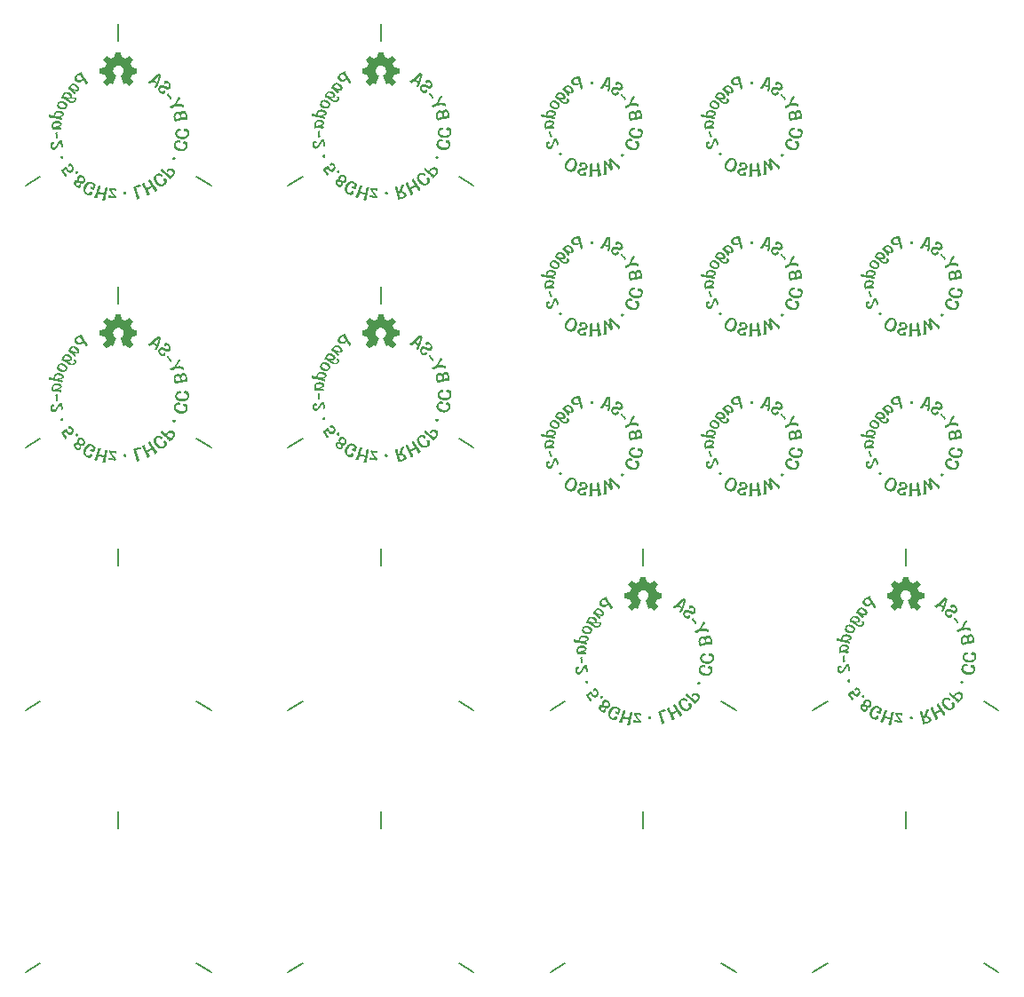
<source format=gbo>
G04 This is an RS-274x file exported by *
G04 gerbv version 2.6.0 *
G04 More information is available about gerbv at *
G04 http://gerbv.gpleda.org/ *
G04 --End of header info--*
%MOIN*%
%FSLAX34Y34*%
%IPPOS*%
G04 --Define apertures--*
%ADD10C,0.0079*%
%ADD11C,0.0000*%
G04 --Start main section--*
G54D10*
G01X0000000Y0004028D02*
G01X0000000Y0003389D01*
G01X-003488Y-002014D02*
G01X-002935Y-001694D01*
G01X0003488Y-002014D02*
G01X0002935Y-001694D01*
G54D11*
G01X0023775Y0029775D02*
G36*
G01X0023324Y0031622D02*
G01X0023312Y0031622D01*
G01X0023301Y0031622D01*
G01X0023289Y0031622D01*
G01X0023277Y0031621D01*
G01X0023265Y0031620D01*
G01X0023253Y0031619D01*
G01X0023242Y0031617D01*
G01X0023230Y0031616D01*
G01X0023218Y0031614D01*
G01X0023206Y0031611D01*
G01X0023195Y0031608D01*
G01X0023183Y0031605D01*
G01X0023171Y0031602D01*
G01X0023160Y0031599D01*
G01X0023148Y0031595D01*
G01X0023137Y0031591D01*
G01X0023126Y0031586D01*
G01X0023115Y0031582D01*
G01X0023105Y0031577D01*
G01X0023095Y0031572D01*
G01X0023085Y0031567D01*
G01X0023076Y0031561D01*
G01X0023067Y0031555D01*
G01X0023059Y0031549D01*
G01X0023051Y0031543D01*
G01X0023044Y0031537D01*
G01X0023036Y0031530D01*
G01X0023030Y0031524D01*
G01X0023023Y0031517D01*
G01X0023017Y0031510D01*
G01X0023012Y0031503D01*
G01X0023007Y0031495D01*
G01X0023002Y0031488D01*
G01X0022998Y0031480D01*
G01X0022995Y0031473D01*
G01X0022992Y0031465D01*
G01X0022990Y0031457D01*
G01X0022989Y0031449D01*
G01X0022988Y0031441D01*
G01X0022988Y0031434D01*
G01X0022988Y0031426D01*
G01X0022989Y0031418D01*
G01X0022991Y0031409D01*
G01X0022993Y0031401D01*
G01X0022995Y0031393D01*
G01X0022999Y0031385D01*
G01X0023002Y0031376D01*
G01X0023006Y0031368D01*
G01X0023011Y0031360D01*
G01X0023016Y0031353D01*
G01X0023021Y0031346D01*
G01X0023026Y0031339D01*
G01X0023032Y0031332D01*
G01X0023038Y0031326D01*
G01X0023044Y0031321D01*
G01X0023051Y0031315D01*
G01X0023057Y0031310D01*
G01X0023064Y0031305D01*
G01X0023072Y0031301D01*
G01X0023079Y0031296D01*
G01X0023087Y0031292D01*
G01X0023095Y0031289D01*
G01X0023104Y0031286D01*
G01X0023112Y0031283D01*
G01X0023121Y0031280D01*
G01X0023129Y0031278D01*
G01X0023137Y0031276D01*
G01X0023146Y0031275D01*
G01X0023154Y0031274D01*
G01X0023162Y0031273D01*
G01X0023170Y0031273D01*
G01X0023179Y0031273D01*
G01X0023187Y0031273D01*
G01X0023195Y0031274D01*
G01X0023203Y0031275D01*
G01X0023212Y0031277D01*
G01X0023220Y0031279D01*
G01X0023228Y0031281D01*
G01X0023236Y0031284D01*
G01X0023242Y0031286D01*
G01X0023248Y0031289D01*
G01X0023252Y0031291D01*
G01X0023257Y0031294D01*
G01X0023261Y0031297D01*
G01X0023264Y0031300D01*
G01X0023267Y0031303D01*
G01X0023270Y0031306D01*
G01X0023272Y0031310D01*
G01X0023273Y0031314D01*
G01X0023274Y0031318D01*
G01X0023275Y0031322D01*
G01X0023275Y0031326D01*
G01X0023275Y0031330D01*
G01X0023274Y0031335D01*
G01X0023273Y0031340D01*
G01X0023272Y0031341D01*
G01X0023272Y0031343D01*
G01X0023271Y0031344D01*
G01X0023270Y0031346D01*
G01X0023270Y0031347D01*
G01X0023269Y0031349D01*
G01X0023268Y0031350D01*
G01X0023267Y0031352D01*
G01X0023267Y0031353D01*
G01X0023266Y0031355D01*
G01X0023265Y0031356D01*
G01X0023264Y0031358D01*
G01X0023263Y0031359D01*
G01X0023262Y0031361D01*
G01X0023261Y0031362D01*
G01X0023260Y0031364D01*
G01X0023258Y0031363D01*
G01X0023256Y0031361D01*
G01X0023254Y0031360D01*
G01X0023252Y0031359D01*
G01X0023250Y0031358D01*
G01X0023248Y0031357D01*
G01X0023246Y0031356D01*
G01X0023244Y0031355D01*
G01X0023242Y0031354D01*
G01X0023240Y0031353D01*
G01X0023238Y0031352D01*
G01X0023236Y0031351D01*
G01X0023234Y0031350D01*
G01X0023232Y0031350D01*
G01X0023230Y0031349D01*
G01X0023229Y0031348D01*
G01X0023223Y0031346D01*
G01X0023217Y0031345D01*
G01X0023212Y0031343D01*
G01X0023206Y0031342D01*
G01X0023201Y0031341D01*
G01X0023196Y0031341D01*
G01X0023191Y0031340D01*
G01X0023186Y0031340D01*
G01X0023181Y0031340D01*
G01X0023176Y0031340D01*
G01X0023172Y0031341D01*
G01X0023167Y0031342D01*
G01X0023162Y0031343D01*
G01X0023158Y0031344D01*
G01X0023154Y0031346D01*
G01X0023149Y0031348D01*
G01X0023145Y0031350D01*
G01X0023141Y0031352D01*
G01X0023137Y0031354D01*
G01X0023134Y0031357D01*
G01X0023130Y0031360D01*
G01X0023126Y0031363D01*
G01X0023123Y0031366D01*
G01X0023120Y0031370D01*
G01X0023116Y0031374D01*
G01X0023113Y0031378D01*
G01X0023110Y0031382D01*
G01X0023107Y0031387D01*
G01X0023105Y0031391D01*
G01X0023102Y0031396D01*
G01X0023100Y0031402D01*
G01X0023097Y0031407D01*
G01X0023095Y0031412D01*
G01X0023093Y0031418D01*
G01X0023092Y0031423D01*
G01X0023090Y0031428D01*
G01X0023089Y0031433D01*
G01X0023089Y0031439D01*
G01X0023088Y0031443D01*
G01X0023088Y0031448D01*
G01X0023088Y0031453D01*
G01X0023089Y0031458D01*
G01X0023089Y0031462D01*
G01X0023090Y0031467D01*
G01X0023092Y0031471D01*
G01X0023093Y0031476D01*
G01X0023095Y0031480D01*
G01X0023097Y0031484D01*
G01X0023100Y0031488D01*
G01X0023103Y0031492D01*
G01X0023106Y0031496D01*
G01X0023109Y0031499D01*
G01X0023112Y0031503D01*
G01X0023116Y0031506D01*
G01X0023120Y0031510D01*
G01X0023124Y0031513D01*
G01X0023129Y0031516D01*
G01X0023133Y0031519D01*
G01X0023138Y0031522D01*
G01X0023144Y0031525D01*
G01X0023149Y0031528D01*
G01X0023155Y0031530D01*
G01X0023161Y0031532D01*
G01X0023167Y0031535D01*
G01X0023170Y0031536D01*
G01X0023174Y0031537D01*
G01X0023177Y0031538D01*
G01X0023181Y0031539D01*
G01X0023185Y0031540D01*
G01X0023189Y0031541D01*
G01X0023193Y0031542D01*
G01X0023197Y0031542D01*
G01X0023201Y0031543D01*
G01X0023205Y0031544D01*
G01X0023210Y0031545D01*
G01X0023214Y0031545D01*
G01X0023219Y0031546D01*
G01X0023223Y0031546D01*
G01X0023228Y0031547D01*
G01X0023233Y0031547D01*
G01X0023237Y0031537D01*
G01X0023241Y0031527D01*
G01X0023245Y0031517D01*
G01X0023248Y0031508D01*
G01X0023252Y0031498D01*
G01X0023255Y0031489D01*
G01X0023258Y0031479D01*
G01X0023262Y0031470D01*
G01X0023265Y0031461D01*
G01X0023268Y0031452D01*
G01X0023271Y0031443D01*
G01X0023274Y0031435D01*
G01X0023276Y0031426D01*
G01X0023279Y0031418D01*
G01X0023281Y0031409D01*
G01X0023284Y0031401D01*
G01X0023291Y0031379D01*
G01X0023297Y0031358D01*
G01X0023303Y0031337D01*
G01X0023308Y0031317D01*
G01X0023314Y0031298D01*
G01X0023319Y0031279D01*
G01X0023323Y0031262D01*
G01X0023328Y0031245D01*
G01X0023332Y0031229D01*
G01X0023335Y0031213D01*
G01X0023339Y0031198D01*
G01X0023342Y0031184D01*
G01X0023344Y0031171D01*
G01X0023347Y0031159D01*
G01X0023349Y0031147D01*
G01X0023351Y0031136D01*
G01X0023353Y0031136D01*
G01X0023356Y0031136D01*
G01X0023359Y0031136D01*
G01X0023361Y0031136D01*
G01X0023364Y0031136D01*
G01X0023366Y0031136D01*
G01X0023369Y0031136D01*
G01X0023372Y0031136D01*
G01X0023374Y0031136D01*
G01X0023377Y0031137D01*
G01X0023379Y0031137D01*
G01X0023382Y0031137D01*
G01X0023385Y0031138D01*
G01X0023387Y0031138D01*
G01X0023390Y0031139D01*
G01X0023392Y0031140D01*
G01X0023395Y0031141D01*
G01X0023397Y0031141D01*
G01X0023400Y0031142D01*
G01X0023402Y0031144D01*
G01X0023404Y0031145D01*
G01X0023407Y0031146D01*
G01X0023409Y0031147D01*
G01X0023411Y0031149D01*
G01X0023413Y0031151D01*
G01X0023415Y0031152D01*
G01X0023416Y0031154D01*
G01X0023418Y0031156D01*
G01X0023420Y0031158D01*
G01X0023422Y0031161D01*
G01X0023423Y0031163D01*
G01X0023425Y0031165D01*
G01X0023426Y0031168D01*
G01X0023427Y0031170D01*
G01X0023428Y0031173D01*
G01X0023429Y0031175D01*
G01X0023430Y0031178D01*
G01X0023431Y0031181D01*
G01X0023431Y0031184D01*
G01X0023432Y0031187D01*
G01X0023432Y0031189D01*
G01X0023432Y0031192D01*
G01X0023432Y0031195D01*
G01X0023432Y0031198D01*
G01X0023432Y0031201D01*
G01X0023431Y0031205D01*
G01X0023431Y0031208D01*
G01X0023430Y0031211D01*
G01X0023429Y0031215D01*
G01X0023428Y0031218D01*
G01X0023427Y0031222D01*
G01X0023426Y0031227D01*
G01X0023425Y0031231D01*
G01X0023423Y0031236D01*
G01X0023422Y0031241D01*
G01X0023420Y0031247D01*
G01X0023418Y0031252D01*
G01X0023416Y0031258D01*
G01X0023414Y0031265D01*
G01X0023412Y0031271D01*
G01X0023410Y0031278D01*
G01X0023407Y0031286D01*
G01X0023404Y0031293D01*
G01X0023402Y0031301D01*
G01X0023399Y0031309D01*
G01X0023396Y0031316D01*
G01X0023394Y0031324D01*
G01X0023391Y0031331D01*
G01X0023389Y0031338D01*
G01X0023387Y0031345D01*
G01X0023384Y0031352D01*
G01X0023382Y0031358D01*
G01X0023380Y0031365D01*
G01X0023379Y0031371D01*
G01X0023377Y0031377D01*
G01X0023375Y0031382D01*
G01X0023373Y0031388D01*
G01X0023372Y0031393D01*
G01X0023371Y0031398D01*
G01X0023369Y0031403D01*
G01X0023366Y0031418D01*
G01X0023362Y0031433D01*
G01X0023359Y0031448D01*
G01X0023356Y0031462D01*
G01X0023353Y0031476D01*
G01X0023350Y0031490D01*
G01X0023348Y0031504D01*
G01X0023346Y0031518D01*
G01X0023344Y0031531D01*
G01X0023342Y0031545D01*
G01X0023340Y0031558D01*
G01X0023339Y0031571D01*
G01X0023338Y0031584D01*
G01X0023337Y0031596D01*
G01X0023336Y0031609D01*
G01X0023336Y0031621D01*
G01X0023324Y0031622D01*
G37*
G36*
G01X0023324Y0031622D02*
G37*
G36*
G01X0022675Y0031124D02*
G01X0022683Y0031118D01*
G01X0022691Y0031111D01*
G01X0022699Y0031105D01*
G01X0022707Y0031098D01*
G01X0022714Y0031091D01*
G01X0022722Y0031084D01*
G01X0022729Y0031077D01*
G01X0022737Y0031069D01*
G01X0022744Y0031062D01*
G01X0022751Y0031054D01*
G01X0022758Y0031047D01*
G01X0022764Y0031039D01*
G01X0022771Y0031031D01*
G01X0022778Y0031024D01*
G01X0022784Y0031016D01*
G01X0022790Y0031008D01*
G01X0022797Y0031000D01*
G01X0022803Y0030991D01*
G01X0022809Y0030983D01*
G01X0022815Y0030975D01*
G01X0022820Y0030966D01*
G01X0022826Y0030958D01*
G01X0022832Y0030949D01*
G01X0022837Y0030941D01*
G01X0022843Y0030932D01*
G01X0022848Y0030924D01*
G01X0022853Y0030915D01*
G01X0022858Y0030906D01*
G01X0022863Y0030897D01*
G01X0022868Y0030888D01*
G01X0022873Y0030879D01*
G01X0022876Y0030880D01*
G01X0022878Y0030881D01*
G01X0022881Y0030882D01*
G01X0022884Y0030883D01*
G01X0022886Y0030884D01*
G01X0022889Y0030886D01*
G01X0022892Y0030887D01*
G01X0022894Y0030888D01*
G01X0022897Y0030889D01*
G01X0022899Y0030891D01*
G01X0022901Y0030892D01*
G01X0022904Y0030894D01*
G01X0022906Y0030895D01*
G01X0022909Y0030897D01*
G01X0022911Y0030899D01*
G01X0022913Y0030900D01*
G01X0022915Y0030902D01*
G01X0022917Y0030904D01*
G01X0022919Y0030906D01*
G01X0022921Y0030907D01*
G01X0022923Y0030909D01*
G01X0022924Y0030911D01*
G01X0022925Y0030913D01*
G01X0022926Y0030915D01*
G01X0022927Y0030917D01*
G01X0022928Y0030919D01*
G01X0022929Y0030921D01*
G01X0022929Y0030923D01*
G01X0022929Y0030926D01*
G01X0022929Y0030928D01*
G01X0022929Y0030930D01*
G01X0022929Y0030932D01*
G01X0022929Y0030935D01*
G01X0022928Y0030937D01*
G01X0022928Y0030939D01*
G01X0022927Y0030942D01*
G01X0022926Y0030944D01*
G01X0022926Y0030947D01*
G01X0022924Y0030949D01*
G01X0022923Y0030952D01*
G01X0022922Y0030955D01*
G01X0022921Y0030957D01*
G01X0022919Y0030960D01*
G01X0022917Y0030963D01*
G01X0022916Y0030966D01*
G01X0022914Y0030969D01*
G01X0022912Y0030972D01*
G01X0022910Y0030975D01*
G01X0022907Y0030978D01*
G01X0022905Y0030981D01*
G01X0022902Y0030985D01*
G01X0022900Y0030988D01*
G01X0022897Y0030991D01*
G01X0022894Y0030995D01*
G01X0022890Y0030999D01*
G01X0022887Y0031003D01*
G01X0022884Y0031007D01*
G01X0022880Y0031011D01*
G01X0022876Y0031015D01*
G01X0022872Y0031019D01*
G01X0022868Y0031023D01*
G01X0022864Y0031028D01*
G01X0022859Y0031032D01*
G01X0022854Y0031037D01*
G01X0022867Y0031030D01*
G01X0022879Y0031023D01*
G01X0022890Y0031016D01*
G01X0022902Y0031010D01*
G01X0022912Y0031005D01*
G01X0022922Y0031000D01*
G01X0022932Y0030995D01*
G01X0022942Y0030991D01*
G01X0022951Y0030987D01*
G01X0022959Y0030984D01*
G01X0022968Y0030981D01*
G01X0022975Y0030979D01*
G01X0022983Y0030977D01*
G01X0022990Y0030975D01*
G01X0022996Y0030974D01*
G01X0023003Y0030974D01*
G01X0023006Y0030974D01*
G01X0023008Y0030974D01*
G01X0023011Y0030974D01*
G01X0023014Y0030974D01*
G01X0023016Y0030974D01*
G01X0023019Y0030975D01*
G01X0023021Y0030975D01*
G01X0023023Y0030975D01*
G01X0023026Y0030976D01*
G01X0023028Y0030977D01*
G01X0023030Y0030978D01*
G01X0023033Y0030978D01*
G01X0023035Y0030979D01*
G01X0023037Y0030980D01*
G01X0023039Y0030981D01*
G01X0023041Y0030983D01*
G01X0023046Y0030986D01*
G01X0023050Y0030989D01*
G01X0023054Y0030992D01*
G01X0023058Y0030996D01*
G01X0023062Y0031000D01*
G01X0023065Y0031004D01*
G01X0023068Y0031008D01*
G01X0023071Y0031012D01*
G01X0023074Y0031016D01*
G01X0023076Y0031021D01*
G01X0023078Y0031026D01*
G01X0023079Y0031031D01*
G01X0023081Y0031036D01*
G01X0023082Y0031042D01*
G01X0023083Y0031047D01*
G01X0023083Y0031053D01*
G01X0023084Y0031059D01*
G01X0023084Y0031065D01*
G01X0023084Y0031071D01*
G01X0023083Y0031077D01*
G01X0023083Y0031083D01*
G01X0023082Y0031089D01*
G01X0023081Y0031096D01*
G01X0023080Y0031102D01*
G01X0023078Y0031108D01*
G01X0023076Y0031115D01*
G01X0023074Y0031121D01*
G01X0023072Y0031127D01*
G01X0023069Y0031134D01*
G01X0023067Y0031140D01*
G01X0023064Y0031147D01*
G01X0023060Y0031154D01*
G01X0023055Y0031163D01*
G01X0023049Y0031173D01*
G01X0023044Y0031182D01*
G01X0023037Y0031191D01*
G01X0023031Y0031200D01*
G01X0023024Y0031208D01*
G01X0023018Y0031216D01*
G01X0023010Y0031223D01*
G01X0023003Y0031231D01*
G01X0022995Y0031237D01*
G01X0022987Y0031244D01*
G01X0022978Y0031250D01*
G01X0022970Y0031256D01*
G01X0022961Y0031261D01*
G01X0022951Y0031266D01*
G01X0022942Y0031270D01*
G01X0022932Y0031274D01*
G01X0022922Y0031278D01*
G01X0022913Y0031281D01*
G01X0022903Y0031283D01*
G01X0022893Y0031284D01*
G01X0022883Y0031285D01*
G01X0022874Y0031285D01*
G01X0022864Y0031285D01*
G01X0022855Y0031284D01*
G01X0022845Y0031282D01*
G01X0022836Y0031279D01*
G01X0022826Y0031276D01*
G01X0022817Y0031273D01*
G01X0022808Y0031268D01*
G01X0022799Y0031263D01*
G01X0022790Y0031258D01*
G01X0022781Y0031252D01*
G01X0022772Y0031245D01*
G01X0022764Y0031239D01*
G01X0022755Y0031232D01*
G01X0022747Y0031225D01*
G01X0022739Y0031218D01*
G01X0022731Y0031210D01*
G01X0022723Y0031202D01*
G01X0022715Y0031194D01*
G01X0022708Y0031186D01*
G01X0022701Y0031177D01*
G01X0022693Y0031168D01*
G01X0022686Y0031159D01*
G01X0022680Y0031150D01*
G01X0022673Y0031141D01*
G01X0022667Y0031131D01*
G01X0022675Y0031124D01*
G37*
G36*
G01X0022675Y0031124D02*
G37*
G36*
G01X0022825Y0030664D02*
G01X0022822Y0030662D01*
G01X0022819Y0030659D01*
G01X0022815Y0030657D01*
G01X0022812Y0030655D01*
G01X0022808Y0030653D01*
G01X0022805Y0030651D01*
G01X0022801Y0030650D01*
G01X0022797Y0030649D01*
G01X0022793Y0030648D01*
G01X0022789Y0030647D01*
G01X0022785Y0030646D01*
G01X0022781Y0030646D01*
G01X0022777Y0030646D01*
G01X0022772Y0030647D01*
G01X0022768Y0030647D01*
G01X0022763Y0030648D01*
G01X0022758Y0030649D01*
G01X0022754Y0030650D01*
G01X0022749Y0030651D01*
G01X0022745Y0030653D01*
G01X0022740Y0030654D01*
G01X0022735Y0030656D01*
G01X0022731Y0030659D01*
G01X0022726Y0030661D01*
G01X0022721Y0030663D01*
G01X0022717Y0030666D01*
G01X0022712Y0030669D01*
G01X0022707Y0030672D01*
G01X0022703Y0030676D01*
G01X0022698Y0030679D01*
G01X0022693Y0030683D01*
G01X0022691Y0030685D01*
G01X0022688Y0030687D01*
G01X0022686Y0030689D01*
G01X0022683Y0030692D01*
G01X0022680Y0030694D01*
G01X0022677Y0030697D01*
G01X0022674Y0030700D01*
G01X0022671Y0030703D01*
G01X0022668Y0030706D01*
G01X0022664Y0030709D01*
G01X0022661Y0030712D01*
G01X0022657Y0030716D01*
G01X0022653Y0030719D01*
G01X0022649Y0030723D01*
G01X0022645Y0030726D01*
G01X0022641Y0030730D01*
G01X0022637Y0030734D01*
G01X0022633Y0030738D01*
G01X0022629Y0030742D01*
G01X0022626Y0030745D01*
G01X0022622Y0030748D01*
G01X0022619Y0030752D01*
G01X0022616Y0030755D01*
G01X0022613Y0030758D01*
G01X0022610Y0030760D01*
G01X0022607Y0030763D01*
G01X0022604Y0030765D01*
G01X0022602Y0030768D01*
G01X0022600Y0030770D01*
G01X0022598Y0030772D01*
G01X0022596Y0030773D01*
G01X0022594Y0030775D01*
G01X0022606Y0030773D01*
G01X0022617Y0030770D01*
G01X0022628Y0030768D01*
G01X0022638Y0030766D01*
G01X0022648Y0030764D01*
G01X0022658Y0030763D01*
G01X0022667Y0030762D01*
G01X0022675Y0030761D01*
G01X0022683Y0030760D01*
G01X0022691Y0030759D01*
G01X0022698Y0030759D01*
G01X0022704Y0030759D01*
G01X0022711Y0030759D01*
G01X0022716Y0030760D01*
G01X0022722Y0030761D01*
G01X0022726Y0030762D01*
G01X0022729Y0030763D01*
G01X0022731Y0030763D01*
G01X0022733Y0030764D01*
G01X0022735Y0030765D01*
G01X0022737Y0030766D01*
G01X0022739Y0030767D01*
G01X0022741Y0030768D01*
G01X0022743Y0030769D01*
G01X0022745Y0030770D01*
G01X0022747Y0030771D01*
G01X0022749Y0030773D01*
G01X0022751Y0030774D01*
G01X0022753Y0030775D01*
G01X0022754Y0030777D01*
G01X0022756Y0030778D01*
G01X0022758Y0030780D01*
G01X0022761Y0030784D01*
G01X0022765Y0030788D01*
G01X0022768Y0030793D01*
G01X0022771Y0030797D01*
G01X0022773Y0030802D01*
G01X0022776Y0030806D01*
G01X0022777Y0030811D01*
G01X0022779Y0030816D01*
G01X0022780Y0030821D01*
G01X0022781Y0030826D01*
G01X0022782Y0030831D01*
G01X0022782Y0030837D01*
G01X0022782Y0030842D01*
G01X0022782Y0030848D01*
G01X0022781Y0030854D01*
G01X0022780Y0030860D01*
G01X0022779Y0030866D01*
G01X0022777Y0030872D01*
G01X0022775Y0030878D01*
G01X0022773Y0030883D01*
G01X0022771Y0030889D01*
G01X0022769Y0030895D01*
G01X0022766Y0030901D01*
G01X0022763Y0030907D01*
G01X0022760Y0030913D01*
G01X0022757Y0030919D01*
G01X0022753Y0030925D01*
G01X0022749Y0030930D01*
G01X0022745Y0030936D01*
G01X0022741Y0030942D01*
G01X0022736Y0030947D01*
G01X0022731Y0030953D01*
G01X0022724Y0030961D01*
G01X0022717Y0030968D01*
G01X0022710Y0030974D01*
G01X0022702Y0030981D01*
G01X0022695Y0030987D01*
G01X0022687Y0030992D01*
G01X0022679Y0030998D01*
G01X0022671Y0031002D01*
G01X0022662Y0031007D01*
G01X0022653Y0031011D01*
G01X0022644Y0031014D01*
G01X0022635Y0031017D01*
G01X0022626Y0031020D01*
G01X0022616Y0031022D01*
G01X0022607Y0031024D01*
G01X0022597Y0031025D01*
G01X0022586Y0031026D01*
G01X0022577Y0031027D01*
G01X0022567Y0031026D01*
G01X0022557Y0031025D01*
G01X0022548Y0031024D01*
G01X0022539Y0031022D01*
G01X0022530Y0031019D01*
G01X0022521Y0031016D01*
G01X0022512Y0031013D01*
G01X0022503Y0031008D01*
G01X0022495Y0031004D01*
G01X0022487Y0030998D01*
G01X0022479Y0030992D01*
G01X0022471Y0030986D01*
G01X0022464Y0030979D01*
G01X0022457Y0030972D01*
G01X0022450Y0030964D01*
G01X0022443Y0030956D01*
G01X0022437Y0030947D01*
G01X0022430Y0030939D01*
G01X0022424Y0030930D01*
G01X0022418Y0030921D01*
G01X0022412Y0030912D01*
G01X0022407Y0030903D01*
G01X0022402Y0030894D01*
G01X0022396Y0030884D01*
G01X0022392Y0030875D01*
G01X0022387Y0030865D01*
G01X0022383Y0030855D01*
G01X0022379Y0030845D01*
G01X0022375Y0030834D01*
G01X0022371Y0030824D01*
G01X0022380Y0030820D01*
G01X0022389Y0030817D01*
G01X0022398Y0030813D01*
G01X0022407Y0030809D01*
G01X0022416Y0030805D01*
G01X0022424Y0030801D01*
G01X0022432Y0030796D01*
G01X0022441Y0030792D01*
G01X0022449Y0030787D01*
G01X0022457Y0030782D01*
G01X0022465Y0030777D01*
G01X0022473Y0030772D01*
G01X0022480Y0030767D01*
G01X0022488Y0030762D01*
G01X0022495Y0030757D01*
G01X0022502Y0030751D01*
G01X0022506Y0030748D01*
G01X0022509Y0030746D01*
G01X0022513Y0030743D01*
G01X0022517Y0030740D01*
G01X0022521Y0030736D01*
G01X0022525Y0030733D01*
G01X0022529Y0030730D01*
G01X0022533Y0030726D01*
G01X0022537Y0030723D01*
G01X0022541Y0030719D01*
G01X0022545Y0030715D01*
G01X0022550Y0030712D01*
G01X0022554Y0030708D01*
G01X0022559Y0030704D01*
G01X0022563Y0030699D01*
G01X0022568Y0030695D01*
G01X0022573Y0030691D01*
G01X0022577Y0030687D01*
G01X0022582Y0030683D01*
G01X0022586Y0030679D01*
G01X0022590Y0030675D01*
G01X0022594Y0030672D01*
G01X0022598Y0030669D01*
G01X0022602Y0030665D01*
G01X0022605Y0030662D01*
G01X0022609Y0030659D01*
G01X0022612Y0030657D01*
G01X0022615Y0030654D01*
G01X0022618Y0030652D01*
G01X0022621Y0030650D01*
G01X0022623Y0030647D01*
G01X0022626Y0030645D01*
G01X0022635Y0030639D01*
G01X0022643Y0030633D01*
G01X0022652Y0030628D01*
G01X0022661Y0030623D01*
G01X0022670Y0030618D01*
G01X0022679Y0030614D01*
G01X0022687Y0030610D01*
G01X0022696Y0030606D01*
G01X0022705Y0030603D01*
G01X0022714Y0030601D01*
G01X0022723Y0030598D01*
G01X0022732Y0030596D01*
G01X0022741Y0030595D01*
G01X0022750Y0030594D01*
G01X0022759Y0030593D01*
G01X0022767Y0030592D01*
G01X0022776Y0030592D01*
G01X0022785Y0030592D01*
G01X0022793Y0030593D01*
G01X0022801Y0030594D01*
G01X0022809Y0030595D01*
G01X0022817Y0030597D01*
G01X0022824Y0030599D01*
G01X0022831Y0030601D01*
G01X0022838Y0030604D01*
G01X0022845Y0030607D01*
G01X0022851Y0030611D01*
G01X0022858Y0030615D01*
G01X0022864Y0030619D01*
G01X0022870Y0030624D01*
G01X0022876Y0030629D01*
G01X0022881Y0030635D01*
G01X0022884Y0030638D01*
G01X0022888Y0030642D01*
G01X0022890Y0030645D01*
G01X0022893Y0030649D01*
G01X0022896Y0030652D01*
G01X0022898Y0030656D01*
G01X0022900Y0030660D01*
G01X0022903Y0030663D01*
G01X0022905Y0030667D01*
G01X0022906Y0030671D01*
G01X0022908Y0030675D01*
G01X0022910Y0030679D01*
G01X0022911Y0030683D01*
G01X0022912Y0030687D01*
G01X0022913Y0030691D01*
G01X0022914Y0030695D01*
G01X0022915Y0030699D01*
G01X0022915Y0030703D01*
G01X0022915Y0030707D01*
G01X0022915Y0030711D01*
G01X0022915Y0030715D01*
G01X0022915Y0030719D01*
G01X0022914Y0030723D01*
G01X0022913Y0030727D01*
G01X0022911Y0030731D01*
G01X0022910Y0030735D01*
G01X0022908Y0030739D01*
G01X0022905Y0030743D01*
G01X0022903Y0030747D01*
G01X0022900Y0030751D01*
G01X0022897Y0030755D01*
G01X0022894Y0030758D01*
G01X0022892Y0030761D01*
G01X0022890Y0030763D01*
G01X0022887Y0030765D01*
G01X0022885Y0030767D01*
G01X0022883Y0030769D01*
G01X0022880Y0030770D01*
G01X0022878Y0030772D01*
G01X0022875Y0030773D01*
G01X0022873Y0030775D01*
G01X0022870Y0030776D01*
G01X0022868Y0030777D01*
G01X0022865Y0030778D01*
G01X0022862Y0030779D01*
G01X0022859Y0030779D01*
G01X0022856Y0030780D01*
G01X0022854Y0030780D01*
G01X0022851Y0030780D01*
G01X0022848Y0030780D01*
G01X0022845Y0030780D01*
G01X0022842Y0030780D01*
G01X0022840Y0030780D01*
G01X0022837Y0030779D01*
G01X0022834Y0030779D01*
G01X0022832Y0030778D01*
G01X0022830Y0030777D01*
G01X0022827Y0030776D01*
G01X0022825Y0030775D01*
G01X0022823Y0030774D01*
G01X0022820Y0030773D01*
G01X0022818Y0030771D01*
G01X0022816Y0030769D01*
G01X0022814Y0030767D01*
G01X0022814Y0030767D01*
G01X0022813Y0030767D01*
G01X0022813Y0030766D01*
G01X0022813Y0030766D01*
G01X0022812Y0030765D01*
G01X0022812Y0030765D01*
G01X0022811Y0030764D01*
G01X0022811Y0030764D01*
G01X0022810Y0030763D01*
G01X0022810Y0030762D01*
G01X0022809Y0030762D01*
G01X0022809Y0030761D01*
G01X0022808Y0030760D01*
G01X0022808Y0030760D01*
G01X0022807Y0030759D01*
G01X0022807Y0030758D01*
G01X0022808Y0030758D01*
G01X0022809Y0030757D01*
G01X0022810Y0030756D01*
G01X0022811Y0030756D01*
G01X0022811Y0030755D01*
G01X0022812Y0030754D01*
G01X0022813Y0030754D01*
G01X0022814Y0030753D01*
G01X0022815Y0030752D01*
G01X0022816Y0030752D01*
G01X0022816Y0030751D01*
G01X0022817Y0030750D01*
G01X0022818Y0030750D01*
G01X0022818Y0030749D01*
G01X0022819Y0030749D01*
G01X0022820Y0030748D01*
G01X0022822Y0030746D01*
G01X0022824Y0030743D01*
G01X0022826Y0030741D01*
G01X0022828Y0030738D01*
G01X0022829Y0030736D01*
G01X0022831Y0030733D01*
G01X0022832Y0030731D01*
G01X0022834Y0030728D01*
G01X0022835Y0030726D01*
G01X0022836Y0030723D01*
G01X0022837Y0030720D01*
G01X0022838Y0030717D01*
G01X0022838Y0030715D01*
G01X0022839Y0030712D01*
G01X0022839Y0030709D01*
G01X0022840Y0030706D01*
G01X0022840Y0030703D01*
G01X0022840Y0030700D01*
G01X0022840Y0030697D01*
G01X0022840Y0030695D01*
G01X0022840Y0030692D01*
G01X0022839Y0030689D01*
G01X0022839Y0030687D01*
G01X0022838Y0030685D01*
G01X0022837Y0030682D01*
G01X0022836Y0030680D01*
G01X0022835Y0030678D01*
G01X0022834Y0030676D01*
G01X0022833Y0030673D01*
G01X0022831Y0030671D01*
G01X0022830Y0030669D01*
G01X0022828Y0030668D01*
G01X0022825Y0030664D01*
G37*
G36*
G01X0022825Y0030664D02*
G37*
G36*
G01X0022552Y0030475D02*
G01X0022555Y0030482D01*
G01X0022558Y0030489D01*
G01X0022561Y0030495D01*
G01X0022563Y0030502D01*
G01X0022565Y0030509D01*
G01X0022566Y0030516D01*
G01X0022567Y0030522D01*
G01X0022568Y0030529D01*
G01X0022568Y0030536D01*
G01X0022568Y0030542D01*
G01X0022567Y0030549D01*
G01X0022566Y0030556D01*
G01X0022564Y0030562D01*
G01X0022563Y0030569D01*
G01X0022560Y0030575D01*
G01X0022557Y0030582D01*
G01X0022554Y0030588D01*
G01X0022551Y0030594D01*
G01X0022547Y0030601D01*
G01X0022543Y0030607D01*
G01X0022538Y0030613D01*
G01X0022534Y0030620D01*
G01X0022528Y0030626D01*
G01X0022523Y0030632D01*
G01X0022517Y0030638D01*
G01X0022510Y0030644D01*
G01X0022504Y0030650D01*
G01X0022497Y0030656D01*
G01X0022489Y0030662D01*
G01X0022481Y0030668D01*
G01X0022473Y0030674D01*
G01X0022465Y0030680D01*
G01X0022456Y0030685D01*
G01X0022448Y0030690D01*
G01X0022439Y0030694D01*
G01X0022430Y0030698D01*
G01X0022421Y0030702D01*
G01X0022412Y0030705D01*
G01X0022403Y0030708D01*
G01X0022394Y0030710D01*
G01X0022385Y0030712D01*
G01X0022376Y0030713D01*
G01X0022366Y0030714D01*
G01X0022357Y0030714D01*
G01X0022348Y0030714D01*
G01X0022338Y0030714D01*
G01X0022328Y0030713D01*
G01X0022319Y0030712D01*
G01X0022309Y0030710D01*
G01X0022300Y0030707D01*
G01X0022291Y0030704D01*
G01X0022283Y0030701D01*
G01X0022275Y0030697D01*
G01X0022267Y0030692D01*
G01X0022259Y0030687D01*
G01X0022252Y0030682D01*
G01X0022245Y0030676D01*
G01X0022238Y0030670D01*
G01X0022231Y0030663D01*
G01X0022225Y0030656D01*
G01X0022220Y0030648D01*
G01X0022214Y0030640D01*
G01X0022209Y0030631D01*
G01X0022200Y0030613D01*
G01X0022193Y0030595D01*
G01X0022188Y0030578D01*
G01X0022185Y0030561D01*
G01X0022184Y0030545D01*
G01X0022185Y0030529D01*
G01X0022188Y0030514D01*
G01X0022193Y0030500D01*
G01X0022200Y0030486D01*
G01X0022208Y0030474D01*
G01X0022219Y0030461D01*
G01X0022231Y0030450D01*
G01X0022245Y0030439D01*
G01X0022261Y0030429D01*
G01X0022279Y0030419D01*
G01X0022298Y0030410D01*
G01X0022308Y0030406D01*
G01X0022317Y0030403D01*
G01X0022327Y0030400D01*
G01X0022336Y0030397D01*
G01X0022346Y0030395D01*
G01X0022355Y0030393D01*
G01X0022364Y0030392D01*
G01X0022374Y0030391D01*
G01X0022383Y0030390D01*
G01X0022392Y0030390D01*
G01X0022401Y0030390D01*
G01X0022410Y0030390D01*
G01X0022419Y0030391D01*
G01X0022428Y0030392D01*
G01X0022437Y0030393D01*
G01X0022446Y0030395D01*
G01X0022455Y0030397D01*
G01X0022463Y0030400D01*
G01X0022471Y0030403D01*
G01X0022479Y0030406D01*
G01X0022486Y0030409D01*
G01X0022494Y0030413D01*
G01X0022500Y0030417D01*
G01X0022507Y0030421D01*
G01X0022513Y0030426D01*
G01X0022519Y0030431D01*
G01X0022524Y0030436D01*
G01X0022530Y0030442D01*
G01X0022535Y0030448D01*
G01X0022539Y0030454D01*
G01X0022544Y0030460D01*
G01X0022548Y0030467D01*
G01X0022552Y0030475D01*
G37*
G36*
G01X0022552Y0030475D02*
G37*
G36*
G01X0021883Y0030208D02*
G01X0021881Y0030205D01*
G01X0021879Y0030202D01*
G01X0021878Y0030199D01*
G01X0021876Y0030196D01*
G01X0021875Y0030193D01*
G01X0021873Y0030190D01*
G01X0021872Y0030186D01*
G01X0021871Y0030183D01*
G01X0021870Y0030180D01*
G01X0021869Y0030177D01*
G01X0021868Y0030173D01*
G01X0021867Y0030170D01*
G01X0021866Y0030167D01*
G01X0021865Y0030163D01*
G01X0021864Y0030160D01*
G01X0021864Y0030156D01*
G01X0021863Y0030153D01*
G01X0021863Y0030150D01*
G01X0021863Y0030146D01*
G01X0021863Y0030143D01*
G01X0021863Y0030140D01*
G01X0021863Y0030137D01*
G01X0021864Y0030134D01*
G01X0021864Y0030131D01*
G01X0021865Y0030128D01*
G01X0021865Y0030125D01*
G01X0021866Y0030122D01*
G01X0021867Y0030120D01*
G01X0021869Y0030117D01*
G01X0021870Y0030114D01*
G01X0021872Y0030112D01*
G01X0021873Y0030109D01*
G01X0021875Y0030107D01*
G01X0021877Y0030105D01*
G01X0021879Y0030102D01*
G01X0021881Y0030100D01*
G01X0021883Y0030099D01*
G01X0021885Y0030097D01*
G01X0021887Y0030095D01*
G01X0021889Y0030094D01*
G01X0021892Y0030093D01*
G01X0021894Y0030091D01*
G01X0021897Y0030090D01*
G01X0021899Y0030089D01*
G01X0021902Y0030089D01*
G01X0021905Y0030088D01*
G01X0021908Y0030087D01*
G01X0021911Y0030087D01*
G01X0021915Y0030086D01*
G01X0021919Y0030086D01*
G01X0021923Y0030085D01*
G01X0021929Y0030085D01*
G01X0021934Y0030084D01*
G01X0021941Y0030083D01*
G01X0021947Y0030083D01*
G01X0021955Y0030082D01*
G01X0021962Y0030081D01*
G01X0021971Y0030081D01*
G01X0021979Y0030080D01*
G01X0021989Y0030079D01*
G01X0021998Y0030078D01*
G01X0022009Y0030077D01*
G01X0022019Y0030076D01*
G01X0022030Y0030075D01*
G01X0022041Y0030074D01*
G01X0022052Y0030073D01*
G01X0022063Y0030072D01*
G01X0022074Y0030071D01*
G01X0022085Y0030070D01*
G01X0022096Y0030068D01*
G01X0022107Y0030067D01*
G01X0022117Y0030065D01*
G01X0022128Y0030064D01*
G01X0022139Y0030062D01*
G01X0022149Y0030061D01*
G01X0022160Y0030059D01*
G01X0022171Y0030057D01*
G01X0022181Y0030055D01*
G01X0022192Y0030054D01*
G01X0022202Y0030052D01*
G01X0022213Y0030050D01*
G01X0022223Y0030047D01*
G01X0022234Y0030045D01*
G01X0022245Y0030043D01*
G01X0022256Y0030040D01*
G01X0022267Y0030037D01*
G01X0022278Y0030035D01*
G01X0022289Y0030032D01*
G01X0022300Y0030029D01*
G01X0022311Y0030025D01*
G01X0022322Y0030022D01*
G01X0022334Y0030019D01*
G01X0022345Y0030015D01*
G01X0022357Y0030012D01*
G01X0022368Y0030008D01*
G01X0022370Y0030010D01*
G01X0022371Y0030013D01*
G01X0022372Y0030015D01*
G01X0022374Y0030018D01*
G01X0022375Y0030021D01*
G01X0022376Y0030023D01*
G01X0022377Y0030026D01*
G01X0022378Y0030029D01*
G01X0022379Y0030031D01*
G01X0022380Y0030034D01*
G01X0022381Y0030037D01*
G01X0022382Y0030039D01*
G01X0022383Y0030042D01*
G01X0022383Y0030045D01*
G01X0022384Y0030048D01*
G01X0022385Y0030051D01*
G01X0022385Y0030056D01*
G01X0022386Y0030060D01*
G01X0022385Y0030064D01*
G01X0022384Y0030069D01*
G01X0022383Y0030073D01*
G01X0022381Y0030076D01*
G01X0022378Y0030080D01*
G01X0022375Y0030083D01*
G01X0022371Y0030087D01*
G01X0022367Y0030090D01*
G01X0022362Y0030093D01*
G01X0022356Y0030095D01*
G01X0022350Y0030098D01*
G01X0022344Y0030100D01*
G01X0022336Y0030102D01*
G01X0022329Y0030104D01*
G01X0022326Y0030105D01*
G01X0022323Y0030105D01*
G01X0022319Y0030106D01*
G01X0022316Y0030107D01*
G01X0022312Y0030107D01*
G01X0022308Y0030108D01*
G01X0022303Y0030108D01*
G01X0022298Y0030109D01*
G01X0022293Y0030109D01*
G01X0022288Y0030110D01*
G01X0022282Y0030111D01*
G01X0022276Y0030111D01*
G01X0022270Y0030112D01*
G01X0022264Y0030112D01*
G01X0022257Y0030113D01*
G01X0022250Y0030113D01*
G01X0022258Y0030115D01*
G01X0022266Y0030116D01*
G01X0022274Y0030118D01*
G01X0022282Y0030120D01*
G01X0022289Y0030121D01*
G01X0022296Y0030123D01*
G01X0022303Y0030124D01*
G01X0022309Y0030126D01*
G01X0022316Y0030127D01*
G01X0022322Y0030129D01*
G01X0022327Y0030130D01*
G01X0022333Y0030132D01*
G01X0022338Y0030134D01*
G01X0022343Y0030135D01*
G01X0022348Y0030136D01*
G01X0022352Y0030138D01*
G01X0022356Y0030140D01*
G01X0022361Y0030141D01*
G01X0022364Y0030143D01*
G01X0022368Y0030144D01*
G01X0022372Y0030146D01*
G01X0022376Y0030147D01*
G01X0022379Y0030149D01*
G01X0022382Y0030150D01*
G01X0022385Y0030152D01*
G01X0022388Y0030154D01*
G01X0022391Y0030155D01*
G01X0022394Y0030157D01*
G01X0022397Y0030159D01*
G01X0022399Y0030161D01*
G01X0022401Y0030162D01*
G01X0022404Y0030164D01*
G01X0022406Y0030166D01*
G01X0022408Y0030168D01*
G01X0022410Y0030170D01*
G01X0022411Y0030172D01*
G01X0022413Y0030174D01*
G01X0022415Y0030176D01*
G01X0022416Y0030178D01*
G01X0022418Y0030180D01*
G01X0022419Y0030182D01*
G01X0022420Y0030184D01*
G01X0022422Y0030186D01*
G01X0022423Y0030188D01*
G01X0022424Y0030191D01*
G01X0022425Y0030193D01*
G01X0022426Y0030195D01*
G01X0022427Y0030198D01*
G01X0022428Y0030203D01*
G01X0022429Y0030208D01*
G01X0022430Y0030214D01*
G01X0022431Y0030219D01*
G01X0022431Y0030224D01*
G01X0022431Y0030229D01*
G01X0022430Y0030234D01*
G01X0022430Y0030239D01*
G01X0022429Y0030244D01*
G01X0022427Y0030249D01*
G01X0022426Y0030254D01*
G01X0022423Y0030259D01*
G01X0022421Y0030263D01*
G01X0022418Y0030268D01*
G01X0022415Y0030273D01*
G01X0022412Y0030277D01*
G01X0022408Y0030282D01*
G01X0022404Y0030286D01*
G01X0022400Y0030291D01*
G01X0022396Y0030295D01*
G01X0022392Y0030299D01*
G01X0022387Y0030303D01*
G01X0022382Y0030307D01*
G01X0022377Y0030311D01*
G01X0022372Y0030314D01*
G01X0022366Y0030318D01*
G01X0022361Y0030321D01*
G01X0022355Y0030325D01*
G01X0022349Y0030328D01*
G01X0022343Y0030331D01*
G01X0022336Y0030333D01*
G01X0022329Y0030336D01*
G01X0022323Y0030339D01*
G01X0022316Y0030341D01*
G01X0022309Y0030343D01*
G01X0022302Y0030345D01*
G01X0022296Y0030347D01*
G01X0022289Y0030349D01*
G01X0022282Y0030351D01*
G01X0022275Y0030352D01*
G01X0022268Y0030353D01*
G01X0022261Y0030354D01*
G01X0022254Y0030355D01*
G01X0022248Y0030356D01*
G01X0022241Y0030356D01*
G01X0022234Y0030356D01*
G01X0022227Y0030356D01*
G01X0022220Y0030356D01*
G01X0022213Y0030356D01*
G01X0022206Y0030356D01*
G01X0022200Y0030355D01*
G01X0022193Y0030354D01*
G01X0022186Y0030353D01*
G01X0022180Y0030351D01*
G01X0022173Y0030350D01*
G01X0022167Y0030348D01*
G01X0022160Y0030346D01*
G01X0022154Y0030343D01*
G01X0022148Y0030341D01*
G01X0022142Y0030338D01*
G01X0022136Y0030335D01*
G01X0022130Y0030332D01*
G01X0022124Y0030328D01*
G01X0022118Y0030324D01*
G01X0022112Y0030320D01*
G01X0022107Y0030316D01*
G01X0022102Y0030312D01*
G01X0022097Y0030308D01*
G01X0022092Y0030303D01*
G01X0022087Y0030298D01*
G01X0022083Y0030294D01*
G01X0022079Y0030289D01*
G01X0022076Y0030283D01*
G01X0022072Y0030278D01*
G01X0022069Y0030273D01*
G01X0022066Y0030267D01*
G01X0022064Y0030262D01*
G01X0022061Y0030256D01*
G01X0022059Y0030250D01*
G01X0022058Y0030244D01*
G01X0022056Y0030238D01*
G01X0022055Y0030232D01*
G01X0022053Y0030226D01*
G01X0022052Y0030220D01*
G01X0022051Y0030214D01*
G01X0022050Y0030209D01*
G01X0022049Y0030203D01*
G01X0022049Y0030197D01*
G01X0022048Y0030192D01*
G01X0022048Y0030187D01*
G01X0022048Y0030181D01*
G01X0022048Y0030176D01*
G01X0022048Y0030171D01*
G01X0022048Y0030166D01*
G01X0022049Y0030161D01*
G01X0022049Y0030156D01*
G01X0022038Y0030159D01*
G01X0022027Y0030162D01*
G01X0022016Y0030165D01*
G01X0022005Y0030168D01*
G01X0021995Y0030171D01*
G01X0021984Y0030174D01*
G01X0021974Y0030177D01*
G01X0021963Y0030180D01*
G01X0021953Y0030184D01*
G01X0021943Y0030187D01*
G01X0021933Y0030191D01*
G01X0021923Y0030195D01*
G01X0021913Y0030199D01*
G01X0021903Y0030203D01*
G01X0021894Y0030207D01*
G01X0021884Y0030211D01*
G01X0021883Y0030208D01*
G37*
G36*
G01X0021883Y0030208D02*
G37*
G36*
G01X0022039Y0029637D02*
G01X0022049Y0029640D01*
G01X0022059Y0029643D01*
G01X0022069Y0029646D01*
G01X0022080Y0029648D01*
G01X0022090Y0029651D01*
G01X0022100Y0029653D01*
G01X0022110Y0029655D01*
G01X0022120Y0029657D01*
G01X0022130Y0029658D01*
G01X0022140Y0029660D01*
G01X0022150Y0029661D01*
G01X0022160Y0029662D01*
G01X0022171Y0029663D01*
G01X0022181Y0029664D01*
G01X0022191Y0029665D01*
G01X0022201Y0029666D01*
G01X0022211Y0029666D01*
G01X0022222Y0029667D01*
G01X0022232Y0029667D01*
G01X0022242Y0029667D01*
G01X0022252Y0029667D01*
G01X0022262Y0029667D01*
G01X0022272Y0029667D01*
G01X0022283Y0029666D01*
G01X0022293Y0029666D01*
G01X0022303Y0029665D01*
G01X0022313Y0029665D01*
G01X0022323Y0029664D01*
G01X0022333Y0029663D01*
G01X0022344Y0029662D01*
G01X0022354Y0029661D01*
G01X0022354Y0029663D01*
G01X0022355Y0029666D01*
G01X0022356Y0029669D01*
G01X0022357Y0029672D01*
G01X0022357Y0029675D01*
G01X0022358Y0029677D01*
G01X0022358Y0029680D01*
G01X0022358Y0029683D01*
G01X0022359Y0029686D01*
G01X0022359Y0029689D01*
G01X0022359Y0029692D01*
G01X0022359Y0029694D01*
G01X0022359Y0029697D01*
G01X0022359Y0029700D01*
G01X0022359Y0029703D01*
G01X0022359Y0029706D01*
G01X0022359Y0029709D01*
G01X0022359Y0029711D01*
G01X0022358Y0029714D01*
G01X0022358Y0029716D01*
G01X0022357Y0029719D01*
G01X0022356Y0029721D01*
G01X0022356Y0029723D01*
G01X0022354Y0029725D01*
G01X0022353Y0029727D01*
G01X0022352Y0029729D01*
G01X0022351Y0029730D01*
G01X0022349Y0029732D01*
G01X0022348Y0029733D01*
G01X0022346Y0029735D01*
G01X0022344Y0029736D01*
G01X0022342Y0029737D01*
G01X0022340Y0029738D01*
G01X0022338Y0029739D01*
G01X0022336Y0029740D01*
G01X0022333Y0029741D01*
G01X0022331Y0029742D01*
G01X0022328Y0029742D01*
G01X0022325Y0029743D01*
G01X0022323Y0029743D01*
G01X0022320Y0029744D01*
G01X0022316Y0029744D01*
G01X0022313Y0029745D01*
G01X0022310Y0029745D01*
G01X0022307Y0029745D01*
G01X0022303Y0029745D01*
G01X0022300Y0029745D01*
G01X0022296Y0029745D01*
G01X0022292Y0029745D01*
G01X0022288Y0029745D01*
G01X0022284Y0029745D01*
G01X0022279Y0029744D01*
G01X0022275Y0029744D01*
G01X0022270Y0029744D01*
G01X0022265Y0029743D01*
G01X0022260Y0029742D01*
G01X0022255Y0029742D01*
G01X0022250Y0029741D01*
G01X0022244Y0029740D01*
G01X0022238Y0029739D01*
G01X0022232Y0029738D01*
G01X0022226Y0029737D01*
G01X0022220Y0029736D01*
G01X0022214Y0029735D01*
G01X0022227Y0029741D01*
G01X0022239Y0029747D01*
G01X0022251Y0029753D01*
G01X0022262Y0029759D01*
G01X0022273Y0029764D01*
G01X0022283Y0029770D01*
G01X0022292Y0029775D01*
G01X0022301Y0029781D01*
G01X0022309Y0029786D01*
G01X0022317Y0029791D01*
G01X0022324Y0029796D01*
G01X0022330Y0029801D01*
G01X0022336Y0029806D01*
G01X0022341Y0029811D01*
G01X0022346Y0029816D01*
G01X0022350Y0029821D01*
G01X0022351Y0029823D01*
G01X0022353Y0029826D01*
G01X0022354Y0029828D01*
G01X0022356Y0029830D01*
G01X0022357Y0029832D01*
G01X0022358Y0029835D01*
G01X0022359Y0029837D01*
G01X0022360Y0029839D01*
G01X0022361Y0029841D01*
G01X0022362Y0029844D01*
G01X0022362Y0029846D01*
G01X0022363Y0029848D01*
G01X0022363Y0029851D01*
G01X0022364Y0029853D01*
G01X0022364Y0029855D01*
G01X0022364Y0029858D01*
G01X0022364Y0029863D01*
G01X0022364Y0029869D01*
G01X0022364Y0029874D01*
G01X0022363Y0029879D01*
G01X0022362Y0029885D01*
G01X0022361Y0029889D01*
G01X0022359Y0029894D01*
G01X0022357Y0029899D01*
G01X0022355Y0029904D01*
G01X0022352Y0029908D01*
G01X0022350Y0029912D01*
G01X0022346Y0029917D01*
G01X0022343Y0029921D01*
G01X0022339Y0029925D01*
G01X0022335Y0029929D01*
G01X0022330Y0029933D01*
G01X0022326Y0029936D01*
G01X0022321Y0029940D01*
G01X0022316Y0029943D01*
G01X0022311Y0029946D01*
G01X0022305Y0029949D01*
G01X0022300Y0029952D01*
G01X0022294Y0029955D01*
G01X0022288Y0029957D01*
G01X0022282Y0029960D01*
G01X0022276Y0029962D01*
G01X0022269Y0029964D01*
G01X0022263Y0029966D01*
G01X0022256Y0029967D01*
G01X0022249Y0029969D01*
G01X0022242Y0029970D01*
G01X0022235Y0029971D01*
G01X0022223Y0029972D01*
G01X0022212Y0029973D01*
G01X0022201Y0029973D01*
G01X0022191Y0029973D01*
G01X0022180Y0029973D01*
G01X0022169Y0029972D01*
G01X0022159Y0029971D01*
G01X0022149Y0029969D01*
G01X0022139Y0029967D01*
G01X0022128Y0029965D01*
G01X0022119Y0029962D01*
G01X0022109Y0029958D01*
G01X0022099Y0029954D01*
G01X0022090Y0029950D01*
G01X0022080Y0029945D01*
G01X0022071Y0029940D01*
G01X0022062Y0029934D01*
G01X0022054Y0029928D01*
G01X0022046Y0029921D01*
G01X0022039Y0029915D01*
G01X0022032Y0029907D01*
G01X0022026Y0029900D01*
G01X0022020Y0029892D01*
G01X0022015Y0029884D01*
G01X0022011Y0029875D01*
G01X0022007Y0029867D01*
G01X0022003Y0029857D01*
G01X0022001Y0029848D01*
G01X0021998Y0029838D01*
G01X0021997Y0029828D01*
G01X0021996Y0029818D01*
G01X0021995Y0029807D01*
G01X0021995Y0029797D01*
G01X0021995Y0029786D01*
G01X0021996Y0029775D01*
G01X0021997Y0029764D01*
G01X0021998Y0029754D01*
G01X0021999Y0029743D01*
G01X0022001Y0029732D01*
G01X0022003Y0029721D01*
G01X0022005Y0029710D01*
G01X0022008Y0029699D01*
G01X0022011Y0029688D01*
G01X0022014Y0029677D01*
G01X0022017Y0029666D01*
G01X0022021Y0029656D01*
G01X0022025Y0029645D01*
G01X0022030Y0029634D01*
G01X0022039Y0029637D01*
G37*
G36*
G01X0022039Y0029637D02*
G37*
G36*
G01X0022210Y0029316D02*
G01X0022212Y0029316D01*
G01X0022214Y0029315D01*
G01X0022216Y0029315D01*
G01X0022219Y0029315D01*
G01X0022221Y0029315D01*
G01X0022223Y0029315D01*
G01X0022225Y0029315D01*
G01X0022227Y0029315D01*
G01X0022229Y0029315D01*
G01X0022232Y0029316D01*
G01X0022234Y0029316D01*
G01X0022236Y0029316D01*
G01X0022239Y0029317D01*
G01X0022241Y0029318D01*
G01X0022243Y0029318D01*
G01X0022245Y0029319D01*
G01X0022248Y0029320D01*
G01X0022250Y0029321D01*
G01X0022252Y0029322D01*
G01X0022254Y0029323D01*
G01X0022256Y0029324D01*
G01X0022257Y0029325D01*
G01X0022259Y0029327D01*
G01X0022261Y0029328D01*
G01X0022262Y0029330D01*
G01X0022264Y0029332D01*
G01X0022265Y0029334D01*
G01X0022266Y0029335D01*
G01X0022267Y0029337D01*
G01X0022269Y0029339D01*
G01X0022270Y0029342D01*
G01X0022270Y0029344D01*
G01X0022271Y0029346D01*
G01X0022272Y0029348D01*
G01X0022273Y0029350D01*
G01X0022273Y0029353D01*
G01X0022274Y0029355D01*
G01X0022274Y0029357D01*
G01X0022274Y0029359D01*
G01X0022274Y0029361D01*
G01X0022274Y0029363D01*
G01X0022274Y0029366D01*
G01X0022274Y0029368D01*
G01X0022274Y0029370D01*
G01X0022274Y0029372D01*
G01X0022273Y0029374D01*
G01X0022273Y0029376D01*
G01X0022272Y0029378D01*
G01X0022272Y0029381D01*
G01X0022271Y0029383D01*
G01X0022270Y0029386D01*
G01X0022269Y0029389D01*
G01X0022268Y0029392D01*
G01X0022267Y0029396D01*
G01X0022265Y0029399D01*
G01X0022264Y0029403D01*
G01X0022263Y0029407D01*
G01X0022261Y0029411D01*
G01X0022260Y0029416D01*
G01X0022258Y0029421D01*
G01X0022256Y0029425D01*
G01X0022254Y0029430D01*
G01X0022253Y0029436D01*
G01X0022251Y0029441D01*
G01X0022249Y0029446D01*
G01X0022247Y0029451D01*
G01X0022245Y0029457D01*
G01X0022244Y0029462D01*
G01X0022242Y0029466D01*
G01X0022241Y0029471D01*
G01X0022240Y0029476D01*
G01X0022239Y0029481D01*
G01X0022237Y0029485D01*
G01X0022236Y0029490D01*
G01X0022235Y0029494D01*
G01X0022234Y0029499D01*
G01X0022233Y0029503D01*
G01X0022233Y0029507D01*
G01X0022232Y0029511D01*
G01X0022231Y0029515D01*
G01X0022231Y0029519D01*
G01X0022230Y0029523D01*
G01X0022230Y0029527D01*
G01X0022230Y0029530D01*
G01X0022230Y0029534D01*
G01X0022230Y0029537D01*
G01X0022230Y0029541D01*
G01X0022230Y0029544D01*
G01X0022231Y0029547D01*
G01X0022231Y0029550D01*
G01X0022232Y0029553D01*
G01X0022232Y0029556D01*
G01X0022233Y0029559D01*
G01X0022234Y0029562D01*
G01X0022235Y0029564D01*
G01X0022233Y0029565D01*
G01X0022231Y0029566D01*
G01X0022229Y0029566D01*
G01X0022227Y0029567D01*
G01X0022225Y0029567D01*
G01X0022223Y0029567D01*
G01X0022221Y0029568D01*
G01X0022219Y0029568D01*
G01X0022216Y0029568D01*
G01X0022214Y0029568D01*
G01X0022212Y0029568D01*
G01X0022209Y0029568D01*
G01X0022207Y0029568D01*
G01X0022205Y0029568D01*
G01X0022202Y0029568D01*
G01X0022200Y0029568D01*
G01X0022198Y0029567D01*
G01X0022195Y0029567D01*
G01X0022193Y0029566D01*
G01X0022191Y0029565D01*
G01X0022189Y0029565D01*
G01X0022187Y0029564D01*
G01X0022185Y0029563D01*
G01X0022183Y0029561D01*
G01X0022181Y0029560D01*
G01X0022179Y0029559D01*
G01X0022178Y0029557D01*
G01X0022176Y0029556D01*
G01X0022175Y0029554D01*
G01X0022173Y0029552D01*
G01X0022172Y0029550D01*
G01X0022171Y0029548D01*
G01X0022169Y0029546D01*
G01X0022168Y0029544D01*
G01X0022167Y0029542D01*
G01X0022166Y0029539D01*
G01X0022165Y0029537D01*
G01X0022165Y0029535D01*
G01X0022164Y0029533D01*
G01X0022164Y0029531D01*
G01X0022163Y0029529D01*
G01X0022163Y0029526D01*
G01X0022163Y0029524D01*
G01X0022163Y0029522D01*
G01X0022163Y0029520D01*
G01X0022163Y0029517D01*
G01X0022163Y0029515D01*
G01X0022163Y0029513D01*
G01X0022164Y0029510D01*
G01X0022164Y0029508D01*
G01X0022165Y0029505D01*
G01X0022166Y0029502D01*
G01X0022166Y0029499D01*
G01X0022167Y0029495D01*
G01X0022168Y0029492D01*
G01X0022169Y0029488D01*
G01X0022170Y0029484D01*
G01X0022171Y0029479D01*
G01X0022173Y0029475D01*
G01X0022174Y0029470D01*
G01X0022176Y0029465D01*
G01X0022177Y0029460D01*
G01X0022179Y0029455D01*
G01X0022181Y0029449D01*
G01X0022183Y0029444D01*
G01X0022184Y0029438D01*
G01X0022186Y0029433D01*
G01X0022188Y0029428D01*
G01X0022190Y0029422D01*
G01X0022191Y0029417D01*
G01X0022193Y0029412D01*
G01X0022194Y0029407D01*
G01X0022196Y0029403D01*
G01X0022197Y0029398D01*
G01X0022199Y0029393D01*
G01X0022200Y0029389D01*
G01X0022201Y0029384D01*
G01X0022202Y0029380D01*
G01X0022203Y0029376D01*
G01X0022204Y0029371D01*
G01X0022206Y0029367D01*
G01X0022206Y0029363D01*
G01X0022207Y0029360D01*
G01X0022208Y0029356D01*
G01X0022209Y0029352D01*
G01X0022209Y0029348D01*
G01X0022209Y0029345D01*
G01X0022210Y0029341D01*
G01X0022210Y0029338D01*
G01X0022210Y0029335D01*
G01X0022210Y0029331D01*
G01X0022210Y0029328D01*
G01X0022209Y0029325D01*
G01X0022209Y0029322D01*
G01X0022209Y0029319D01*
G01X0022208Y0029316D01*
G01X0022210Y0029316D01*
G37*
G36*
G01X0022210Y0029316D02*
G37*
G36*
G01X0022501Y0029043D02*
G01X0022504Y0029044D01*
G01X0022506Y0029046D01*
G01X0022509Y0029048D01*
G01X0022511Y0029050D01*
G01X0022513Y0029052D01*
G01X0022515Y0029054D01*
G01X0022517Y0029056D01*
G01X0022518Y0029058D01*
G01X0022520Y0029060D01*
G01X0022522Y0029062D01*
G01X0022523Y0029064D01*
G01X0022524Y0029067D01*
G01X0022526Y0029069D01*
G01X0022527Y0029072D01*
G01X0022528Y0029074D01*
G01X0022529Y0029077D01*
G01X0022530Y0029080D01*
G01X0022530Y0029082D01*
G01X0022531Y0029085D01*
G01X0022531Y0029087D01*
G01X0022531Y0029090D01*
G01X0022531Y0029093D01*
G01X0022531Y0029095D01*
G01X0022531Y0029098D01*
G01X0022530Y0029101D01*
G01X0022530Y0029104D01*
G01X0022529Y0029106D01*
G01X0022528Y0029109D01*
G01X0022527Y0029112D01*
G01X0022526Y0029115D01*
G01X0022524Y0029117D01*
G01X0022523Y0029120D01*
G01X0022521Y0029123D01*
G01X0022519Y0029127D01*
G01X0022517Y0029130D01*
G01X0022515Y0029134D01*
G01X0022513Y0029139D01*
G01X0022510Y0029143D01*
G01X0022508Y0029148D01*
G01X0022505Y0029153D01*
G01X0022502Y0029158D01*
G01X0022499Y0029163D01*
G01X0022496Y0029169D01*
G01X0022492Y0029175D01*
G01X0022489Y0029181D01*
G01X0022486Y0029188D01*
G01X0022482Y0029195D01*
G01X0022478Y0029202D01*
G01X0022475Y0029208D01*
G01X0022471Y0029215D01*
G01X0022468Y0029221D01*
G01X0022465Y0029227D01*
G01X0022462Y0029233D01*
G01X0022460Y0029239D01*
G01X0022457Y0029245D01*
G01X0022455Y0029250D01*
G01X0022452Y0029256D01*
G01X0022450Y0029261D01*
G01X0022448Y0029266D01*
G01X0022446Y0029270D01*
G01X0022444Y0029275D01*
G01X0022443Y0029279D01*
G01X0022441Y0029283D01*
G01X0022438Y0029284D01*
G01X0022434Y0029284D01*
G01X0022431Y0029284D01*
G01X0022428Y0029285D01*
G01X0022424Y0029285D01*
G01X0022421Y0029285D01*
G01X0022418Y0029285D01*
G01X0022414Y0029285D01*
G01X0022411Y0029284D01*
G01X0022408Y0029284D01*
G01X0022405Y0029283D01*
G01X0022401Y0029283D01*
G01X0022398Y0029282D01*
G01X0022395Y0029281D01*
G01X0022392Y0029280D01*
G01X0022389Y0029279D01*
G01X0022386Y0029278D01*
G01X0022382Y0029277D01*
G01X0022379Y0029275D01*
G01X0022376Y0029273D01*
G01X0022373Y0029272D01*
G01X0022370Y0029270D01*
G01X0022368Y0029268D01*
G01X0022365Y0029265D01*
G01X0022362Y0029263D01*
G01X0022359Y0029260D01*
G01X0022356Y0029258D01*
G01X0022353Y0029255D01*
G01X0022351Y0029252D01*
G01X0022348Y0029248D01*
G01X0022345Y0029245D01*
G01X0022343Y0029241D01*
G01X0022340Y0029238D01*
G01X0022338Y0029234D01*
G01X0022335Y0029230D01*
G01X0022333Y0029226D01*
G01X0022331Y0029222D01*
G01X0022328Y0029219D01*
G01X0022326Y0029214D01*
G01X0022324Y0029210D01*
G01X0022322Y0029206D01*
G01X0022320Y0029202D01*
G01X0022318Y0029198D01*
G01X0022316Y0029193D01*
G01X0022314Y0029189D01*
G01X0022313Y0029184D01*
G01X0022311Y0029180D01*
G01X0022309Y0029175D01*
G01X0022308Y0029171D01*
G01X0022306Y0029166D01*
G01X0022305Y0029161D01*
G01X0022303Y0029157D01*
G01X0022302Y0029152D01*
G01X0022300Y0029147D01*
G01X0022298Y0029143D01*
G01X0022297Y0029138D01*
G01X0022295Y0029133D01*
G01X0022294Y0029128D01*
G01X0022292Y0029124D01*
G01X0022291Y0029119D01*
G01X0022289Y0029114D01*
G01X0022288Y0029109D01*
G01X0022287Y0029105D01*
G01X0022285Y0029100D01*
G01X0022284Y0029095D01*
G01X0022282Y0029090D01*
G01X0022281Y0029086D01*
G01X0022279Y0029081D01*
G01X0022277Y0029076D01*
G01X0022276Y0029072D01*
G01X0022274Y0029067D01*
G01X0022272Y0029063D01*
G01X0022270Y0029058D01*
G01X0022268Y0029054D01*
G01X0022266Y0029049D01*
G01X0022264Y0029045D01*
G01X0022262Y0029041D01*
G01X0022260Y0029036D01*
G01X0022257Y0029032D01*
G01X0022255Y0029028D01*
G01X0022253Y0029023D01*
G01X0022250Y0029019D01*
G01X0022248Y0029016D01*
G01X0022245Y0029012D01*
G01X0022243Y0029008D01*
G01X0022240Y0029005D01*
G01X0022237Y0029002D01*
G01X0022235Y0028999D01*
G01X0022232Y0028996D01*
G01X0022229Y0028993D01*
G01X0022226Y0028991D01*
G01X0022223Y0028988D01*
G01X0022220Y0028986D01*
G01X0022217Y0028984D01*
G01X0022214Y0028982D01*
G01X0022211Y0028980D01*
G01X0022208Y0028979D01*
G01X0022205Y0028977D01*
G01X0022201Y0028976D01*
G01X0022198Y0028975D01*
G01X0022195Y0028974D01*
G01X0022192Y0028973D01*
G01X0022189Y0028973D01*
G01X0022186Y0028972D01*
G01X0022183Y0028972D01*
G01X0022180Y0028972D01*
G01X0022177Y0028972D01*
G01X0022174Y0028972D01*
G01X0022170Y0028972D01*
G01X0022167Y0028973D01*
G01X0022164Y0028973D01*
G01X0022161Y0028974D01*
G01X0022158Y0028975D01*
G01X0022156Y0028976D01*
G01X0022153Y0028977D01*
G01X0022150Y0028979D01*
G01X0022148Y0028980D01*
G01X0022145Y0028982D01*
G01X0022143Y0028984D01*
G01X0022140Y0028986D01*
G01X0022138Y0028988D01*
G01X0022136Y0028990D01*
G01X0022134Y0028993D01*
G01X0022132Y0028995D01*
G01X0022130Y0028998D01*
G01X0022128Y0029001D01*
G01X0022126Y0029004D01*
G01X0022125Y0029007D01*
G01X0022123Y0029011D01*
G01X0022122Y0029014D01*
G01X0022121Y0029017D01*
G01X0022120Y0029021D01*
G01X0022119Y0029024D01*
G01X0022118Y0029027D01*
G01X0022118Y0029030D01*
G01X0022117Y0029033D01*
G01X0022117Y0029036D01*
G01X0022117Y0029040D01*
G01X0022117Y0029043D01*
G01X0022117Y0029046D01*
G01X0022117Y0029049D01*
G01X0022117Y0029052D01*
G01X0022118Y0029055D01*
G01X0022119Y0029058D01*
G01X0022120Y0029060D01*
G01X0022122Y0029063D01*
G01X0022124Y0029066D01*
G01X0022126Y0029068D01*
G01X0022128Y0029070D01*
G01X0022130Y0029073D01*
G01X0022133Y0029075D01*
G01X0022135Y0029077D01*
G01X0022138Y0029079D01*
G01X0022140Y0029081D01*
G01X0022143Y0029083D01*
G01X0022145Y0029085D01*
G01X0022148Y0029086D01*
G01X0022151Y0029088D01*
G01X0022154Y0029089D01*
G01X0022157Y0029091D01*
G01X0022160Y0029092D01*
G01X0022163Y0029093D01*
G01X0022166Y0029094D01*
G01X0022169Y0029095D01*
G01X0022172Y0029096D01*
G01X0022175Y0029097D01*
G01X0022177Y0029098D01*
G01X0022180Y0029099D01*
G01X0022183Y0029100D01*
G01X0022185Y0029100D01*
G01X0022187Y0029101D01*
G01X0022190Y0029102D01*
G01X0022192Y0029102D01*
G01X0022194Y0029102D01*
G01X0022196Y0029103D01*
G01X0022198Y0029103D01*
G01X0022198Y0029105D01*
G01X0022197Y0029107D01*
G01X0022197Y0029108D01*
G01X0022197Y0029110D01*
G01X0022196Y0029112D01*
G01X0022196Y0029113D01*
G01X0022196Y0029115D01*
G01X0022195Y0029116D01*
G01X0022195Y0029118D01*
G01X0022194Y0029119D01*
G01X0022194Y0029120D01*
G01X0022194Y0029122D01*
G01X0022193Y0029123D01*
G01X0022193Y0029124D01*
G01X0022192Y0029125D01*
G01X0022192Y0029126D01*
G01X0022191Y0029130D01*
G01X0022189Y0029133D01*
G01X0022187Y0029136D01*
G01X0022186Y0029139D01*
G01X0022184Y0029142D01*
G01X0022182Y0029145D01*
G01X0022180Y0029147D01*
G01X0022178Y0029150D01*
G01X0022176Y0029152D01*
G01X0022174Y0029155D01*
G01X0022172Y0029157D01*
G01X0022169Y0029159D01*
G01X0022167Y0029161D01*
G01X0022164Y0029163D01*
G01X0022162Y0029165D01*
G01X0022159Y0029166D01*
G01X0022156Y0029168D01*
G01X0022154Y0029169D01*
G01X0022151Y0029171D01*
G01X0022148Y0029172D01*
G01X0022145Y0029172D01*
G01X0022142Y0029173D01*
G01X0022139Y0029174D01*
G01X0022136Y0029174D01*
G01X0022133Y0029174D01*
G01X0022130Y0029174D01*
G01X0022127Y0029174D01*
G01X0022124Y0029174D01*
G01X0022121Y0029173D01*
G01X0022118Y0029172D01*
G01X0022115Y0029172D01*
G01X0022112Y0029171D01*
G01X0022106Y0029168D01*
G01X0022100Y0029165D01*
G01X0022095Y0029162D01*
G01X0022090Y0029159D01*
G01X0022085Y0029155D01*
G01X0022080Y0029151D01*
G01X0022076Y0029147D01*
G01X0022072Y0029142D01*
G01X0022069Y0029137D01*
G01X0022065Y0029132D01*
G01X0022062Y0029126D01*
G01X0022059Y0029120D01*
G01X0022057Y0029113D01*
G01X0022055Y0029107D01*
G01X0022053Y0029099D01*
G01X0022052Y0029092D01*
G01X0022050Y0029084D01*
G01X0022049Y0029076D01*
G01X0022049Y0029069D01*
G01X0022049Y0029061D01*
G01X0022049Y0029053D01*
G01X0022049Y0029046D01*
G01X0022050Y0029038D01*
G01X0022051Y0029030D01*
G01X0022052Y0029022D01*
G01X0022053Y0029015D01*
G01X0022055Y0029007D01*
G01X0022057Y0028999D01*
G01X0022060Y0028992D01*
G01X0022063Y0028984D01*
G01X0022066Y0028977D01*
G01X0022069Y0028969D01*
G01X0022073Y0028962D01*
G01X0022077Y0028955D01*
G01X0022081Y0028948D01*
G01X0022085Y0028941D01*
G01X0022089Y0028935D01*
G01X0022094Y0028929D01*
G01X0022098Y0028924D01*
G01X0022103Y0028918D01*
G01X0022108Y0028913D01*
G01X0022113Y0028909D01*
G01X0022118Y0028904D01*
G01X0022124Y0028900D01*
G01X0022129Y0028896D01*
G01X0022135Y0028893D01*
G01X0022141Y0028890D01*
G01X0022147Y0028887D01*
G01X0022153Y0028884D01*
G01X0022159Y0028882D01*
G01X0022165Y0028880D01*
G01X0022171Y0028879D01*
G01X0022177Y0028878D01*
G01X0022183Y0028877D01*
G01X0022189Y0028877D01*
G01X0022195Y0028877D01*
G01X0022201Y0028878D01*
G01X0022207Y0028879D01*
G01X0022213Y0028880D01*
G01X0022219Y0028882D01*
G01X0022225Y0028884D01*
G01X0022231Y0028887D01*
G01X0022236Y0028890D01*
G01X0022242Y0028893D01*
G01X0022246Y0028895D01*
G01X0022249Y0028897D01*
G01X0022253Y0028900D01*
G01X0022256Y0028902D01*
G01X0022259Y0028905D01*
G01X0022262Y0028908D01*
G01X0022265Y0028911D01*
G01X0022268Y0028914D01*
G01X0022271Y0028917D01*
G01X0022274Y0028921D01*
G01X0022277Y0028924D01*
G01X0022279Y0028928D01*
G01X0022282Y0028932D01*
G01X0022284Y0028936D01*
G01X0022287Y0028940D01*
G01X0022289Y0028944D01*
G01X0022292Y0028948D01*
G01X0022294Y0028953D01*
G01X0022296Y0028957D01*
G01X0022298Y0028962D01*
G01X0022300Y0028966D01*
G01X0022302Y0028970D01*
G01X0022304Y0028975D01*
G01X0022306Y0028979D01*
G01X0022308Y0028984D01*
G01X0022310Y0028989D01*
G01X0022312Y0028993D01*
G01X0022313Y0028998D01*
G01X0022315Y0029003D01*
G01X0022317Y0029007D01*
G01X0022318Y0029012D01*
G01X0022320Y0029017D01*
G01X0022321Y0029022D01*
G01X0022323Y0029026D01*
G01X0022324Y0029031D01*
G01X0022326Y0029036D01*
G01X0022327Y0029041D01*
G01X0022329Y0029045D01*
G01X0022330Y0029050D01*
G01X0022331Y0029055D01*
G01X0022333Y0029059D01*
G01X0022334Y0029064D01*
G01X0022336Y0029069D01*
G01X0022337Y0029073D01*
G01X0022339Y0029078D01*
G01X0022340Y0029083D01*
G01X0022342Y0029087D01*
G01X0022344Y0029092D01*
G01X0022347Y0029103D01*
G01X0022351Y0029113D01*
G01X0022355Y0029122D01*
G01X0022359Y0029131D01*
G01X0022363Y0029139D01*
G01X0022367Y0029147D01*
G01X0022372Y0029154D01*
G01X0022376Y0029161D01*
G01X0022380Y0029167D01*
G01X0022385Y0029172D01*
G01X0022390Y0029177D01*
G01X0022394Y0029182D01*
G01X0022399Y0029186D01*
G01X0022404Y0029189D01*
G01X0022409Y0029192D01*
G01X0022414Y0029194D01*
G01X0022418Y0029183D01*
G01X0022423Y0029172D01*
G01X0022427Y0029161D01*
G01X0022431Y0029150D01*
G01X0022434Y0029139D01*
G01X0022438Y0029128D01*
G01X0022441Y0029118D01*
G01X0022444Y0029107D01*
G01X0022446Y0029097D01*
G01X0022449Y0029087D01*
G01X0022451Y0029076D01*
G01X0022453Y0029066D01*
G01X0022454Y0029056D01*
G01X0022456Y0029046D01*
G01X0022457Y0029036D01*
G01X0022458Y0029026D01*
G01X0022460Y0029027D01*
G01X0022463Y0029027D01*
G01X0022465Y0029028D01*
G01X0022468Y0029028D01*
G01X0022470Y0029029D01*
G01X0022473Y0029030D01*
G01X0022476Y0029031D01*
G01X0022478Y0029032D01*
G01X0022481Y0029033D01*
G01X0022483Y0029034D01*
G01X0022486Y0029035D01*
G01X0022489Y0029036D01*
G01X0022491Y0029037D01*
G01X0022494Y0029038D01*
G01X0022496Y0029040D01*
G01X0022499Y0029041D01*
G01X0022501Y0029043D01*
G37*
G36*
G01X0022501Y0029043D02*
G37*
G36*
G01X0022535Y0028699D02*
G01X0022536Y0028696D01*
G01X0022537Y0028693D01*
G01X0022538Y0028690D01*
G01X0022539Y0028688D01*
G01X0022540Y0028685D01*
G01X0022541Y0028682D01*
G01X0022543Y0028679D01*
G01X0022544Y0028677D01*
G01X0022545Y0028674D01*
G01X0022547Y0028672D01*
G01X0022549Y0028669D01*
G01X0022550Y0028667D01*
G01X0022552Y0028665D01*
G01X0022554Y0028663D01*
G01X0022556Y0028660D01*
G01X0022560Y0028656D01*
G01X0022564Y0028652D01*
G01X0022569Y0028649D01*
G01X0022573Y0028646D01*
G01X0022578Y0028644D01*
G01X0022582Y0028642D01*
G01X0022587Y0028641D01*
G01X0022591Y0028641D01*
G01X0022596Y0028641D01*
G01X0022600Y0028641D01*
G01X0022604Y0028642D01*
G01X0022609Y0028644D01*
G01X0022613Y0028647D01*
G01X0022618Y0028649D01*
G01X0022622Y0028653D01*
G01X0022626Y0028657D01*
G01X0022629Y0028659D01*
G01X0022631Y0028661D01*
G01X0022633Y0028664D01*
G01X0022635Y0028666D01*
G01X0022636Y0028669D01*
G01X0022638Y0028671D01*
G01X0022639Y0028674D01*
G01X0022641Y0028677D01*
G01X0022642Y0028679D01*
G01X0022643Y0028682D01*
G01X0022644Y0028685D01*
G01X0022645Y0028688D01*
G01X0022645Y0028691D01*
G01X0022646Y0028694D01*
G01X0022646Y0028697D01*
G01X0022647Y0028700D01*
G01X0022647Y0028703D01*
G01X0022647Y0028706D01*
G01X0022647Y0028709D01*
G01X0022646Y0028711D01*
G01X0022646Y0028714D01*
G01X0022645Y0028717D01*
G01X0022645Y0028719D01*
G01X0022644Y0028722D01*
G01X0022643Y0028725D01*
G01X0022642Y0028727D01*
G01X0022641Y0028729D01*
G01X0022640Y0028732D01*
G01X0022638Y0028734D01*
G01X0022637Y0028736D01*
G01X0022635Y0028739D01*
G01X0022633Y0028741D01*
G01X0022631Y0028743D01*
G01X0022629Y0028745D01*
G01X0022627Y0028746D01*
G01X0022625Y0028748D01*
G01X0022623Y0028750D01*
G01X0022621Y0028751D01*
G01X0022619Y0028752D01*
G01X0022617Y0028753D01*
G01X0022615Y0028754D01*
G01X0022613Y0028755D01*
G01X0022610Y0028756D01*
G01X0022608Y0028757D01*
G01X0022606Y0028757D01*
G01X0022604Y0028757D01*
G01X0022601Y0028758D01*
G01X0022599Y0028758D01*
G01X0022597Y0028758D01*
G01X0022594Y0028757D01*
G01X0022592Y0028757D01*
G01X0022590Y0028757D01*
G01X0022587Y0028756D01*
G01X0022585Y0028755D01*
G01X0022583Y0028755D01*
G01X0022580Y0028754D01*
G01X0022578Y0028753D01*
G01X0022576Y0028751D01*
G01X0022573Y0028750D01*
G01X0022571Y0028749D01*
G01X0022569Y0028747D01*
G01X0022566Y0028746D01*
G01X0022564Y0028744D01*
G01X0022562Y0028742D01*
G01X0022560Y0028740D01*
G01X0022557Y0028738D01*
G01X0022555Y0028736D01*
G01X0022553Y0028733D01*
G01X0022551Y0028731D01*
G01X0022549Y0028729D01*
G01X0022547Y0028726D01*
G01X0022546Y0028724D01*
G01X0022544Y0028722D01*
G01X0022542Y0028719D01*
G01X0022541Y0028716D01*
G01X0022539Y0028714D01*
G01X0022538Y0028711D01*
G01X0022537Y0028708D01*
G01X0022536Y0028705D01*
G01X0022535Y0028702D01*
G01X0022535Y0028699D01*
G37*
G36*
G01X0022535Y0028699D02*
G37*
G36*
G01X0023095Y0028541D02*
G01X0023086Y0028545D01*
G01X0023076Y0028549D01*
G01X0023067Y0028552D01*
G01X0023057Y0028555D01*
G01X0023048Y0028557D01*
G01X0023039Y0028558D01*
G01X0023029Y0028559D01*
G01X0023020Y0028560D01*
G01X0023011Y0028560D01*
G01X0023001Y0028559D01*
G01X0022992Y0028558D01*
G01X0022982Y0028556D01*
G01X0022973Y0028554D01*
G01X0022963Y0028551D01*
G01X0022953Y0028547D01*
G01X0022944Y0028543D01*
G01X0022934Y0028539D01*
G01X0022925Y0028534D01*
G01X0022915Y0028529D01*
G01X0022906Y0028523D01*
G01X0022897Y0028517D01*
G01X0022887Y0028510D01*
G01X0022878Y0028503D01*
G01X0022869Y0028495D01*
G01X0022861Y0028487D01*
G01X0022852Y0028479D01*
G01X0022843Y0028470D01*
G01X0022835Y0028460D01*
G01X0022826Y0028450D01*
G01X0022818Y0028440D01*
G01X0022810Y0028429D01*
G01X0022802Y0028417D01*
G01X0022795Y0028406D01*
G01X0022788Y0028394D01*
G01X0022782Y0028383D01*
G01X0022777Y0028371D01*
G01X0022772Y0028359D01*
G01X0022767Y0028347D01*
G01X0022764Y0028335D01*
G01X0022761Y0028322D01*
G01X0022759Y0028310D01*
G01X0022757Y0028297D01*
G01X0022756Y0028284D01*
G01X0022755Y0028271D01*
G01X0022756Y0028258D01*
G01X0022757Y0028245D01*
G01X0022759Y0028231D01*
G01X0022761Y0028218D01*
G01X0022764Y0028205D01*
G01X0022768Y0028192D01*
G01X0022773Y0028180D01*
G01X0022778Y0028168D01*
G01X0022784Y0028157D01*
G01X0022791Y0028146D01*
G01X0022799Y0028135D01*
G01X0022807Y0028124D01*
G01X0022816Y0028115D01*
G01X0022825Y0028105D01*
G01X0022835Y0028096D01*
G01X0022846Y0028087D01*
G01X0022858Y0028079D01*
G01X0022870Y0028072D01*
G01X0022883Y0028065D01*
G01X0022896Y0028058D01*
G01X0022909Y0028052D01*
G01X0022922Y0028048D01*
G01X0022935Y0028043D01*
G01X0022947Y0028040D01*
G01X0022960Y0028037D01*
G01X0022972Y0028036D01*
G01X0022984Y0028035D01*
G01X0022996Y0028034D01*
G01X0023008Y0028035D01*
G01X0023019Y0028036D01*
G01X0023031Y0028038D01*
G01X0023042Y0028040D01*
G01X0023053Y0028044D01*
G01X0023063Y0028048D01*
G01X0023074Y0028053D01*
G01X0023084Y0028058D01*
G01X0023093Y0028064D01*
G01X0023103Y0028071D01*
G01X0023112Y0028078D01*
G01X0023120Y0028085D01*
G01X0023129Y0028093D01*
G01X0023136Y0028102D01*
G01X0023144Y0028111D01*
G01X0023151Y0028120D01*
G01X0023158Y0028130D01*
G01X0023165Y0028141D01*
G01X0023171Y0028152D01*
G01X0023177Y0028163D01*
G01X0023182Y0028175D01*
G01X0023187Y0028188D01*
G01X0023192Y0028200D01*
G01X0023197Y0028213D01*
G01X0023201Y0028226D01*
G01X0023204Y0028239D01*
G01X0023207Y0028252D01*
G01X0023210Y0028265D01*
G01X0023211Y0028278D01*
G01X0023213Y0028290D01*
G01X0023214Y0028303D01*
G01X0023214Y0028315D01*
G01X0023214Y0028328D01*
G01X0023213Y0028340D01*
G01X0023212Y0028352D01*
G01X0023211Y0028365D01*
G01X0023209Y0028377D01*
G01X0023206Y0028389D01*
G01X0023203Y0028401D01*
G01X0023200Y0028413D01*
G01X0023197Y0028424D01*
G01X0023193Y0028435D01*
G01X0023188Y0028445D01*
G01X0023184Y0028455D01*
G01X0023179Y0028464D01*
G01X0023173Y0028473D01*
G01X0023167Y0028482D01*
G01X0023161Y0028490D01*
G01X0023154Y0028498D01*
G01X0023147Y0028505D01*
G01X0023139Y0028512D01*
G01X0023131Y0028519D01*
G01X0023123Y0028525D01*
G01X0023114Y0028530D01*
G01X0023105Y0028536D01*
G01X0023095Y0028541D01*
G37*
G36*
G01X0023095Y0028541D02*
G37*
G36*
G01X0023475Y0028031D02*
G01X0023475Y0028030D01*
G01X0023475Y0028028D01*
G01X0023475Y0028026D01*
G01X0023475Y0028024D01*
G01X0023475Y0028022D01*
G01X0023475Y0028020D01*
G01X0023475Y0028019D01*
G01X0023475Y0028017D01*
G01X0023474Y0028015D01*
G01X0023474Y0028013D01*
G01X0023474Y0028011D01*
G01X0023474Y0028010D01*
G01X0023474Y0028008D01*
G01X0023473Y0028006D01*
G01X0023473Y0028004D01*
G01X0023471Y0027996D01*
G01X0023469Y0027988D01*
G01X0023466Y0027981D01*
G01X0023463Y0027975D01*
G01X0023460Y0027970D01*
G01X0023456Y0027965D01*
G01X0023451Y0027960D01*
G01X0023446Y0027956D01*
G01X0023440Y0027953D01*
G01X0023434Y0027951D01*
G01X0023428Y0027949D01*
G01X0023421Y0027948D01*
G01X0023413Y0027948D01*
G01X0023405Y0027948D01*
G01X0023397Y0027949D01*
G01X0023388Y0027950D01*
G01X0023384Y0027951D01*
G01X0023380Y0027952D01*
G01X0023376Y0027953D01*
G01X0023372Y0027955D01*
G01X0023368Y0027956D01*
G01X0023365Y0027957D01*
G01X0023361Y0027959D01*
G01X0023358Y0027960D01*
G01X0023354Y0027962D01*
G01X0023351Y0027964D01*
G01X0023348Y0027965D01*
G01X0023345Y0027967D01*
G01X0023342Y0027969D01*
G01X0023340Y0027971D01*
G01X0023337Y0027973D01*
G01X0023334Y0027976D01*
G01X0023333Y0027979D01*
G01X0023331Y0027983D01*
G01X0023329Y0027986D01*
G01X0023328Y0027990D01*
G01X0023327Y0027993D01*
G01X0023326Y0027997D01*
G01X0023325Y0028001D01*
G01X0023325Y0028004D01*
G01X0023324Y0028008D01*
G01X0023324Y0028012D01*
G01X0023324Y0028016D01*
G01X0023325Y0028020D01*
G01X0023325Y0028023D01*
G01X0023325Y0028027D01*
G01X0023326Y0028031D01*
G01X0023327Y0028035D01*
G01X0023328Y0028038D01*
G01X0023329Y0028040D01*
G01X0023330Y0028043D01*
G01X0023331Y0028045D01*
G01X0023332Y0028047D01*
G01X0023334Y0028049D01*
G01X0023335Y0028051D01*
G01X0023337Y0028053D01*
G01X0023339Y0028055D01*
G01X0023341Y0028057D01*
G01X0023343Y0028058D01*
G01X0023345Y0028060D01*
G01X0023347Y0028062D01*
G01X0023350Y0028063D01*
G01X0023352Y0028064D01*
G01X0023355Y0028066D01*
G01X0023358Y0028067D01*
G01X0023361Y0028068D01*
G01X0023364Y0028069D01*
G01X0023367Y0028070D01*
G01X0023370Y0028071D01*
G01X0023373Y0028072D01*
G01X0023376Y0028073D01*
G01X0023379Y0028074D01*
G01X0023382Y0028075D01*
G01X0023386Y0028075D01*
G01X0023389Y0028076D01*
G01X0023393Y0028077D01*
G01X0023396Y0028077D01*
G01X0023400Y0028077D01*
G01X0023403Y0028078D01*
G01X0023407Y0028078D01*
G01X0023411Y0028078D01*
G01X0023414Y0028079D01*
G01X0023418Y0028079D01*
G01X0023422Y0028080D01*
G01X0023426Y0028080D01*
G01X0023430Y0028081D01*
G01X0023434Y0028081D01*
G01X0023438Y0028082D01*
G01X0023442Y0028082D01*
G01X0023446Y0028083D01*
G01X0023450Y0028083D01*
G01X0023454Y0028084D01*
G01X0023458Y0028085D01*
G01X0023462Y0028086D01*
G01X0023467Y0028086D01*
G01X0023471Y0028087D01*
G01X0023475Y0028088D01*
G01X0023479Y0028089D01*
G01X0023484Y0028090D01*
G01X0023488Y0028091D01*
G01X0023492Y0028092D01*
G01X0023496Y0028093D01*
G01X0023500Y0028094D01*
G01X0023504Y0028095D01*
G01X0023508Y0028096D01*
G01X0023512Y0028097D01*
G01X0023516Y0028098D01*
G01X0023520Y0028099D01*
G01X0023523Y0028101D01*
G01X0023527Y0028102D01*
G01X0023531Y0028103D01*
G01X0023535Y0028104D01*
G01X0023538Y0028106D01*
G01X0023542Y0028107D01*
G01X0023545Y0028109D01*
G01X0023549Y0028111D01*
G01X0023552Y0028113D01*
G01X0023556Y0028115D01*
G01X0023559Y0028117D01*
G01X0023562Y0028119D01*
G01X0023565Y0028121D01*
G01X0023568Y0028124D01*
G01X0023571Y0028126D01*
G01X0023574Y0028129D01*
G01X0023577Y0028132D01*
G01X0023580Y0028135D01*
G01X0023583Y0028138D01*
G01X0023585Y0028141D01*
G01X0023588Y0028145D01*
G01X0023590Y0028148D01*
G01X0023593Y0028152D01*
G01X0023595Y0028155D01*
G01X0023597Y0028159D01*
G01X0023599Y0028163D01*
G01X0023601Y0028167D01*
G01X0023602Y0028171D01*
G01X0023604Y0028175D01*
G01X0023605Y0028179D01*
G01X0023606Y0028184D01*
G01X0023607Y0028188D01*
G01X0023608Y0028193D01*
G01X0023609Y0028197D01*
G01X0023610Y0028202D01*
G01X0023610Y0028207D01*
G01X0023611Y0028216D01*
G01X0023611Y0028225D01*
G01X0023611Y0028234D01*
G01X0023611Y0028242D01*
G01X0023610Y0028251D01*
G01X0023609Y0028259D01*
G01X0023607Y0028267D01*
G01X0023605Y0028275D01*
G01X0023602Y0028283D01*
G01X0023599Y0028291D01*
G01X0023596Y0028298D01*
G01X0023592Y0028306D01*
G01X0023588Y0028313D01*
G01X0023584Y0028320D01*
G01X0023579Y0028327D01*
G01X0023574Y0028333D01*
G01X0023568Y0028340D01*
G01X0023563Y0028346D01*
G01X0023557Y0028352D01*
G01X0023551Y0028357D01*
G01X0023545Y0028363D01*
G01X0023539Y0028367D01*
G01X0023533Y0028372D01*
G01X0023526Y0028376D01*
G01X0023519Y0028380D01*
G01X0023512Y0028384D01*
G01X0023505Y0028388D01*
G01X0023498Y0028391D01*
G01X0023490Y0028393D01*
G01X0023483Y0028396D01*
G01X0023475Y0028398D01*
G01X0023467Y0028400D01*
G01X0023460Y0028402D01*
G01X0023454Y0028403D01*
G01X0023447Y0028404D01*
G01X0023441Y0028404D01*
G01X0023434Y0028405D01*
G01X0023428Y0028405D01*
G01X0023422Y0028405D01*
G01X0023416Y0028404D01*
G01X0023410Y0028404D01*
G01X0023404Y0028403D01*
G01X0023398Y0028402D01*
G01X0023392Y0028400D01*
G01X0023386Y0028399D01*
G01X0023380Y0028397D01*
G01X0023374Y0028395D01*
G01X0023368Y0028392D01*
G01X0023363Y0028390D01*
G01X0023357Y0028387D01*
G01X0023352Y0028384D01*
G01X0023347Y0028380D01*
G01X0023342Y0028377D01*
G01X0023337Y0028373D01*
G01X0023333Y0028369D01*
G01X0023329Y0028364D01*
G01X0023325Y0028359D01*
G01X0023321Y0028354D01*
G01X0023318Y0028349D01*
G01X0023314Y0028343D01*
G01X0023311Y0028337D01*
G01X0023308Y0028331D01*
G01X0023306Y0028325D01*
G01X0023304Y0028318D01*
G01X0023302Y0028314D01*
G01X0023302Y0028311D01*
G01X0023301Y0028307D01*
G01X0023300Y0028304D01*
G01X0023300Y0028301D01*
G01X0023299Y0028297D01*
G01X0023299Y0028294D01*
G01X0023299Y0028291D01*
G01X0023299Y0028287D01*
G01X0023299Y0028284D01*
G01X0023300Y0028281D01*
G01X0023301Y0028278D01*
G01X0023301Y0028274D01*
G01X0023302Y0028271D01*
G01X0023303Y0028268D01*
G01X0023304Y0028265D01*
G01X0023306Y0028262D01*
G01X0023307Y0028259D01*
G01X0023309Y0028257D01*
G01X0023310Y0028254D01*
G01X0023312Y0028252D01*
G01X0023314Y0028249D01*
G01X0023316Y0028247D01*
G01X0023318Y0028245D01*
G01X0023320Y0028243D01*
G01X0023322Y0028242D01*
G01X0023325Y0028240D01*
G01X0023327Y0028239D01*
G01X0023330Y0028237D01*
G01X0023332Y0028236D01*
G01X0023335Y0028235D01*
G01X0023338Y0028234D01*
G01X0023341Y0028233D01*
G01X0023344Y0028233D01*
G01X0023346Y0028232D01*
G01X0023349Y0028231D01*
G01X0023352Y0028231D01*
G01X0023354Y0028231D01*
G01X0023356Y0028230D01*
G01X0023359Y0028230D01*
G01X0023361Y0028230D01*
G01X0023363Y0028230D01*
G01X0023365Y0028230D01*
G01X0023367Y0028230D01*
G01X0023369Y0028230D01*
G01X0023371Y0028230D01*
G01X0023372Y0028231D01*
G01X0023374Y0028231D01*
G01X0023374Y0028234D01*
G01X0023374Y0028236D01*
G01X0023374Y0028239D01*
G01X0023374Y0028242D01*
G01X0023375Y0028244D01*
G01X0023375Y0028247D01*
G01X0023375Y0028249D01*
G01X0023375Y0028251D01*
G01X0023376Y0028254D01*
G01X0023376Y0028256D01*
G01X0023376Y0028259D01*
G01X0023377Y0028261D01*
G01X0023377Y0028263D01*
G01X0023378Y0028265D01*
G01X0023378Y0028267D01*
G01X0023379Y0028269D01*
G01X0023380Y0028274D01*
G01X0023381Y0028278D01*
G01X0023383Y0028282D01*
G01X0023384Y0028287D01*
G01X0023386Y0028290D01*
G01X0023388Y0028294D01*
G01X0023390Y0028298D01*
G01X0023392Y0028301D01*
G01X0023394Y0028304D01*
G01X0023397Y0028308D01*
G01X0023399Y0028311D01*
G01X0023401Y0028313D01*
G01X0023404Y0028316D01*
G01X0023407Y0028319D01*
G01X0023410Y0028321D01*
G01X0023413Y0028323D01*
G01X0023416Y0028325D01*
G01X0023419Y0028327D01*
G01X0023422Y0028329D01*
G01X0023425Y0028330D01*
G01X0023429Y0028331D01*
G01X0023432Y0028332D01*
G01X0023435Y0028333D01*
G01X0023439Y0028334D01*
G01X0023442Y0028335D01*
G01X0023446Y0028335D01*
G01X0023450Y0028335D01*
G01X0023454Y0028335D01*
G01X0023457Y0028335D01*
G01X0023461Y0028334D01*
G01X0023465Y0028334D01*
G01X0023470Y0028333D01*
G01X0023474Y0028332D01*
G01X0023477Y0028331D01*
G01X0023481Y0028330D01*
G01X0023485Y0028328D01*
G01X0023489Y0028327D01*
G01X0023492Y0028326D01*
G01X0023495Y0028324D01*
G01X0023498Y0028322D01*
G01X0023501Y0028320D01*
G01X0023504Y0028318D01*
G01X0023507Y0028316D01*
G01X0023510Y0028314D01*
G01X0023512Y0028311D01*
G01X0023515Y0028309D01*
G01X0023517Y0028306D01*
G01X0023519Y0028303D01*
G01X0023521Y0028300D01*
G01X0023523Y0028297D01*
G01X0023525Y0028294D01*
G01X0023527Y0028291D01*
G01X0023528Y0028288D01*
G01X0023529Y0028284D01*
G01X0023530Y0028281D01*
G01X0023531Y0028278D01*
G01X0023532Y0028274D01*
G01X0023532Y0028271D01*
G01X0023533Y0028267D01*
G01X0023533Y0028263D01*
G01X0023533Y0028259D01*
G01X0023533Y0028256D01*
G01X0023532Y0028252D01*
G01X0023532Y0028248D01*
G01X0023531Y0028244D01*
G01X0023530Y0028240D01*
G01X0023529Y0028236D01*
G01X0023528Y0028232D01*
G01X0023526Y0028229D01*
G01X0023525Y0028225D01*
G01X0023523Y0028222D01*
G01X0023521Y0028219D01*
G01X0023519Y0028216D01*
G01X0023517Y0028213D01*
G01X0023514Y0028210D01*
G01X0023511Y0028207D01*
G01X0023509Y0028205D01*
G01X0023505Y0028202D01*
G01X0023502Y0028200D01*
G01X0023499Y0028198D01*
G01X0023495Y0028196D01*
G01X0023492Y0028194D01*
G01X0023488Y0028192D01*
G01X0023484Y0028190D01*
G01X0023480Y0028189D01*
G01X0023476Y0028187D01*
G01X0023472Y0028186D01*
G01X0023468Y0028184D01*
G01X0023464Y0028183D01*
G01X0023460Y0028182D01*
G01X0023456Y0028181D01*
G01X0023451Y0028179D01*
G01X0023447Y0028179D01*
G01X0023442Y0028178D01*
G01X0023437Y0028177D01*
G01X0023433Y0028176D01*
G01X0023428Y0028176D01*
G01X0023423Y0028175D01*
G01X0023419Y0028174D01*
G01X0023414Y0028174D01*
G01X0023409Y0028173D01*
G01X0023404Y0028173D01*
G01X0023399Y0028172D01*
G01X0023395Y0028171D01*
G01X0023390Y0028171D01*
G01X0023385Y0028170D01*
G01X0023380Y0028170D01*
G01X0023375Y0028169D01*
G01X0023371Y0028169D01*
G01X0023366Y0028168D01*
G01X0023361Y0028167D01*
G01X0023356Y0028167D01*
G01X0023351Y0028166D01*
G01X0023346Y0028165D01*
G01X0023342Y0028165D01*
G01X0023337Y0028164D01*
G01X0023332Y0028163D01*
G01X0023328Y0028161D01*
G01X0023323Y0028160D01*
G01X0023318Y0028159D01*
G01X0023314Y0028157D01*
G01X0023310Y0028156D01*
G01X0023305Y0028154D01*
G01X0023301Y0028152D01*
G01X0023296Y0028150D01*
G01X0023292Y0028148D01*
G01X0023288Y0028146D01*
G01X0023284Y0028143D01*
G01X0023280Y0028141D01*
G01X0023276Y0028138D01*
G01X0023272Y0028135D01*
G01X0023268Y0028132D01*
G01X0023265Y0028129D01*
G01X0023262Y0028126D01*
G01X0023258Y0028123D01*
G01X0023255Y0028119D01*
G01X0023253Y0028115D01*
G01X0023250Y0028111D01*
G01X0023247Y0028107D01*
G01X0023245Y0028103D01*
G01X0023243Y0028098D01*
G01X0023241Y0028094D01*
G01X0023239Y0028089D01*
G01X0023237Y0028084D01*
G01X0023235Y0028076D01*
G01X0023233Y0028068D01*
G01X0023232Y0028060D01*
G01X0023231Y0028052D01*
G01X0023231Y0028044D01*
G01X0023232Y0028037D01*
G01X0023232Y0028029D01*
G01X0023234Y0028021D01*
G01X0023236Y0028013D01*
G01X0023239Y0028006D01*
G01X0023242Y0027998D01*
G01X0023245Y0027990D01*
G01X0023250Y0027983D01*
G01X0023255Y0027975D01*
G01X0023260Y0027967D01*
G01X0023266Y0027960D01*
G01X0023273Y0027953D01*
G01X0023279Y0027946D01*
G01X0023286Y0027939D01*
G01X0023294Y0027932D01*
G01X0023301Y0027926D01*
G01X0023309Y0027921D01*
G01X0023317Y0027915D01*
G01X0023326Y0027910D01*
G01X0023334Y0027906D01*
G01X0023343Y0027901D01*
G01X0023352Y0027897D01*
G01X0023361Y0027894D01*
G01X0023371Y0027890D01*
G01X0023381Y0027887D01*
G01X0023391Y0027885D01*
G01X0023401Y0027883D01*
G01X0023408Y0027881D01*
G01X0023416Y0027880D01*
G01X0023423Y0027879D01*
G01X0023431Y0027878D01*
G01X0023438Y0027878D01*
G01X0023445Y0027877D01*
G01X0023452Y0027877D01*
G01X0023459Y0027878D01*
G01X0023465Y0027878D01*
G01X0023472Y0027878D01*
G01X0023479Y0027879D01*
G01X0023485Y0027880D01*
G01X0023491Y0027881D01*
G01X0023498Y0027883D01*
G01X0023504Y0027884D01*
G01X0023510Y0027886D01*
G01X0023516Y0027888D01*
G01X0023521Y0027890D01*
G01X0023526Y0027893D01*
G01X0023531Y0027896D01*
G01X0023535Y0027899D01*
G01X0023539Y0027902D01*
G01X0023543Y0027905D01*
G01X0023546Y0027909D01*
G01X0023549Y0027913D01*
G01X0023552Y0027917D01*
G01X0023555Y0027921D01*
G01X0023557Y0027925D01*
G01X0023558Y0027930D01*
G01X0023560Y0027935D01*
G01X0023561Y0027940D01*
G01X0023562Y0027945D01*
G01X0023562Y0027949D01*
G01X0023562Y0027953D01*
G01X0023562Y0027957D01*
G01X0023562Y0027961D01*
G01X0023562Y0027965D01*
G01X0023561Y0027968D01*
G01X0023561Y0027972D01*
G01X0023560Y0027975D01*
G01X0023559Y0027979D01*
G01X0023557Y0027982D01*
G01X0023556Y0027986D01*
G01X0023554Y0027989D01*
G01X0023553Y0027992D01*
G01X0023551Y0027996D01*
G01X0023549Y0027999D01*
G01X0023546Y0028002D01*
G01X0023544Y0028005D01*
G01X0023541Y0028008D01*
G01X0023539Y0028011D01*
G01X0023536Y0028013D01*
G01X0023533Y0028016D01*
G01X0023530Y0028018D01*
G01X0023527Y0028020D01*
G01X0023524Y0028022D01*
G01X0023521Y0028024D01*
G01X0023518Y0028025D01*
G01X0023514Y0028027D01*
G01X0023511Y0028028D01*
G01X0023507Y0028029D01*
G01X0023503Y0028030D01*
G01X0023499Y0028031D01*
G01X0023495Y0028032D01*
G01X0023494Y0028032D01*
G01X0023493Y0028032D01*
G01X0023492Y0028032D01*
G01X0023491Y0028033D01*
G01X0023489Y0028033D01*
G01X0023488Y0028033D01*
G01X0023487Y0028033D01*
G01X0023486Y0028033D01*
G01X0023484Y0028033D01*
G01X0023483Y0028033D01*
G01X0023482Y0028033D01*
G01X0023480Y0028033D01*
G01X0023479Y0028033D01*
G01X0023478Y0028033D01*
G01X0023476Y0028033D01*
G01X0023475Y0028033D01*
G01X0023475Y0028031D01*
G37*
G36*
G01X0023475Y0028031D02*
G37*
G36*
G01X0023790Y0028350D02*
G01X0023788Y0028351D01*
G01X0023785Y0028352D01*
G01X0023783Y0028353D01*
G01X0023780Y0028354D01*
G01X0023778Y0028354D01*
G01X0023775Y0028355D01*
G01X0023773Y0028355D01*
G01X0023770Y0028356D01*
G01X0023767Y0028356D01*
G01X0023765Y0028357D01*
G01X0023762Y0028357D01*
G01X0023760Y0028357D01*
G01X0023757Y0028358D01*
G01X0023754Y0028358D01*
G01X0023752Y0028358D01*
G01X0023749Y0028358D01*
G01X0023746Y0028358D01*
G01X0023744Y0028357D01*
G01X0023741Y0028357D01*
G01X0023739Y0028356D01*
G01X0023736Y0028356D01*
G01X0023734Y0028355D01*
G01X0023731Y0028354D01*
G01X0023729Y0028353D01*
G01X0023727Y0028352D01*
G01X0023724Y0028351D01*
G01X0023722Y0028349D01*
G01X0023720Y0028348D01*
G01X0023718Y0028346D01*
G01X0023715Y0028345D01*
G01X0023713Y0028343D01*
G01X0023711Y0028341D01*
G01X0023709Y0028339D01*
G01X0023708Y0028336D01*
G01X0023706Y0028334D01*
G01X0023704Y0028332D01*
G01X0023703Y0028329D01*
G01X0023701Y0028327D01*
G01X0023700Y0028324D01*
G01X0023699Y0028321D01*
G01X0023698Y0028318D01*
G01X0023697Y0028315D01*
G01X0023697Y0028312D01*
G01X0023696Y0028309D01*
G01X0023695Y0028306D01*
G01X0023695Y0028302D01*
G01X0023695Y0028299D01*
G01X0023695Y0028295D01*
G01X0023694Y0028291D01*
G01X0023694Y0028286D01*
G01X0023694Y0028281D01*
G01X0023694Y0028276D01*
G01X0023694Y0028270D01*
G01X0023694Y0028264D01*
G01X0023694Y0028257D01*
G01X0023694Y0028250D01*
G01X0023694Y0028243D01*
G01X0023694Y0028235D01*
G01X0023695Y0028227D01*
G01X0023695Y0028218D01*
G01X0023695Y0028209D01*
G01X0023695Y0028200D01*
G01X0023696Y0028190D01*
G01X0023696Y0028180D01*
G01X0023696Y0028170D01*
G01X0023696Y0028161D01*
G01X0023697Y0028152D01*
G01X0023697Y0028143D01*
G01X0023697Y0028134D01*
G01X0023697Y0028126D01*
G01X0023697Y0028117D01*
G01X0023697Y0028109D01*
G01X0023697Y0028102D01*
G01X0023697Y0028094D01*
G01X0023697Y0028087D01*
G01X0023697Y0028080D01*
G01X0023697Y0028074D01*
G01X0023697Y0028067D01*
G01X0023696Y0028061D01*
G01X0023696Y0028046D01*
G01X0023695Y0028031D01*
G01X0023694Y0028016D01*
G01X0023693Y0028002D01*
G01X0023692Y0027989D01*
G01X0023690Y0027976D01*
G01X0023689Y0027963D01*
G01X0023687Y0027950D01*
G01X0023686Y0027938D01*
G01X0023684Y0027927D01*
G01X0023682Y0027916D01*
G01X0023680Y0027905D01*
G01X0023678Y0027894D01*
G01X0023675Y0027884D01*
G01X0023673Y0027875D01*
G01X0023671Y0027866D01*
G01X0023674Y0027865D01*
G01X0023677Y0027863D01*
G01X0023680Y0027862D01*
G01X0023683Y0027861D01*
G01X0023687Y0027861D01*
G01X0023690Y0027860D01*
G01X0023694Y0027859D01*
G01X0023697Y0027858D01*
G01X0023700Y0027858D01*
G01X0023704Y0027857D01*
G01X0023707Y0027856D01*
G01X0023711Y0027856D01*
G01X0023714Y0027856D01*
G01X0023718Y0027855D01*
G01X0023722Y0027855D01*
G01X0023725Y0027855D01*
G01X0023729Y0027855D01*
G01X0023733Y0027855D01*
G01X0023736Y0027855D01*
G01X0023739Y0027856D01*
G01X0023743Y0027856D01*
G01X0023746Y0027857D01*
G01X0023749Y0027858D01*
G01X0023753Y0027859D01*
G01X0023756Y0027860D01*
G01X0023759Y0027861D01*
G01X0023762Y0027862D01*
G01X0023765Y0027864D01*
G01X0023768Y0027865D01*
G01X0023771Y0027867D01*
G01X0023773Y0027869D01*
G01X0023776Y0027871D01*
G01X0023779Y0027873D01*
G01X0023781Y0027875D01*
G01X0023783Y0027877D01*
G01X0023785Y0027879D01*
G01X0023787Y0027882D01*
G01X0023789Y0027884D01*
G01X0023791Y0027886D01*
G01X0023792Y0027889D01*
G01X0023793Y0027892D01*
G01X0023794Y0027894D01*
G01X0023795Y0027897D01*
G01X0023796Y0027899D01*
G01X0023796Y0027902D01*
G01X0023797Y0027905D01*
G01X0023797Y0027908D01*
G01X0023797Y0027911D01*
G01X0023797Y0027914D01*
G01X0023797Y0027917D01*
G01X0023797Y0027920D01*
G01X0023797Y0027923D01*
G01X0023797Y0027926D01*
G01X0023797Y0027928D01*
G01X0023796Y0027931D01*
G01X0023796Y0027934D01*
G01X0023796Y0027937D01*
G01X0023796Y0027940D01*
G01X0023796Y0027943D01*
G01X0023796Y0027946D01*
G01X0023795Y0027948D01*
G01X0023795Y0027951D01*
G01X0023795Y0027954D01*
G01X0023795Y0027957D01*
G01X0023794Y0027959D01*
G01X0023794Y0027962D01*
G01X0023794Y0027965D01*
G01X0023793Y0027968D01*
G01X0023793Y0027971D01*
G01X0023793Y0027974D01*
G01X0023792Y0027977D01*
G01X0023792Y0027980D01*
G01X0023792Y0027983D01*
G01X0023791Y0027987D01*
G01X0023791Y0027990D01*
G01X0023791Y0027993D01*
G01X0023790Y0027996D01*
G01X0023790Y0028000D01*
G01X0023790Y0028003D01*
G01X0023789Y0028007D01*
G01X0023789Y0028010D01*
G01X0023788Y0028014D01*
G01X0023788Y0028017D01*
G01X0023788Y0028021D01*
G01X0023787Y0028024D01*
G01X0023787Y0028027D01*
G01X0023787Y0028030D01*
G01X0023786Y0028033D01*
G01X0023786Y0028036D01*
G01X0023786Y0028040D01*
G01X0023786Y0028042D01*
G01X0023785Y0028045D01*
G01X0023785Y0028048D01*
G01X0023785Y0028051D01*
G01X0023785Y0028054D01*
G01X0023784Y0028056D01*
G01X0023788Y0028057D01*
G01X0023792Y0028057D01*
G01X0023797Y0028058D01*
G01X0023802Y0028058D01*
G01X0023807Y0028058D01*
G01X0023812Y0028059D01*
G01X0023818Y0028059D01*
G01X0023824Y0028059D01*
G01X0023830Y0028060D01*
G01X0023837Y0028060D01*
G01X0023844Y0028060D01*
G01X0023852Y0028061D01*
G01X0023859Y0028061D01*
G01X0023867Y0028062D01*
G01X0023876Y0028062D01*
G01X0023885Y0028063D01*
G01X0023893Y0028063D01*
G01X0023902Y0028064D01*
G01X0023910Y0028064D01*
G01X0023918Y0028065D01*
G01X0023926Y0028065D01*
G01X0023933Y0028066D01*
G01X0023941Y0028066D01*
G01X0023948Y0028067D01*
G01X0023954Y0028067D01*
G01X0023961Y0028067D01*
G01X0023967Y0028067D01*
G01X0023973Y0028068D01*
G01X0023979Y0028068D01*
G01X0023984Y0028068D01*
G01X0023989Y0028068D01*
G01X0023994Y0028068D01*
G01X0023996Y0028054D01*
G01X0023998Y0028040D01*
G01X0023999Y0028027D01*
G01X0024000Y0028014D01*
G01X0024002Y0028001D01*
G01X0024002Y0027988D01*
G01X0024003Y0027975D01*
G01X0024004Y0027963D01*
G01X0024004Y0027951D01*
G01X0024005Y0027939D01*
G01X0024005Y0027927D01*
G01X0024005Y0027916D01*
G01X0024004Y0027905D01*
G01X0024004Y0027894D01*
G01X0024003Y0027883D01*
G01X0024002Y0027872D01*
G01X0024006Y0027872D01*
G01X0024009Y0027871D01*
G01X0024013Y0027871D01*
G01X0024016Y0027870D01*
G01X0024019Y0027870D01*
G01X0024023Y0027870D01*
G01X0024026Y0027869D01*
G01X0024030Y0027869D01*
G01X0024033Y0027869D01*
G01X0024037Y0027869D01*
G01X0024040Y0027869D01*
G01X0024044Y0027870D01*
G01X0024048Y0027870D01*
G01X0024051Y0027870D01*
G01X0024055Y0027871D01*
G01X0024058Y0027871D01*
G01X0024062Y0027872D01*
G01X0024065Y0027872D01*
G01X0024069Y0027873D01*
G01X0024072Y0027874D01*
G01X0024076Y0027875D01*
G01X0024079Y0027877D01*
G01X0024082Y0027878D01*
G01X0024085Y0027879D01*
G01X0024088Y0027881D01*
G01X0024091Y0027883D01*
G01X0024093Y0027885D01*
G01X0024096Y0027886D01*
G01X0024099Y0027889D01*
G01X0024101Y0027891D01*
G01X0024104Y0027893D01*
G01X0024106Y0027895D01*
G01X0024108Y0027898D01*
G01X0024110Y0027900D01*
G01X0024112Y0027903D01*
G01X0024113Y0027906D01*
G01X0024115Y0027909D01*
G01X0024116Y0027911D01*
G01X0024117Y0027914D01*
G01X0024118Y0027917D01*
G01X0024119Y0027920D01*
G01X0024119Y0027923D01*
G01X0024120Y0027927D01*
G01X0024120Y0027930D01*
G01X0024120Y0027933D01*
G01X0024120Y0027937D01*
G01X0024119Y0027940D01*
G01X0024119Y0027943D01*
G01X0024118Y0027947D01*
G01X0024117Y0027951D01*
G01X0024116Y0027956D01*
G01X0024115Y0027960D01*
G01X0024114Y0027965D01*
G01X0024112Y0027971D01*
G01X0024111Y0027976D01*
G01X0024109Y0027982D01*
G01X0024108Y0027989D01*
G01X0024106Y0027995D01*
G01X0024104Y0028002D01*
G01X0024102Y0028009D01*
G01X0024100Y0028017D01*
G01X0024097Y0028025D01*
G01X0024095Y0028033D01*
G01X0024093Y0028042D01*
G01X0024090Y0028051D01*
G01X0024088Y0028059D01*
G01X0024085Y0028068D01*
G01X0024083Y0028076D01*
G01X0024081Y0028083D01*
G01X0024079Y0028091D01*
G01X0024077Y0028099D01*
G01X0024075Y0028106D01*
G01X0024074Y0028113D01*
G01X0024072Y0028120D01*
G01X0024071Y0028126D01*
G01X0024069Y0028132D01*
G01X0024068Y0028139D01*
G01X0024067Y0028145D01*
G01X0024066Y0028150D01*
G01X0024065Y0028156D01*
G01X0024062Y0028173D01*
G01X0024059Y0028189D01*
G01X0024056Y0028205D01*
G01X0024054Y0028221D01*
G01X0024052Y0028236D01*
G01X0024050Y0028251D01*
G01X0024048Y0028266D01*
G01X0024046Y0028280D01*
G01X0024044Y0028293D01*
G01X0024043Y0028307D01*
G01X0024042Y0028320D01*
G01X0024041Y0028332D01*
G01X0024040Y0028344D01*
G01X0024039Y0028356D01*
G01X0024038Y0028367D01*
G01X0024038Y0028378D01*
G01X0024035Y0028378D01*
G01X0024033Y0028379D01*
G01X0024030Y0028379D01*
G01X0024027Y0028380D01*
G01X0024025Y0028380D01*
G01X0024022Y0028380D01*
G01X0024020Y0028380D01*
G01X0024017Y0028381D01*
G01X0024014Y0028381D01*
G01X0024012Y0028381D01*
G01X0024009Y0028381D01*
G01X0024007Y0028380D01*
G01X0024004Y0028380D01*
G01X0024001Y0028380D01*
G01X0023999Y0028380D01*
G01X0023996Y0028379D01*
G01X0023993Y0028379D01*
G01X0023991Y0028378D01*
G01X0023988Y0028377D01*
G01X0023986Y0028377D01*
G01X0023984Y0028376D01*
G01X0023981Y0028375D01*
G01X0023979Y0028374D01*
G01X0023977Y0028372D01*
G01X0023975Y0028371D01*
G01X0023973Y0028369D01*
G01X0023970Y0028368D01*
G01X0023969Y0028366D01*
G01X0023967Y0028364D01*
G01X0023965Y0028362D01*
G01X0023963Y0028360D01*
G01X0023961Y0028358D01*
G01X0023960Y0028355D01*
G01X0023958Y0028353D01*
G01X0023957Y0028351D01*
G01X0023955Y0028348D01*
G01X0023954Y0028346D01*
G01X0023953Y0028343D01*
G01X0023952Y0028340D01*
G01X0023952Y0028337D01*
G01X0023951Y0028335D01*
G01X0023950Y0028332D01*
G01X0023950Y0028329D01*
G01X0023950Y0028326D01*
G01X0023950Y0028323D01*
G01X0023950Y0028319D01*
G01X0023950Y0028316D01*
G01X0023950Y0028313D01*
G01X0023951Y0028309D01*
G01X0023951Y0028306D01*
G01X0023952Y0028302D01*
G01X0023953Y0028297D01*
G01X0023953Y0028293D01*
G01X0023954Y0028288D01*
G01X0023955Y0028283D01*
G01X0023956Y0028278D01*
G01X0023957Y0028272D01*
G01X0023958Y0028266D01*
G01X0023959Y0028260D01*
G01X0023960Y0028254D01*
G01X0023962Y0028247D01*
G01X0023963Y0028241D01*
G01X0023965Y0028234D01*
G01X0023966Y0028226D01*
G01X0023968Y0028219D01*
G01X0023969Y0028212D01*
G01X0023971Y0028205D01*
G01X0023972Y0028199D01*
G01X0023973Y0028192D01*
G01X0023975Y0028187D01*
G01X0023976Y0028181D01*
G01X0023977Y0028176D01*
G01X0023978Y0028171D01*
G01X0023979Y0028166D01*
G01X0023980Y0028162D01*
G01X0023981Y0028158D01*
G01X0023981Y0028154D01*
G01X0023982Y0028150D01*
G01X0023983Y0028147D01*
G01X0023983Y0028144D01*
G01X0023975Y0028142D01*
G01X0023965Y0028141D01*
G01X0023956Y0028139D01*
G01X0023945Y0028138D01*
G01X0023935Y0028136D01*
G01X0023923Y0028134D01*
G01X0023911Y0028133D01*
G01X0023899Y0028132D01*
G01X0023886Y0028131D01*
G01X0023873Y0028129D01*
G01X0023859Y0028128D01*
G01X0023844Y0028128D01*
G01X0023829Y0028127D01*
G01X0023813Y0028126D01*
G01X0023797Y0028126D01*
G01X0023781Y0028126D01*
G01X0023781Y0028127D01*
G01X0023781Y0028128D01*
G01X0023781Y0028129D01*
G01X0023781Y0028130D01*
G01X0023780Y0028132D01*
G01X0023780Y0028133D01*
G01X0023780Y0028134D01*
G01X0023780Y0028135D01*
G01X0023780Y0028136D01*
G01X0023780Y0028137D01*
G01X0023780Y0028139D01*
G01X0023780Y0028140D01*
G01X0023780Y0028141D01*
G01X0023780Y0028142D01*
G01X0023780Y0028143D01*
G01X0023780Y0028144D01*
G01X0023780Y0028160D01*
G01X0023781Y0028175D01*
G01X0023781Y0028190D01*
G01X0023781Y0028204D01*
G01X0023782Y0028218D01*
G01X0023782Y0028232D01*
G01X0023783Y0028245D01*
G01X0023783Y0028258D01*
G01X0023784Y0028271D01*
G01X0023785Y0028283D01*
G01X0023786Y0028295D01*
G01X0023787Y0028307D01*
G01X0023788Y0028318D01*
G01X0023790Y0028329D01*
G01X0023791Y0028339D01*
G01X0023792Y0028349D01*
G01X0023790Y0028350D01*
G37*
G36*
G01X0023790Y0028350D02*
G37*
G36*
G01X0024474Y0028543D02*
G01X0024472Y0028543D01*
G01X0024469Y0028542D01*
G01X0024467Y0028542D01*
G01X0024464Y0028541D01*
G01X0024462Y0028541D01*
G01X0024459Y0028540D01*
G01X0024457Y0028540D01*
G01X0024454Y0028539D01*
G01X0024452Y0028538D01*
G01X0024449Y0028537D01*
G01X0024447Y0028536D01*
G01X0024445Y0028535D01*
G01X0024442Y0028534D01*
G01X0024440Y0028533D01*
G01X0024437Y0028532D01*
G01X0024435Y0028530D01*
G01X0024433Y0028529D01*
G01X0024431Y0028528D01*
G01X0024429Y0028526D01*
G01X0024427Y0028525D01*
G01X0024425Y0028524D01*
G01X0024423Y0028522D01*
G01X0024422Y0028521D01*
G01X0024420Y0028519D01*
G01X0024419Y0028518D01*
G01X0024417Y0028516D01*
G01X0024416Y0028514D01*
G01X0024415Y0028513D01*
G01X0024414Y0028511D01*
G01X0024413Y0028510D01*
G01X0024412Y0028508D01*
G01X0024411Y0028506D01*
G01X0024410Y0028504D01*
G01X0024410Y0028503D01*
G01X0024409Y0028501D01*
G01X0024408Y0028499D01*
G01X0024408Y0028497D01*
G01X0024408Y0028495D01*
G01X0024407Y0028493D01*
G01X0024407Y0028491D01*
G01X0024407Y0028488D01*
G01X0024406Y0028486D01*
G01X0024406Y0028484D01*
G01X0024406Y0028482D01*
G01X0024406Y0028479D01*
G01X0024406Y0028477D01*
G01X0024406Y0028474D01*
G01X0024406Y0028470D01*
G01X0024407Y0028466D01*
G01X0024407Y0028462D01*
G01X0024408Y0028457D01*
G01X0024408Y0028452D01*
G01X0024409Y0028447D01*
G01X0024410Y0028442D01*
G01X0024411Y0028436D01*
G01X0024412Y0028430D01*
G01X0024413Y0028424D01*
G01X0024414Y0028417D01*
G01X0024415Y0028410D01*
G01X0024416Y0028403D01*
G01X0024418Y0028396D01*
G01X0024419Y0028388D01*
G01X0024421Y0028380D01*
G01X0024423Y0028372D01*
G01X0024424Y0028363D01*
G01X0024426Y0028355D01*
G01X0024428Y0028346D01*
G01X0024430Y0028338D01*
G01X0024432Y0028329D01*
G01X0024434Y0028321D01*
G01X0024436Y0028312D01*
G01X0024438Y0028303D01*
G01X0024441Y0028294D01*
G01X0024443Y0028285D01*
G01X0024445Y0028276D01*
G01X0024448Y0028267D01*
G01X0024451Y0028258D01*
G01X0024453Y0028249D01*
G01X0024456Y0028240D01*
G01X0024440Y0028258D01*
G01X0024425Y0028276D01*
G01X0024411Y0028293D01*
G01X0024397Y0028309D01*
G01X0024385Y0028325D01*
G01X0024373Y0028340D01*
G01X0024362Y0028355D01*
G01X0024352Y0028368D01*
G01X0024343Y0028381D01*
G01X0024334Y0028394D01*
G01X0024327Y0028406D01*
G01X0024320Y0028417D01*
G01X0024313Y0028427D01*
G01X0024307Y0028436D01*
G01X0024302Y0028445D01*
G01X0024298Y0028453D01*
G01X0024295Y0028453D01*
G01X0024291Y0028453D01*
G01X0024288Y0028452D01*
G01X0024285Y0028452D01*
G01X0024282Y0028451D01*
G01X0024278Y0028451D01*
G01X0024275Y0028451D01*
G01X0024272Y0028450D01*
G01X0024269Y0028449D01*
G01X0024267Y0028449D01*
G01X0024264Y0028448D01*
G01X0024261Y0028448D01*
G01X0024258Y0028447D01*
G01X0024256Y0028446D01*
G01X0024253Y0028445D01*
G01X0024251Y0028444D01*
G01X0024247Y0028443D01*
G01X0024243Y0028441D01*
G01X0024240Y0028439D01*
G01X0024236Y0028437D01*
G01X0024233Y0028435D01*
G01X0024230Y0028433D01*
G01X0024228Y0028430D01*
G01X0024225Y0028428D01*
G01X0024223Y0028425D01*
G01X0024221Y0028422D01*
G01X0024219Y0028419D01*
G01X0024217Y0028415D01*
G01X0024215Y0028412D01*
G01X0024214Y0028408D01*
G01X0024213Y0028404D01*
G01X0024212Y0028400D01*
G01X0024211Y0028396D01*
G01X0024210Y0028392D01*
G01X0024210Y0028387D01*
G01X0024209Y0028383D01*
G01X0024209Y0028378D01*
G01X0024209Y0028373D01*
G01X0024209Y0028369D01*
G01X0024208Y0028364D01*
G01X0024208Y0028358D01*
G01X0024209Y0028353D01*
G01X0024209Y0028348D01*
G01X0024209Y0028342D01*
G01X0024209Y0028337D01*
G01X0024210Y0028331D01*
G01X0024211Y0028325D01*
G01X0024211Y0028320D01*
G01X0024211Y0028319D01*
G01X0024212Y0028318D01*
G01X0024212Y0028317D01*
G01X0024212Y0028315D01*
G01X0024212Y0028313D01*
G01X0024213Y0028311D01*
G01X0024213Y0028307D01*
G01X0024213Y0028304D01*
G01X0024214Y0028300D01*
G01X0024214Y0028296D01*
G01X0024215Y0028291D01*
G01X0024216Y0028285D01*
G01X0024216Y0028280D01*
G01X0024217Y0028273D01*
G01X0024218Y0028267D01*
G01X0024219Y0028260D01*
G01X0024220Y0028252D01*
G01X0024220Y0028246D01*
G01X0024221Y0028239D01*
G01X0024222Y0028233D01*
G01X0024222Y0028226D01*
G01X0024223Y0028221D01*
G01X0024224Y0028215D01*
G01X0024224Y0028210D01*
G01X0024224Y0028205D01*
G01X0024225Y0028200D01*
G01X0024225Y0028196D01*
G01X0024226Y0028192D01*
G01X0024226Y0028188D01*
G01X0024226Y0028184D01*
G01X0024226Y0028181D01*
G01X0024227Y0028178D01*
G01X0024227Y0028167D01*
G01X0024228Y0028157D01*
G01X0024229Y0028147D01*
G01X0024229Y0028137D01*
G01X0024230Y0028128D01*
G01X0024230Y0028118D01*
G01X0024231Y0028109D01*
G01X0024231Y0028100D01*
G01X0024231Y0028091D01*
G01X0024231Y0028082D01*
G01X0024231Y0028074D01*
G01X0024231Y0028066D01*
G01X0024231Y0028058D01*
G01X0024230Y0028050D01*
G01X0024230Y0028042D01*
G01X0024229Y0028035D01*
G01X0024229Y0028027D01*
G01X0024228Y0028020D01*
G01X0024227Y0028014D01*
G01X0024226Y0028007D01*
G01X0024224Y0028001D01*
G01X0024223Y0027995D01*
G01X0024221Y0027989D01*
G01X0024219Y0027983D01*
G01X0024216Y0027978D01*
G01X0024214Y0027973D01*
G01X0024211Y0027968D01*
G01X0024208Y0027963D01*
G01X0024205Y0027959D01*
G01X0024201Y0027955D01*
G01X0024198Y0027951D01*
G01X0024194Y0027947D01*
G01X0024195Y0027945D01*
G01X0024197Y0027943D01*
G01X0024199Y0027941D01*
G01X0024201Y0027939D01*
G01X0024203Y0027937D01*
G01X0024205Y0027935D01*
G01X0024208Y0027933D01*
G01X0024210Y0027931D01*
G01X0024212Y0027930D01*
G01X0024215Y0027928D01*
G01X0024217Y0027927D01*
G01X0024219Y0027926D01*
G01X0024222Y0027925D01*
G01X0024225Y0027924D01*
G01X0024227Y0027922D01*
G01X0024230Y0027922D01*
G01X0024233Y0027921D01*
G01X0024236Y0027920D01*
G01X0024239Y0027919D01*
G01X0024242Y0027919D01*
G01X0024244Y0027919D01*
G01X0024247Y0027918D01*
G01X0024250Y0027918D01*
G01X0024253Y0027918D01*
G01X0024256Y0027918D01*
G01X0024259Y0027918D01*
G01X0024262Y0027918D01*
G01X0024265Y0027919D01*
G01X0024268Y0027919D01*
G01X0024271Y0027920D01*
G01X0024274Y0027921D01*
G01X0024277Y0027921D01*
G01X0024284Y0027923D01*
G01X0024290Y0027926D01*
G01X0024296Y0027929D01*
G01X0024301Y0027933D01*
G01X0024306Y0027937D01*
G01X0024311Y0027941D01*
G01X0024315Y0027947D01*
G01X0024318Y0027952D01*
G01X0024322Y0027958D01*
G01X0024324Y0027965D01*
G01X0024327Y0027972D01*
G01X0024329Y0027979D01*
G01X0024330Y0027987D01*
G01X0024331Y0027996D01*
G01X0024332Y0028005D01*
G01X0024332Y0028014D01*
G01X0024332Y0028021D01*
G01X0024332Y0028029D01*
G01X0024332Y0028037D01*
G01X0024331Y0028046D01*
G01X0024331Y0028055D01*
G01X0024330Y0028065D01*
G01X0024329Y0028075D01*
G01X0024328Y0028086D01*
G01X0024326Y0028097D01*
G01X0024325Y0028109D01*
G01X0024323Y0028122D01*
G01X0024322Y0028135D01*
G01X0024320Y0028149D01*
G01X0024318Y0028163D01*
G01X0024315Y0028177D01*
G01X0024313Y0028192D01*
G01X0024310Y0028208D01*
G01X0024308Y0028222D01*
G01X0024306Y0028236D01*
G01X0024303Y0028250D01*
G01X0024301Y0028263D01*
G01X0024299Y0028275D01*
G01X0024297Y0028287D01*
G01X0024295Y0028298D01*
G01X0024293Y0028309D01*
G01X0024291Y0028319D01*
G01X0024289Y0028329D01*
G01X0024287Y0028338D01*
G01X0024286Y0028347D01*
G01X0024284Y0028355D01*
G01X0024283Y0028362D01*
G01X0024282Y0028369D01*
G01X0024299Y0028346D01*
G01X0024316Y0028324D01*
G01X0024332Y0028304D01*
G01X0024348Y0028284D01*
G01X0024362Y0028265D01*
G01X0024376Y0028248D01*
G01X0024389Y0028231D01*
G01X0024401Y0028215D01*
G01X0024412Y0028200D01*
G01X0024422Y0028187D01*
G01X0024432Y0028173D01*
G01X0024440Y0028161D01*
G01X0024447Y0028150D01*
G01X0024453Y0028140D01*
G01X0024458Y0028130D01*
G01X0024462Y0028121D01*
G01X0024463Y0028119D01*
G01X0024463Y0028118D01*
G01X0024464Y0028116D01*
G01X0024464Y0028115D01*
G01X0024465Y0028113D01*
G01X0024465Y0028112D01*
G01X0024466Y0028111D01*
G01X0024466Y0028109D01*
G01X0024466Y0028108D01*
G01X0024466Y0028107D01*
G01X0024467Y0028106D01*
G01X0024467Y0028105D01*
G01X0024467Y0028104D01*
G01X0024467Y0028103D01*
G01X0024467Y0028102D01*
G01X0024466Y0028101D01*
G01X0024469Y0028100D01*
G01X0024472Y0028099D01*
G01X0024475Y0028098D01*
G01X0024477Y0028097D01*
G01X0024480Y0028097D01*
G01X0024483Y0028097D01*
G01X0024486Y0028096D01*
G01X0024489Y0028096D01*
G01X0024492Y0028097D01*
G01X0024496Y0028097D01*
G01X0024499Y0028098D01*
G01X0024502Y0028098D01*
G01X0024505Y0028099D01*
G01X0024509Y0028100D01*
G01X0024512Y0028102D01*
G01X0024515Y0028103D01*
G01X0024519Y0028105D01*
G01X0024522Y0028106D01*
G01X0024525Y0028108D01*
G01X0024528Y0028110D01*
G01X0024530Y0028112D01*
G01X0024533Y0028113D01*
G01X0024536Y0028115D01*
G01X0024538Y0028117D01*
G01X0024540Y0028120D01*
G01X0024542Y0028122D01*
G01X0024544Y0028124D01*
G01X0024546Y0028126D01*
G01X0024547Y0028129D01*
G01X0024549Y0028131D01*
G01X0024550Y0028133D01*
G01X0024551Y0028136D01*
G01X0024552Y0028139D01*
G01X0024553Y0028141D01*
G01X0024554Y0028144D01*
G01X0024555Y0028147D01*
G01X0024555Y0028150D01*
G01X0024556Y0028153D01*
G01X0024556Y0028156D01*
G01X0024556Y0028160D01*
G01X0024556Y0028163D01*
G01X0024556Y0028167D01*
G01X0024556Y0028171D01*
G01X0024556Y0028174D01*
G01X0024556Y0028178D01*
G01X0024555Y0028182D01*
G01X0024555Y0028186D01*
G01X0024554Y0028190D01*
G01X0024553Y0028195D01*
G01X0024552Y0028200D01*
G01X0024551Y0028205D01*
G01X0024550Y0028211D01*
G01X0024548Y0028217D01*
G01X0024546Y0028224D01*
G01X0024545Y0028231D01*
G01X0024543Y0028239D01*
G01X0024540Y0028247D01*
G01X0024538Y0028256D01*
G01X0024535Y0028265D01*
G01X0024533Y0028274D01*
G01X0024530Y0028284D01*
G01X0024527Y0028295D01*
G01X0024523Y0028306D01*
G01X0024520Y0028317D01*
G01X0024516Y0028329D01*
G01X0024513Y0028340D01*
G01X0024509Y0028350D01*
G01X0024506Y0028360D01*
G01X0024503Y0028370D01*
G01X0024500Y0028380D01*
G01X0024497Y0028389D01*
G01X0024494Y0028398D01*
G01X0024491Y0028406D01*
G01X0024489Y0028414D01*
G01X0024486Y0028422D01*
G01X0024484Y0028429D01*
G01X0024482Y0028436D01*
G01X0024479Y0028443D01*
G01X0024477Y0028449D01*
G01X0024475Y0028455D01*
G01X0024483Y0028446D01*
G01X0024491Y0028438D01*
G01X0024499Y0028431D01*
G01X0024506Y0028423D01*
G01X0024514Y0028416D01*
G01X0024521Y0028408D01*
G01X0024528Y0028402D01*
G01X0024534Y0028395D01*
G01X0024541Y0028388D01*
G01X0024547Y0028382D01*
G01X0024553Y0028376D01*
G01X0024559Y0028370D01*
G01X0024565Y0028364D01*
G01X0024571Y0028359D01*
G01X0024576Y0028354D01*
G01X0024582Y0028349D01*
G01X0024587Y0028344D01*
G01X0024592Y0028339D01*
G01X0024598Y0028333D01*
G01X0024603Y0028328D01*
G01X0024609Y0028322D01*
G01X0024615Y0028316D01*
G01X0024621Y0028310D01*
G01X0024627Y0028304D01*
G01X0024633Y0028297D01*
G01X0024640Y0028291D01*
G01X0024646Y0028284D01*
G01X0024653Y0028277D01*
G01X0024660Y0028270D01*
G01X0024667Y0028263D01*
G01X0024674Y0028255D01*
G01X0024681Y0028248D01*
G01X0024688Y0028240D01*
G01X0024695Y0028232D01*
G01X0024702Y0028225D01*
G01X0024709Y0028218D01*
G01X0024715Y0028211D01*
G01X0024721Y0028204D01*
G01X0024727Y0028197D01*
G01X0024732Y0028191D01*
G01X0024737Y0028184D01*
G01X0024742Y0028178D01*
G01X0024747Y0028172D01*
G01X0024752Y0028166D01*
G01X0024756Y0028160D01*
G01X0024760Y0028154D01*
G01X0024764Y0028149D01*
G01X0024767Y0028143D01*
G01X0024768Y0028142D01*
G01X0024768Y0028141D01*
G01X0024769Y0028140D01*
G01X0024769Y0028139D01*
G01X0024770Y0028138D01*
G01X0024770Y0028138D01*
G01X0024771Y0028137D01*
G01X0024771Y0028136D01*
G01X0024771Y0028135D01*
G01X0024772Y0028135D01*
G01X0024772Y0028134D01*
G01X0024772Y0028133D01*
G01X0024773Y0028133D01*
G01X0024773Y0028132D01*
G01X0024773Y0028132D01*
G01X0024773Y0028131D01*
G01X0024775Y0028132D01*
G01X0024776Y0028132D01*
G01X0024777Y0028133D01*
G01X0024779Y0028134D01*
G01X0024781Y0028135D01*
G01X0024782Y0028136D01*
G01X0024784Y0028137D01*
G01X0024786Y0028138D01*
G01X0024788Y0028139D01*
G01X0024790Y0028140D01*
G01X0024792Y0028141D01*
G01X0024795Y0028143D01*
G01X0024797Y0028144D01*
G01X0024799Y0028146D01*
G01X0024802Y0028147D01*
G01X0024805Y0028149D01*
G01X0024807Y0028150D01*
G01X0024810Y0028152D01*
G01X0024812Y0028154D01*
G01X0024814Y0028156D01*
G01X0024817Y0028158D01*
G01X0024819Y0028160D01*
G01X0024821Y0028162D01*
G01X0024823Y0028164D01*
G01X0024825Y0028167D01*
G01X0024826Y0028169D01*
G01X0024828Y0028171D01*
G01X0024829Y0028174D01*
G01X0024831Y0028176D01*
G01X0024832Y0028179D01*
G01X0024833Y0028182D01*
G01X0024834Y0028184D01*
G01X0024835Y0028187D01*
G01X0024836Y0028190D01*
G01X0024836Y0028193D01*
G01X0024837Y0028196D01*
G01X0024837Y0028199D01*
G01X0024837Y0028201D01*
G01X0024836Y0028204D01*
G01X0024836Y0028207D01*
G01X0024835Y0028210D01*
G01X0024834Y0028213D01*
G01X0024833Y0028216D01*
G01X0024832Y0028219D01*
G01X0024831Y0028222D01*
G01X0024829Y0028225D01*
G01X0024827Y0028229D01*
G01X0024825Y0028232D01*
G01X0024823Y0028235D01*
G01X0024820Y0028238D01*
G01X0024817Y0028242D01*
G01X0024814Y0028246D01*
G01X0024810Y0028249D01*
G01X0024806Y0028253D01*
G01X0024802Y0028258D01*
G01X0024797Y0028262D01*
G01X0024792Y0028266D01*
G01X0024787Y0028271D01*
G01X0024781Y0028276D01*
G01X0024775Y0028281D01*
G01X0024769Y0028286D01*
G01X0024762Y0028292D01*
G01X0024755Y0028297D01*
G01X0024748Y0028303D01*
G01X0024741Y0028309D01*
G01X0024733Y0028315D01*
G01X0024725Y0028321D01*
G01X0024717Y0028328D01*
G01X0024709Y0028334D01*
G01X0024700Y0028341D01*
G01X0024692Y0028348D01*
G01X0024683Y0028355D01*
G01X0024674Y0028362D01*
G01X0024665Y0028370D01*
G01X0024655Y0028378D01*
G01X0024646Y0028385D01*
G01X0024636Y0028393D01*
G01X0024626Y0028402D01*
G01X0024616Y0028410D01*
G01X0024606Y0028419D01*
G01X0024596Y0028427D01*
G01X0024586Y0028436D01*
G01X0024577Y0028444D01*
G01X0024567Y0028453D01*
G01X0024558Y0028461D01*
G01X0024550Y0028469D01*
G01X0024541Y0028477D01*
G01X0024533Y0028485D01*
G01X0024525Y0028493D01*
G01X0024517Y0028501D01*
G01X0024510Y0028508D01*
G01X0024503Y0028515D01*
G01X0024496Y0028523D01*
G01X0024489Y0028530D01*
G01X0024483Y0028537D01*
G01X0024477Y0028543D01*
G01X0024474Y0028543D01*
G37*
G36*
G01X0024474Y0028543D02*
G37*
G36*
G01X0024921Y0028600D02*
G01X0024924Y0028601D01*
G01X0024927Y0028602D01*
G01X0024930Y0028603D01*
G01X0024933Y0028604D01*
G01X0024935Y0028606D01*
G01X0024938Y0028607D01*
G01X0024941Y0028609D01*
G01X0024943Y0028610D01*
G01X0024945Y0028612D01*
G01X0024948Y0028613D01*
G01X0024950Y0028615D01*
G01X0024952Y0028617D01*
G01X0024955Y0028619D01*
G01X0024957Y0028621D01*
G01X0024959Y0028623D01*
G01X0024963Y0028627D01*
G01X0024967Y0028632D01*
G01X0024970Y0028637D01*
G01X0024972Y0028641D01*
G01X0024974Y0028646D01*
G01X0024976Y0028650D01*
G01X0024976Y0028655D01*
G01X0024977Y0028659D01*
G01X0024976Y0028664D01*
G01X0024975Y0028668D01*
G01X0024974Y0028672D01*
G01X0024972Y0028677D01*
G01X0024969Y0028681D01*
G01X0024966Y0028685D01*
G01X0024962Y0028689D01*
G01X0024958Y0028693D01*
G01X0024956Y0028696D01*
G01X0024953Y0028698D01*
G01X0024951Y0028699D01*
G01X0024948Y0028701D01*
G01X0024946Y0028703D01*
G01X0024943Y0028704D01*
G01X0024940Y0028705D01*
G01X0024938Y0028707D01*
G01X0024935Y0028708D01*
G01X0024932Y0028709D01*
G01X0024929Y0028709D01*
G01X0024926Y0028710D01*
G01X0024923Y0028710D01*
G01X0024920Y0028711D01*
G01X0024917Y0028711D01*
G01X0024914Y0028711D01*
G01X0024911Y0028711D01*
G01X0024908Y0028711D01*
G01X0024905Y0028711D01*
G01X0024903Y0028710D01*
G01X0024900Y0028710D01*
G01X0024897Y0028709D01*
G01X0024895Y0028708D01*
G01X0024892Y0028707D01*
G01X0024890Y0028706D01*
G01X0024887Y0028705D01*
G01X0024885Y0028704D01*
G01X0024883Y0028702D01*
G01X0024880Y0028701D01*
G01X0024878Y0028699D01*
G01X0024876Y0028697D01*
G01X0024874Y0028695D01*
G01X0024872Y0028693D01*
G01X0024870Y0028691D01*
G01X0024869Y0028689D01*
G01X0024867Y0028687D01*
G01X0024866Y0028685D01*
G01X0024864Y0028683D01*
G01X0024863Y0028681D01*
G01X0024862Y0028678D01*
G01X0024861Y0028676D01*
G01X0024861Y0028674D01*
G01X0024860Y0028672D01*
G01X0024860Y0028670D01*
G01X0024859Y0028667D01*
G01X0024859Y0028665D01*
G01X0024859Y0028663D01*
G01X0024859Y0028660D01*
G01X0024859Y0028658D01*
G01X0024860Y0028656D01*
G01X0024860Y0028653D01*
G01X0024861Y0028651D01*
G01X0024861Y0028649D01*
G01X0024862Y0028647D01*
G01X0024863Y0028644D01*
G01X0024864Y0028642D01*
G01X0024865Y0028640D01*
G01X0024867Y0028637D01*
G01X0024868Y0028635D01*
G01X0024870Y0028633D01*
G01X0024871Y0028631D01*
G01X0024873Y0028629D01*
G01X0024875Y0028626D01*
G01X0024877Y0028624D01*
G01X0024879Y0028622D01*
G01X0024881Y0028620D01*
G01X0024884Y0028618D01*
G01X0024886Y0028616D01*
G01X0024888Y0028614D01*
G01X0024891Y0028612D01*
G01X0024893Y0028611D01*
G01X0024896Y0028609D01*
G01X0024898Y0028607D01*
G01X0024901Y0028606D01*
G01X0024904Y0028605D01*
G01X0024907Y0028603D01*
G01X0024909Y0028602D01*
G01X0024912Y0028601D01*
G01X0024915Y0028600D01*
G01X0024918Y0028599D01*
G01X0024921Y0028600D01*
G37*
G36*
G01X0024921Y0028600D02*
G37*
G36*
G01X0025538Y0028993D02*
G01X0025541Y0029001D01*
G01X0025544Y0029009D01*
G01X0025546Y0029017D01*
G01X0025548Y0029025D01*
G01X0025550Y0029033D01*
G01X0025551Y0029041D01*
G01X0025552Y0029049D01*
G01X0025553Y0029057D01*
G01X0025553Y0029065D01*
G01X0025553Y0029073D01*
G01X0025553Y0029081D01*
G01X0025552Y0029089D01*
G01X0025551Y0029096D01*
G01X0025550Y0029104D01*
G01X0025548Y0029112D01*
G01X0025546Y0029119D01*
G01X0025543Y0029127D01*
G01X0025541Y0029133D01*
G01X0025538Y0029140D01*
G01X0025534Y0029146D01*
G01X0025530Y0029152D01*
G01X0025526Y0029157D01*
G01X0025522Y0029162D01*
G01X0025518Y0029167D01*
G01X0025513Y0029172D01*
G01X0025507Y0029176D01*
G01X0025502Y0029179D01*
G01X0025496Y0029183D01*
G01X0025490Y0029186D01*
G01X0025484Y0029189D01*
G01X0025477Y0029191D01*
G01X0025473Y0029192D01*
G01X0025470Y0029193D01*
G01X0025466Y0029194D01*
G01X0025463Y0029195D01*
G01X0025459Y0029195D01*
G01X0025456Y0029196D01*
G01X0025453Y0029196D01*
G01X0025449Y0029196D01*
G01X0025446Y0029196D01*
G01X0025443Y0029196D01*
G01X0025439Y0029195D01*
G01X0025436Y0029195D01*
G01X0025433Y0029194D01*
G01X0025430Y0029193D01*
G01X0025427Y0029192D01*
G01X0025424Y0029191D01*
G01X0025421Y0029189D01*
G01X0025418Y0029188D01*
G01X0025415Y0029187D01*
G01X0025412Y0029185D01*
G01X0025410Y0029183D01*
G01X0025407Y0029181D01*
G01X0025405Y0029179D01*
G01X0025403Y0029177D01*
G01X0025401Y0029175D01*
G01X0025399Y0029173D01*
G01X0025397Y0029170D01*
G01X0025396Y0029168D01*
G01X0025394Y0029165D01*
G01X0025392Y0029163D01*
G01X0025391Y0029160D01*
G01X0025390Y0029157D01*
G01X0025389Y0029154D01*
G01X0025388Y0029151D01*
G01X0025387Y0029148D01*
G01X0025386Y0029145D01*
G01X0025385Y0029143D01*
G01X0025384Y0029140D01*
G01X0025384Y0029137D01*
G01X0025383Y0029135D01*
G01X0025383Y0029132D01*
G01X0025382Y0029130D01*
G01X0025382Y0029127D01*
G01X0025381Y0029125D01*
G01X0025381Y0029123D01*
G01X0025381Y0029121D01*
G01X0025381Y0029118D01*
G01X0025381Y0029116D01*
G01X0025382Y0029116D01*
G01X0025384Y0029116D01*
G01X0025385Y0029115D01*
G01X0025386Y0029115D01*
G01X0025388Y0029115D01*
G01X0025389Y0029114D01*
G01X0025391Y0029114D01*
G01X0025392Y0029113D01*
G01X0025394Y0029113D01*
G01X0025395Y0029113D01*
G01X0025397Y0029112D01*
G01X0025398Y0029112D01*
G01X0025399Y0029111D01*
G01X0025401Y0029110D01*
G01X0025402Y0029110D01*
G01X0025404Y0029109D01*
G01X0025409Y0029107D01*
G01X0025414Y0029105D01*
G01X0025418Y0029102D01*
G01X0025423Y0029100D01*
G01X0025427Y0029097D01*
G01X0025431Y0029094D01*
G01X0025435Y0029091D01*
G01X0025439Y0029088D01*
G01X0025443Y0029085D01*
G01X0025446Y0029082D01*
G01X0025449Y0029078D01*
G01X0025452Y0029075D01*
G01X0025455Y0029071D01*
G01X0025457Y0029067D01*
G01X0025460Y0029064D01*
G01X0025462Y0029060D01*
G01X0025464Y0029056D01*
G01X0025466Y0029051D01*
G01X0025467Y0029047D01*
G01X0025468Y0029043D01*
G01X0025469Y0029038D01*
G01X0025469Y0029034D01*
G01X0025470Y0029029D01*
G01X0025470Y0029025D01*
G01X0025469Y0029020D01*
G01X0025469Y0029015D01*
G01X0025468Y0029011D01*
G01X0025467Y0029006D01*
G01X0025466Y0029001D01*
G01X0025464Y0028996D01*
G01X0025462Y0028991D01*
G01X0025460Y0028986D01*
G01X0025457Y0028981D01*
G01X0025454Y0028976D01*
G01X0025452Y0028971D01*
G01X0025449Y0028966D01*
G01X0025445Y0028962D01*
G01X0025442Y0028958D01*
G01X0025438Y0028953D01*
G01X0025435Y0028949D01*
G01X0025431Y0028945D01*
G01X0025427Y0028942D01*
G01X0025423Y0028938D01*
G01X0025418Y0028935D01*
G01X0025414Y0028932D01*
G01X0025409Y0028928D01*
G01X0025404Y0028926D01*
G01X0025399Y0028923D01*
G01X0025394Y0028922D01*
G01X0025390Y0028921D01*
G01X0025385Y0028921D01*
G01X0025380Y0028921D01*
G01X0025375Y0028921D01*
G01X0025370Y0028921D01*
G01X0025365Y0028921D01*
G01X0025359Y0028921D01*
G01X0025354Y0028922D01*
G01X0025349Y0028923D01*
G01X0025343Y0028923D01*
G01X0025337Y0028924D01*
G01X0025332Y0028925D01*
G01X0025326Y0028927D01*
G01X0025320Y0028928D01*
G01X0025314Y0028929D01*
G01X0025308Y0028931D01*
G01X0025302Y0028933D01*
G01X0025296Y0028935D01*
G01X0025291Y0028937D01*
G01X0025285Y0028939D01*
G01X0025279Y0028941D01*
G01X0025274Y0028943D01*
G01X0025268Y0028945D01*
G01X0025263Y0028947D01*
G01X0025257Y0028950D01*
G01X0025252Y0028952D01*
G01X0025246Y0028955D01*
G01X0025241Y0028957D01*
G01X0025236Y0028960D01*
G01X0025231Y0028963D01*
G01X0025226Y0028965D01*
G01X0025217Y0028970D01*
G01X0025209Y0028975D01*
G01X0025201Y0028980D01*
G01X0025194Y0028985D01*
G01X0025186Y0028990D01*
G01X0025180Y0028996D01*
G01X0025173Y0029001D01*
G01X0025166Y0029007D01*
G01X0025160Y0029012D01*
G01X0025154Y0029018D01*
G01X0025149Y0029023D01*
G01X0025143Y0029029D01*
G01X0025138Y0029035D01*
G01X0025133Y0029041D01*
G01X0025129Y0029047D01*
G01X0025125Y0029053D01*
G01X0025121Y0029059D01*
G01X0025117Y0029066D01*
G01X0025114Y0029072D01*
G01X0025111Y0029078D01*
G01X0025109Y0029084D01*
G01X0025108Y0029090D01*
G01X0025106Y0029096D01*
G01X0025105Y0029102D01*
G01X0025105Y0029109D01*
G01X0025105Y0029115D01*
G01X0025106Y0029121D01*
G01X0025107Y0029127D01*
G01X0025108Y0029133D01*
G01X0025110Y0029140D01*
G01X0025112Y0029146D01*
G01X0025115Y0029152D01*
G01X0025118Y0029158D01*
G01X0025121Y0029163D01*
G01X0025124Y0029168D01*
G01X0025127Y0029173D01*
G01X0025131Y0029177D01*
G01X0025135Y0029181D01*
G01X0025139Y0029184D01*
G01X0025143Y0029188D01*
G01X0025147Y0029190D01*
G01X0025152Y0029193D01*
G01X0025157Y0029195D01*
G01X0025162Y0029197D01*
G01X0025167Y0029198D01*
G01X0025173Y0029199D01*
G01X0025178Y0029199D01*
G01X0025184Y0029200D01*
G01X0025190Y0029200D01*
G01X0025195Y0029200D01*
G01X0025201Y0029199D01*
G01X0025207Y0029199D01*
G01X0025213Y0029198D01*
G01X0025219Y0029197D01*
G01X0025225Y0029196D01*
G01X0025231Y0029195D01*
G01X0025238Y0029194D01*
G01X0025245Y0029192D01*
G01X0025251Y0029190D01*
G01X0025258Y0029188D01*
G01X0025265Y0029186D01*
G01X0025272Y0029183D01*
G01X0025280Y0029181D01*
G01X0025287Y0029178D01*
G01X0025289Y0029182D01*
G01X0025290Y0029186D01*
G01X0025291Y0029190D01*
G01X0025292Y0029194D01*
G01X0025293Y0029198D01*
G01X0025294Y0029202D01*
G01X0025295Y0029205D01*
G01X0025296Y0029209D01*
G01X0025296Y0029213D01*
G01X0025296Y0029216D01*
G01X0025296Y0029220D01*
G01X0025296Y0029223D01*
G01X0025296Y0029227D01*
G01X0025296Y0029230D01*
G01X0025296Y0029234D01*
G01X0025295Y0029237D01*
G01X0025295Y0029240D01*
G01X0025294Y0029243D01*
G01X0025293Y0029246D01*
G01X0025291Y0029249D01*
G01X0025290Y0029252D01*
G01X0025288Y0029254D01*
G01X0025287Y0029257D01*
G01X0025285Y0029259D01*
G01X0025282Y0029261D01*
G01X0025280Y0029263D01*
G01X0025278Y0029265D01*
G01X0025275Y0029267D01*
G01X0025272Y0029269D01*
G01X0025269Y0029270D01*
G01X0025266Y0029271D01*
G01X0025262Y0029273D01*
G01X0025254Y0029275D01*
G01X0025246Y0029277D01*
G01X0025238Y0029279D01*
G01X0025230Y0029280D01*
G01X0025222Y0029281D01*
G01X0025214Y0029281D01*
G01X0025206Y0029281D01*
G01X0025198Y0029280D01*
G01X0025190Y0029279D01*
G01X0025182Y0029277D01*
G01X0025174Y0029276D01*
G01X0025166Y0029273D01*
G01X0025158Y0029270D01*
G01X0025151Y0029267D01*
G01X0025143Y0029264D01*
G01X0025135Y0029260D01*
G01X0025128Y0029255D01*
G01X0025120Y0029251D01*
G01X0025113Y0029246D01*
G01X0025107Y0029242D01*
G01X0025100Y0029237D01*
G01X0025094Y0029232D01*
G01X0025088Y0029226D01*
G01X0025083Y0029221D01*
G01X0025077Y0029215D01*
G01X0025072Y0029209D01*
G01X0025067Y0029203D01*
G01X0025063Y0029197D01*
G01X0025059Y0029190D01*
G01X0025055Y0029184D01*
G01X0025051Y0029177D01*
G01X0025047Y0029169D01*
G01X0025043Y0029160D01*
G01X0025039Y0029151D01*
G01X0025036Y0029141D01*
G01X0025033Y0029132D01*
G01X0025031Y0029123D01*
G01X0025030Y0029114D01*
G01X0025029Y0029105D01*
G01X0025028Y0029096D01*
G01X0025028Y0029086D01*
G01X0025029Y0029077D01*
G01X0025030Y0029068D01*
G01X0025032Y0029059D01*
G01X0025034Y0029050D01*
G01X0025037Y0029041D01*
G01X0025040Y0029032D01*
G01X0025044Y0029023D01*
G01X0025049Y0029014D01*
G01X0025053Y0029005D01*
G01X0025059Y0028996D01*
G01X0025065Y0028987D01*
G01X0025071Y0028978D01*
G01X0025078Y0028970D01*
G01X0025085Y0028961D01*
G01X0025092Y0028952D01*
G01X0025101Y0028944D01*
G01X0025109Y0028936D01*
G01X0025119Y0028927D01*
G01X0025128Y0028919D01*
G01X0025138Y0028911D01*
G01X0025149Y0028903D01*
G01X0025160Y0028895D01*
G01X0025172Y0028888D01*
G01X0025184Y0028880D01*
G01X0025196Y0028874D01*
G01X0025208Y0028868D01*
G01X0025220Y0028862D01*
G01X0025232Y0028857D01*
G01X0025245Y0028853D01*
G01X0025257Y0028849D01*
G01X0025270Y0028846D01*
G01X0025282Y0028843D01*
G01X0025295Y0028842D01*
G01X0025308Y0028840D01*
G01X0025321Y0028840D01*
G01X0025333Y0028840D01*
G01X0025346Y0028841D01*
G01X0025360Y0028843D01*
G01X0025373Y0028845D01*
G01X0025386Y0028848D01*
G01X0025398Y0028852D01*
G01X0025411Y0028857D01*
G01X0025423Y0028862D01*
G01X0025434Y0028868D01*
G01X0025446Y0028875D01*
G01X0025456Y0028883D01*
G01X0025467Y0028891D01*
G01X0025477Y0028900D01*
G01X0025487Y0028910D01*
G01X0025496Y0028921D01*
G01X0025504Y0028932D01*
G01X0025513Y0028944D01*
G01X0025521Y0028957D01*
G01X0025528Y0028970D01*
G01X0025535Y0028984D01*
G01X0025538Y0028993D01*
G37*
G36*
G01X0025538Y0028993D02*
G37*
G36*
G01X0025683Y0029493D02*
G01X0025684Y0029502D01*
G01X0025684Y0029510D01*
G01X0025685Y0029519D01*
G01X0025684Y0029527D01*
G01X0025684Y0029535D01*
G01X0025683Y0029543D01*
G01X0025682Y0029551D01*
G01X0025680Y0029559D01*
G01X0025679Y0029567D01*
G01X0025676Y0029575D01*
G01X0025674Y0029582D01*
G01X0025671Y0029589D01*
G01X0025668Y0029597D01*
G01X0025665Y0029604D01*
G01X0025661Y0029611D01*
G01X0025657Y0029617D01*
G01X0025652Y0029624D01*
G01X0025648Y0029629D01*
G01X0025643Y0029635D01*
G01X0025638Y0029640D01*
G01X0025633Y0029644D01*
G01X0025628Y0029649D01*
G01X0025622Y0029652D01*
G01X0025617Y0029656D01*
G01X0025611Y0029659D01*
G01X0025605Y0029661D01*
G01X0025598Y0029663D01*
G01X0025592Y0029665D01*
G01X0025585Y0029667D01*
G01X0025578Y0029668D01*
G01X0025571Y0029668D01*
G01X0025567Y0029668D01*
G01X0025564Y0029668D01*
G01X0025560Y0029668D01*
G01X0025557Y0029668D01*
G01X0025553Y0029667D01*
G01X0025550Y0029667D01*
G01X0025546Y0029666D01*
G01X0025543Y0029665D01*
G01X0025540Y0029664D01*
G01X0025537Y0029663D01*
G01X0025534Y0029662D01*
G01X0025531Y0029660D01*
G01X0025528Y0029659D01*
G01X0025525Y0029657D01*
G01X0025522Y0029655D01*
G01X0025520Y0029653D01*
G01X0025517Y0029651D01*
G01X0025515Y0029649D01*
G01X0025513Y0029647D01*
G01X0025510Y0029645D01*
G01X0025509Y0029642D01*
G01X0025507Y0029640D01*
G01X0025505Y0029637D01*
G01X0025504Y0029635D01*
G01X0025502Y0029632D01*
G01X0025501Y0029630D01*
G01X0025500Y0029627D01*
G01X0025499Y0029624D01*
G01X0025498Y0029621D01*
G01X0025497Y0029618D01*
G01X0025497Y0029615D01*
G01X0025496Y0029612D01*
G01X0025496Y0029609D01*
G01X0025496Y0029606D01*
G01X0025496Y0029602D01*
G01X0025496Y0029600D01*
G01X0025496Y0029597D01*
G01X0025496Y0029594D01*
G01X0025496Y0029591D01*
G01X0025496Y0029589D01*
G01X0025496Y0029586D01*
G01X0025496Y0029584D01*
G01X0025496Y0029581D01*
G01X0025497Y0029579D01*
G01X0025497Y0029577D01*
G01X0025497Y0029574D01*
G01X0025498Y0029572D01*
G01X0025498Y0029570D01*
G01X0025500Y0029570D01*
G01X0025501Y0029570D01*
G01X0025503Y0029570D01*
G01X0025504Y0029570D01*
G01X0025506Y0029571D01*
G01X0025507Y0029571D01*
G01X0025509Y0029571D01*
G01X0025510Y0029570D01*
G01X0025512Y0029570D01*
G01X0025513Y0029570D01*
G01X0025515Y0029570D01*
G01X0025516Y0029570D01*
G01X0025518Y0029570D01*
G01X0025519Y0029570D01*
G01X0025521Y0029570D01*
G01X0025523Y0029570D01*
G01X0025528Y0029569D01*
G01X0025533Y0029568D01*
G01X0025539Y0029567D01*
G01X0025544Y0029565D01*
G01X0025548Y0029564D01*
G01X0025553Y0029562D01*
G01X0025558Y0029561D01*
G01X0025562Y0029559D01*
G01X0025566Y0029556D01*
G01X0025570Y0029554D01*
G01X0025574Y0029552D01*
G01X0025578Y0029549D01*
G01X0025582Y0029546D01*
G01X0025585Y0029544D01*
G01X0025589Y0029540D01*
G01X0025592Y0029537D01*
G01X0025595Y0029534D01*
G01X0025598Y0029530D01*
G01X0025600Y0029527D01*
G01X0025602Y0029523D01*
G01X0025604Y0029519D01*
G01X0025606Y0029515D01*
G01X0025607Y0029510D01*
G01X0025609Y0029506D01*
G01X0025610Y0029501D01*
G01X0025610Y0029497D01*
G01X0025611Y0029492D01*
G01X0025611Y0029487D01*
G01X0025611Y0029482D01*
G01X0025611Y0029476D01*
G01X0025610Y0029471D01*
G01X0025609Y0029465D01*
G01X0025608Y0029460D01*
G01X0025607Y0029454D01*
G01X0025606Y0029449D01*
G01X0025604Y0029444D01*
G01X0025602Y0029439D01*
G01X0025600Y0029434D01*
G01X0025598Y0029429D01*
G01X0025595Y0029424D01*
G01X0025592Y0029419D01*
G01X0025590Y0029414D01*
G01X0025586Y0029410D01*
G01X0025583Y0029405D01*
G01X0025580Y0029401D01*
G01X0025576Y0029397D01*
G01X0025572Y0029393D01*
G01X0025568Y0029389D01*
G01X0025564Y0029387D01*
G01X0025559Y0029385D01*
G01X0025555Y0029383D01*
G01X0025550Y0029382D01*
G01X0025545Y0029380D01*
G01X0025540Y0029379D01*
G01X0025535Y0029378D01*
G01X0025530Y0029377D01*
G01X0025525Y0029376D01*
G01X0025519Y0029375D01*
G01X0025514Y0029374D01*
G01X0025508Y0029374D01*
G01X0025502Y0029373D01*
G01X0025496Y0029373D01*
G01X0025491Y0029372D01*
G01X0025484Y0029372D01*
G01X0025478Y0029372D01*
G01X0025472Y0029372D01*
G01X0025466Y0029373D01*
G01X0025460Y0029373D01*
G01X0025454Y0029373D01*
G01X0025448Y0029374D01*
G01X0025442Y0029374D01*
G01X0025436Y0029375D01*
G01X0025430Y0029376D01*
G01X0025424Y0029376D01*
G01X0025418Y0029377D01*
G01X0025412Y0029378D01*
G01X0025406Y0029379D01*
G01X0025401Y0029381D01*
G01X0025395Y0029382D01*
G01X0025389Y0029383D01*
G01X0025380Y0029386D01*
G01X0025371Y0029388D01*
G01X0025362Y0029391D01*
G01X0025353Y0029394D01*
G01X0025345Y0029397D01*
G01X0025337Y0029400D01*
G01X0025329Y0029403D01*
G01X0025321Y0029407D01*
G01X0025314Y0029411D01*
G01X0025307Y0029415D01*
G01X0025300Y0029419D01*
G01X0025293Y0029423D01*
G01X0025287Y0029427D01*
G01X0025280Y0029431D01*
G01X0025274Y0029436D01*
G01X0025269Y0029441D01*
G01X0025263Y0029446D01*
G01X0025258Y0029451D01*
G01X0025253Y0029456D01*
G01X0025249Y0029461D01*
G01X0025246Y0029466D01*
G01X0025242Y0029472D01*
G01X0025239Y0029477D01*
G01X0025237Y0029483D01*
G01X0025235Y0029489D01*
G01X0025233Y0029495D01*
G01X0025232Y0029501D01*
G01X0025232Y0029507D01*
G01X0025231Y0029514D01*
G01X0025231Y0029520D01*
G01X0025232Y0029527D01*
G01X0025233Y0029534D01*
G01X0025234Y0029540D01*
G01X0025235Y0029546D01*
G01X0025237Y0029552D01*
G01X0025239Y0029557D01*
G01X0025242Y0029562D01*
G01X0025244Y0029567D01*
G01X0025247Y0029571D01*
G01X0025250Y0029575D01*
G01X0025254Y0029579D01*
G01X0025258Y0029583D01*
G01X0025262Y0029586D01*
G01X0025266Y0029589D01*
G01X0025271Y0029592D01*
G01X0025276Y0029594D01*
G01X0025281Y0029596D01*
G01X0025287Y0029598D01*
G01X0025292Y0029599D01*
G01X0025297Y0029601D01*
G01X0025303Y0029602D01*
G01X0025309Y0029603D01*
G01X0025315Y0029604D01*
G01X0025321Y0029605D01*
G01X0025327Y0029606D01*
G01X0025334Y0029606D01*
G01X0025340Y0029606D01*
G01X0025347Y0029607D01*
G01X0025354Y0029607D01*
G01X0025361Y0029606D01*
G01X0025369Y0029606D01*
G01X0025376Y0029606D01*
G01X0025384Y0029605D01*
G01X0025392Y0029604D01*
G01X0025392Y0029609D01*
G01X0025392Y0029613D01*
G01X0025393Y0029617D01*
G01X0025393Y0029621D01*
G01X0025393Y0029625D01*
G01X0025392Y0029629D01*
G01X0025392Y0029633D01*
G01X0025392Y0029637D01*
G01X0025391Y0029640D01*
G01X0025390Y0029644D01*
G01X0025390Y0029647D01*
G01X0025389Y0029651D01*
G01X0025388Y0029654D01*
G01X0025386Y0029657D01*
G01X0025385Y0029661D01*
G01X0025384Y0029664D01*
G01X0025382Y0029666D01*
G01X0025381Y0029669D01*
G01X0025379Y0029672D01*
G01X0025377Y0029674D01*
G01X0025375Y0029676D01*
G01X0025373Y0029678D01*
G01X0025370Y0029680D01*
G01X0025368Y0029682D01*
G01X0025365Y0029683D01*
G01X0025362Y0029685D01*
G01X0025359Y0029686D01*
G01X0025356Y0029687D01*
G01X0025353Y0029688D01*
G01X0025350Y0029688D01*
G01X0025346Y0029689D01*
G01X0025342Y0029689D01*
G01X0025334Y0029689D01*
G01X0025325Y0029689D01*
G01X0025317Y0029689D01*
G01X0025309Y0029687D01*
G01X0025301Y0029686D01*
G01X0025293Y0029684D01*
G01X0025286Y0029682D01*
G01X0025278Y0029679D01*
G01X0025271Y0029676D01*
G01X0025264Y0029672D01*
G01X0025257Y0029668D01*
G01X0025250Y0029664D01*
G01X0025243Y0029659D01*
G01X0025236Y0029654D01*
G01X0025230Y0029648D01*
G01X0025224Y0029643D01*
G01X0025217Y0029636D01*
G01X0025212Y0029630D01*
G01X0025206Y0029624D01*
G01X0025201Y0029618D01*
G01X0025196Y0029611D01*
G01X0025192Y0029604D01*
G01X0025187Y0029598D01*
G01X0025183Y0029591D01*
G01X0025180Y0029584D01*
G01X0025176Y0029577D01*
G01X0025173Y0029570D01*
G01X0025171Y0029563D01*
G01X0025168Y0029555D01*
G01X0025166Y0029548D01*
G01X0025164Y0029540D01*
G01X0025163Y0029532D01*
G01X0025161Y0029522D01*
G01X0025160Y0029512D01*
G01X0025160Y0029502D01*
G01X0025159Y0029492D01*
G01X0025160Y0029483D01*
G01X0025161Y0029474D01*
G01X0025162Y0029465D01*
G01X0025164Y0029456D01*
G01X0025167Y0029447D01*
G01X0025170Y0029439D01*
G01X0025173Y0029430D01*
G01X0025177Y0029422D01*
G01X0025182Y0029414D01*
G01X0025187Y0029406D01*
G01X0025193Y0029398D01*
G01X0025199Y0029390D01*
G01X0025206Y0029383D01*
G01X0025213Y0029375D01*
G01X0025220Y0029368D01*
G01X0025228Y0029361D01*
G01X0025237Y0029354D01*
G01X0025246Y0029348D01*
G01X0025255Y0029341D01*
G01X0025265Y0029335D01*
G01X0025275Y0029329D01*
G01X0025285Y0029323D01*
G01X0025296Y0029318D01*
G01X0025308Y0029313D01*
G01X0025320Y0029308D01*
G01X0025332Y0029303D01*
G01X0025345Y0029298D01*
G01X0025358Y0029294D01*
G01X0025372Y0029290D01*
G01X0025385Y0029287D01*
G01X0025399Y0029284D01*
G01X0025412Y0029282D01*
G01X0025425Y0029281D01*
G01X0025438Y0029280D01*
G01X0025451Y0029279D01*
G01X0025464Y0029280D01*
G01X0025477Y0029281D01*
G01X0025489Y0029282D01*
G01X0025502Y0029285D01*
G01X0025514Y0029288D01*
G01X0025527Y0029291D01*
G01X0025539Y0029296D01*
G01X0025551Y0029301D01*
G01X0025563Y0029307D01*
G01X0025575Y0029313D01*
G01X0025586Y0029320D01*
G01X0025597Y0029328D01*
G01X0025607Y0029336D01*
G01X0025617Y0029345D01*
G01X0025626Y0029355D01*
G01X0025634Y0029365D01*
G01X0025642Y0029376D01*
G01X0025649Y0029388D01*
G01X0025656Y0029400D01*
G01X0025662Y0029412D01*
G01X0025667Y0029426D01*
G01X0025672Y0029439D01*
G01X0025676Y0029454D01*
G01X0025679Y0029469D01*
G01X0025682Y0029484D01*
G01X0025683Y0029493D01*
G37*
G36*
G01X0025683Y0029493D02*
G37*
G36*
G01X0025660Y0030026D02*
G01X0025661Y0030040D01*
G01X0025661Y0030054D01*
G01X0025662Y0030068D01*
G01X0025662Y0030082D01*
G01X0025662Y0030095D01*
G01X0025662Y0030109D01*
G01X0025661Y0030122D01*
G01X0025661Y0030134D01*
G01X0025660Y0030147D01*
G01X0025658Y0030159D01*
G01X0025657Y0030171D01*
G01X0025655Y0030182D01*
G01X0025653Y0030194D01*
G01X0025651Y0030205D01*
G01X0025649Y0030216D01*
G01X0025643Y0030237D01*
G01X0025636Y0030258D01*
G01X0025629Y0030276D01*
G01X0025622Y0030293D01*
G01X0025613Y0030308D01*
G01X0025604Y0030321D01*
G01X0025595Y0030332D01*
G01X0025585Y0030342D01*
G01X0025574Y0030350D01*
G01X0025564Y0030356D01*
G01X0025552Y0030361D01*
G01X0025541Y0030364D01*
G01X0025529Y0030365D01*
G01X0025516Y0030365D01*
G01X0025504Y0030362D01*
G01X0025491Y0030359D01*
G01X0025483Y0030356D01*
G01X0025475Y0030352D01*
G01X0025468Y0030348D01*
G01X0025461Y0030344D01*
G01X0025455Y0030340D01*
G01X0025449Y0030334D01*
G01X0025444Y0030329D01*
G01X0025439Y0030323D01*
G01X0025434Y0030317D01*
G01X0025430Y0030310D01*
G01X0025426Y0030303D01*
G01X0025422Y0030296D01*
G01X0025419Y0030288D01*
G01X0025416Y0030280D01*
G01X0025413Y0030271D01*
G01X0025411Y0030262D01*
G01X0025408Y0030267D01*
G01X0025405Y0030272D01*
G01X0025402Y0030276D01*
G01X0025399Y0030280D01*
G01X0025395Y0030285D01*
G01X0025392Y0030289D01*
G01X0025388Y0030292D01*
G01X0025385Y0030296D01*
G01X0025381Y0030299D01*
G01X0025377Y0030303D01*
G01X0025373Y0030306D01*
G01X0025368Y0030309D01*
G01X0025364Y0030311D01*
G01X0025360Y0030314D01*
G01X0025355Y0030316D01*
G01X0025350Y0030318D01*
G01X0025346Y0030320D01*
G01X0025341Y0030322D01*
G01X0025336Y0030324D01*
G01X0025331Y0030325D01*
G01X0025326Y0030326D01*
G01X0025321Y0030326D01*
G01X0025316Y0030327D01*
G01X0025311Y0030327D01*
G01X0025306Y0030327D01*
G01X0025301Y0030326D01*
G01X0025296Y0030326D01*
G01X0025291Y0030325D01*
G01X0025286Y0030324D01*
G01X0025281Y0030323D01*
G01X0025275Y0030321D01*
G01X0025270Y0030319D01*
G01X0025260Y0030315D01*
G01X0025251Y0030311D01*
G01X0025242Y0030307D01*
G01X0025234Y0030302D01*
G01X0025226Y0030297D01*
G01X0025218Y0030292D01*
G01X0025211Y0030286D01*
G01X0025204Y0030280D01*
G01X0025198Y0030274D01*
G01X0025192Y0030267D01*
G01X0025186Y0030260D01*
G01X0025181Y0030253D01*
G01X0025176Y0030246D01*
G01X0025172Y0030238D01*
G01X0025168Y0030230D01*
G01X0025164Y0030222D01*
G01X0025161Y0030214D01*
G01X0025158Y0030205D01*
G01X0025156Y0030197D01*
G01X0025154Y0030189D01*
G01X0025152Y0030180D01*
G01X0025150Y0030171D01*
G01X0025149Y0030163D01*
G01X0025148Y0030154D01*
G01X0025148Y0030145D01*
G01X0025148Y0030136D01*
G01X0025148Y0030127D01*
G01X0025149Y0030118D01*
G01X0025150Y0030109D01*
G01X0025151Y0030100D01*
G01X0025153Y0030090D01*
G01X0025155Y0030081D01*
G01X0025157Y0030071D01*
G01X0025159Y0030062D01*
G01X0025162Y0030053D01*
G01X0025165Y0030044D01*
G01X0025168Y0030036D01*
G01X0025171Y0030027D01*
G01X0025174Y0030019D01*
G01X0025178Y0030011D01*
G01X0025181Y0030003D01*
G01X0025186Y0029995D01*
G01X0025190Y0029987D01*
G01X0025194Y0029980D01*
G01X0025199Y0029973D01*
G01X0025204Y0029965D01*
G01X0025209Y0029958D01*
G01X0025214Y0029952D01*
G01X0025224Y0029955D01*
G01X0025233Y0029959D01*
G01X0025244Y0029962D01*
G01X0025254Y0029965D01*
G01X0025266Y0029968D01*
G01X0025277Y0029972D01*
G01X0025289Y0029975D01*
G01X0025302Y0029978D01*
G01X0025314Y0029981D01*
G01X0025328Y0029983D01*
G01X0025341Y0029986D01*
G01X0025356Y0029989D01*
G01X0025370Y0029991D01*
G01X0025385Y0029994D01*
G01X0025401Y0029996D01*
G01X0025416Y0029998D01*
G01X0025432Y0030000D01*
G01X0025448Y0030002D01*
G01X0025464Y0030004D01*
G01X0025480Y0030006D01*
G01X0025495Y0030007D01*
G01X0025511Y0030009D01*
G01X0025526Y0030010D01*
G01X0025541Y0030011D01*
G01X0025556Y0030011D01*
G01X0025571Y0030012D01*
G01X0025586Y0030012D01*
G01X0025601Y0030012D01*
G01X0025615Y0030012D01*
G01X0025630Y0030012D01*
G01X0025644Y0030012D01*
G01X0025658Y0030011D01*
G01X0025660Y0030026D01*
G37*
G36*
G01X0025660Y0030026D02*
G37*
G36*
G01X0025528Y0030478D02*
G01X0025530Y0030482D01*
G01X0025533Y0030486D01*
G01X0025535Y0030490D01*
G01X0025537Y0030495D01*
G01X0025538Y0030500D01*
G01X0025539Y0030504D01*
G01X0025540Y0030509D01*
G01X0025540Y0030514D01*
G01X0025540Y0030520D01*
G01X0025539Y0030525D01*
G01X0025538Y0030530D01*
G01X0025537Y0030536D01*
G01X0025535Y0030542D01*
G01X0025533Y0030547D01*
G01X0025531Y0030553D01*
G01X0025525Y0030564D01*
G01X0025517Y0030574D01*
G01X0025508Y0030582D01*
G01X0025497Y0030590D01*
G01X0025485Y0030597D01*
G01X0025470Y0030603D01*
G01X0025454Y0030607D01*
G01X0025436Y0030611D01*
G01X0025417Y0030614D01*
G01X0025396Y0030615D01*
G01X0025374Y0030615D01*
G01X0025350Y0030614D01*
G01X0025324Y0030612D01*
G01X0025297Y0030609D01*
G01X0025268Y0030604D01*
G01X0025238Y0030598D01*
G01X0025242Y0030607D01*
G01X0025247Y0030616D01*
G01X0025251Y0030624D01*
G01X0025256Y0030633D01*
G01X0025260Y0030642D01*
G01X0025265Y0030650D01*
G01X0025270Y0030659D01*
G01X0025274Y0030667D01*
G01X0025279Y0030676D01*
G01X0025284Y0030684D01*
G01X0025288Y0030693D01*
G01X0025293Y0030701D01*
G01X0025298Y0030709D01*
G01X0025303Y0030718D01*
G01X0025308Y0030726D01*
G01X0025313Y0030734D01*
G01X0025318Y0030742D01*
G01X0025323Y0030750D01*
G01X0025328Y0030757D01*
G01X0025333Y0030764D01*
G01X0025337Y0030771D01*
G01X0025342Y0030777D01*
G01X0025347Y0030784D01*
G01X0025352Y0030789D01*
G01X0025356Y0030795D01*
G01X0025361Y0030800D01*
G01X0025366Y0030805D01*
G01X0025370Y0030809D01*
G01X0025375Y0030814D01*
G01X0025380Y0030817D01*
G01X0025384Y0030821D01*
G01X0025389Y0030824D01*
G01X0025383Y0030833D01*
G01X0025377Y0030841D01*
G01X0025371Y0030848D01*
G01X0025366Y0030854D01*
G01X0025360Y0030860D01*
G01X0025355Y0030865D01*
G01X0025350Y0030869D01*
G01X0025344Y0030872D01*
G01X0025339Y0030875D01*
G01X0025334Y0030877D01*
G01X0025330Y0030878D01*
G01X0025325Y0030878D01*
G01X0025320Y0030878D01*
G01X0025316Y0030877D01*
G01X0025312Y0030875D01*
G01X0025308Y0030872D01*
G01X0025305Y0030870D01*
G01X0025302Y0030868D01*
G01X0025299Y0030865D01*
G01X0025297Y0030861D01*
G01X0025294Y0030858D01*
G01X0025291Y0030854D01*
G01X0025288Y0030849D01*
G01X0025285Y0030845D01*
G01X0025282Y0030840D01*
G01X0025280Y0030834D01*
G01X0025277Y0030828D01*
G01X0025274Y0030822D01*
G01X0025271Y0030816D01*
G01X0025268Y0030809D01*
G01X0025265Y0030802D01*
G01X0025262Y0030795D01*
G01X0025259Y0030787D01*
G01X0025256Y0030779D01*
G01X0025253Y0030771D01*
G01X0025250Y0030764D01*
G01X0025246Y0030756D01*
G01X0025243Y0030748D01*
G01X0025240Y0030740D01*
G01X0025237Y0030733D01*
G01X0025234Y0030725D01*
G01X0025230Y0030717D01*
G01X0025227Y0030709D01*
G01X0025224Y0030701D01*
G01X0025220Y0030693D01*
G01X0025217Y0030685D01*
G01X0025213Y0030677D01*
G01X0025210Y0030669D01*
G01X0025206Y0030661D01*
G01X0025203Y0030654D01*
G01X0025200Y0030647D01*
G01X0025196Y0030640D01*
G01X0025193Y0030633D01*
G01X0025190Y0030627D01*
G01X0025186Y0030622D01*
G01X0025183Y0030616D01*
G01X0025180Y0030611D01*
G01X0025177Y0030607D01*
G01X0025174Y0030602D01*
G01X0025172Y0030598D01*
G01X0025169Y0030595D01*
G01X0025166Y0030592D01*
G01X0025164Y0030589D01*
G01X0025161Y0030586D01*
G01X0025158Y0030584D01*
G01X0025155Y0030582D01*
G01X0025152Y0030580D01*
G01X0025149Y0030578D01*
G01X0025146Y0030576D01*
G01X0025142Y0030574D01*
G01X0025139Y0030571D01*
G01X0025135Y0030569D01*
G01X0025132Y0030567D01*
G01X0025128Y0030565D01*
G01X0025124Y0030562D01*
G01X0025120Y0030560D01*
G01X0025116Y0030557D01*
G01X0025112Y0030555D01*
G01X0025108Y0030553D01*
G01X0025103Y0030550D01*
G01X0025099Y0030547D01*
G01X0025094Y0030545D01*
G01X0025089Y0030542D01*
G01X0025084Y0030539D01*
G01X0025078Y0030536D01*
G01X0025073Y0030534D01*
G01X0025067Y0030531D01*
G01X0025061Y0030528D01*
G01X0025054Y0030525D01*
G01X0025047Y0030521D01*
G01X0025041Y0030518D01*
G01X0025033Y0030515D01*
G01X0025026Y0030511D01*
G01X0025018Y0030508D01*
G01X0025010Y0030504D01*
G01X0025002Y0030501D01*
G01X0025003Y0030498D01*
G01X0025003Y0030496D01*
G01X0025004Y0030493D01*
G01X0025004Y0030491D01*
G01X0025005Y0030488D01*
G01X0025005Y0030485D01*
G01X0025006Y0030483D01*
G01X0025007Y0030480D01*
G01X0025008Y0030478D01*
G01X0025009Y0030476D01*
G01X0025010Y0030473D01*
G01X0025011Y0030471D01*
G01X0025012Y0030468D01*
G01X0025013Y0030466D01*
G01X0025014Y0030464D01*
G01X0025015Y0030461D01*
G01X0025017Y0030459D01*
G01X0025018Y0030457D01*
G01X0025020Y0030454D01*
G01X0025021Y0030452D01*
G01X0025023Y0030451D01*
G01X0025025Y0030449D01*
G01X0025027Y0030447D01*
G01X0025029Y0030445D01*
G01X0025031Y0030444D01*
G01X0025033Y0030442D01*
G01X0025035Y0030441D01*
G01X0025037Y0030440D01*
G01X0025040Y0030439D01*
G01X0025042Y0030437D01*
G01X0025045Y0030436D01*
G01X0025047Y0030436D01*
G01X0025050Y0030435D01*
G01X0025053Y0030434D01*
G01X0025056Y0030434D01*
G01X0025058Y0030433D01*
G01X0025061Y0030433D01*
G01X0025064Y0030433D01*
G01X0025067Y0030433D01*
G01X0025069Y0030433D01*
G01X0025072Y0030434D01*
G01X0025075Y0030434D01*
G01X0025078Y0030435D01*
G01X0025081Y0030435D01*
G01X0025083Y0030436D01*
G01X0025086Y0030437D01*
G01X0025089Y0030439D01*
G01X0025092Y0030440D01*
G01X0025095Y0030441D01*
G01X0025098Y0030443D01*
G01X0025103Y0030446D01*
G01X0025107Y0030448D01*
G01X0025112Y0030451D01*
G01X0025118Y0030454D01*
G01X0025124Y0030458D01*
G01X0025131Y0030462D01*
G01X0025138Y0030466D01*
G01X0025146Y0030471D01*
G01X0025154Y0030476D01*
G01X0025163Y0030481D01*
G01X0025172Y0030486D01*
G01X0025182Y0030492D01*
G01X0025192Y0030499D01*
G01X0025203Y0030505D01*
G01X0025229Y0030511D01*
G01X0025255Y0030516D01*
G01X0025279Y0030519D01*
G01X0025303Y0030522D01*
G01X0025326Y0030524D01*
G01X0025349Y0030524D01*
G01X0025370Y0030524D01*
G01X0025391Y0030522D01*
G01X0025410Y0030520D01*
G01X0025429Y0030516D01*
G01X0025447Y0030512D01*
G01X0025465Y0030506D01*
G01X0025481Y0030499D01*
G01X0025496Y0030492D01*
G01X0025511Y0030483D01*
G01X0025524Y0030474D01*
G01X0025528Y0030478D01*
G37*
G36*
G01X0025528Y0030478D02*
G37*
G36*
G01X0024896Y0030960D02*
G01X0024894Y0030959D01*
G01X0024892Y0030958D01*
G01X0024890Y0030958D01*
G01X0024888Y0030957D01*
G01X0024886Y0030956D01*
G01X0024884Y0030954D01*
G01X0024882Y0030953D01*
G01X0024880Y0030952D01*
G01X0024879Y0030951D01*
G01X0024877Y0030949D01*
G01X0024875Y0030948D01*
G01X0024873Y0030946D01*
G01X0024871Y0030945D01*
G01X0024870Y0030943D01*
G01X0024868Y0030941D01*
G01X0024866Y0030939D01*
G01X0024865Y0030938D01*
G01X0024864Y0030936D01*
G01X0024862Y0030934D01*
G01X0024861Y0030932D01*
G01X0024860Y0030930D01*
G01X0024859Y0030928D01*
G01X0024859Y0030926D01*
G01X0024858Y0030924D01*
G01X0024858Y0030921D01*
G01X0024857Y0030919D01*
G01X0024857Y0030917D01*
G01X0024857Y0030915D01*
G01X0024857Y0030912D01*
G01X0024857Y0030910D01*
G01X0024857Y0030908D01*
G01X0024857Y0030905D01*
G01X0024858Y0030903D01*
G01X0024858Y0030901D01*
G01X0024859Y0030899D01*
G01X0024860Y0030896D01*
G01X0024860Y0030894D01*
G01X0024861Y0030892D01*
G01X0024862Y0030890D01*
G01X0024863Y0030888D01*
G01X0024864Y0030886D01*
G01X0024865Y0030885D01*
G01X0024866Y0030883D01*
G01X0024867Y0030881D01*
G01X0024869Y0030879D01*
G01X0024870Y0030878D01*
G01X0024872Y0030876D01*
G01X0024873Y0030875D01*
G01X0024875Y0030873D01*
G01X0024877Y0030871D01*
G01X0024879Y0030869D01*
G01X0024882Y0030867D01*
G01X0024884Y0030865D01*
G01X0024887Y0030862D01*
G01X0024890Y0030860D01*
G01X0024893Y0030857D01*
G01X0024896Y0030855D01*
G01X0024900Y0030852D01*
G01X0024903Y0030849D01*
G01X0024907Y0030845D01*
G01X0024911Y0030842D01*
G01X0024915Y0030839D01*
G01X0024919Y0030835D01*
G01X0024924Y0030831D01*
G01X0024928Y0030828D01*
G01X0024932Y0030824D01*
G01X0024936Y0030821D01*
G01X0024940Y0030817D01*
G01X0024943Y0030814D01*
G01X0024947Y0030810D01*
G01X0024951Y0030807D01*
G01X0024954Y0030803D01*
G01X0024957Y0030800D01*
G01X0024961Y0030796D01*
G01X0024964Y0030793D01*
G01X0024967Y0030790D01*
G01X0024970Y0030787D01*
G01X0024972Y0030783D01*
G01X0024975Y0030780D01*
G01X0024978Y0030777D01*
G01X0024980Y0030774D01*
G01X0024982Y0030771D01*
G01X0024984Y0030768D01*
G01X0024986Y0030765D01*
G01X0024988Y0030762D01*
G01X0024990Y0030759D01*
G01X0024992Y0030756D01*
G01X0024993Y0030753D01*
G01X0024994Y0030750D01*
G01X0024995Y0030747D01*
G01X0024996Y0030744D01*
G01X0024997Y0030741D01*
G01X0024998Y0030738D01*
G01X0024999Y0030736D01*
G01X0024999Y0030733D01*
G01X0025001Y0030733D01*
G01X0025003Y0030734D01*
G01X0025005Y0030734D01*
G01X0025007Y0030735D01*
G01X0025009Y0030736D01*
G01X0025011Y0030736D01*
G01X0025013Y0030737D01*
G01X0025015Y0030738D01*
G01X0025017Y0030739D01*
G01X0025019Y0030740D01*
G01X0025021Y0030741D01*
G01X0025023Y0030742D01*
G01X0025025Y0030744D01*
G01X0025027Y0030745D01*
G01X0025029Y0030746D01*
G01X0025031Y0030748D01*
G01X0025033Y0030749D01*
G01X0025035Y0030751D01*
G01X0025036Y0030752D01*
G01X0025038Y0030754D01*
G01X0025039Y0030756D01*
G01X0025040Y0030758D01*
G01X0025042Y0030760D01*
G01X0025043Y0030761D01*
G01X0025044Y0030764D01*
G01X0025044Y0030766D01*
G01X0025045Y0030768D01*
G01X0025046Y0030770D01*
G01X0025046Y0030772D01*
G01X0025046Y0030774D01*
G01X0025047Y0030777D01*
G01X0025047Y0030779D01*
G01X0025047Y0030782D01*
G01X0025047Y0030784D01*
G01X0025046Y0030787D01*
G01X0025046Y0030789D01*
G01X0025046Y0030791D01*
G01X0025045Y0030793D01*
G01X0025045Y0030796D01*
G01X0025044Y0030798D01*
G01X0025043Y0030800D01*
G01X0025042Y0030802D01*
G01X0025041Y0030804D01*
G01X0025040Y0030806D01*
G01X0025039Y0030808D01*
G01X0025038Y0030810D01*
G01X0025037Y0030812D01*
G01X0025035Y0030813D01*
G01X0025034Y0030815D01*
G01X0025032Y0030817D01*
G01X0025030Y0030819D01*
G01X0025028Y0030822D01*
G01X0025026Y0030824D01*
G01X0025023Y0030827D01*
G01X0025020Y0030829D01*
G01X0025018Y0030832D01*
G01X0025015Y0030835D01*
G01X0025011Y0030838D01*
G01X0025008Y0030841D01*
G01X0025004Y0030845D01*
G01X0025001Y0030848D01*
G01X0024997Y0030852D01*
G01X0024992Y0030856D01*
G01X0024988Y0030859D01*
G01X0024984Y0030863D01*
G01X0024979Y0030867D01*
G01X0024975Y0030871D01*
G01X0024971Y0030875D01*
G01X0024967Y0030878D01*
G01X0024963Y0030882D01*
G01X0024959Y0030885D01*
G01X0024955Y0030889D01*
G01X0024952Y0030892D01*
G01X0024948Y0030896D01*
G01X0024944Y0030899D01*
G01X0024941Y0030902D01*
G01X0024938Y0030905D01*
G01X0024935Y0030909D01*
G01X0024931Y0030912D01*
G01X0024928Y0030915D01*
G01X0024925Y0030918D01*
G01X0024923Y0030921D01*
G01X0024920Y0030924D01*
G01X0024917Y0030927D01*
G01X0024915Y0030930D01*
G01X0024913Y0030932D01*
G01X0024911Y0030935D01*
G01X0024909Y0030938D01*
G01X0024907Y0030941D01*
G01X0024905Y0030944D01*
G01X0024904Y0030947D01*
G01X0024902Y0030950D01*
G01X0024901Y0030952D01*
G01X0024900Y0030955D01*
G01X0024899Y0030958D01*
G01X0024898Y0030961D01*
G01X0024896Y0030960D01*
G37*
G36*
G01X0024896Y0030960D02*
G37*
G36*
G01X0024713Y0031275D02*
G01X0024713Y0031277D01*
G01X0024714Y0031279D01*
G01X0024715Y0031280D01*
G01X0024715Y0031282D01*
G01X0024716Y0031284D01*
G01X0024717Y0031285D01*
G01X0024718Y0031287D01*
G01X0024718Y0031289D01*
G01X0024719Y0031290D01*
G01X0024720Y0031292D01*
G01X0024721Y0031294D01*
G01X0024722Y0031295D01*
G01X0024723Y0031297D01*
G01X0024724Y0031298D01*
G01X0024725Y0031300D01*
G01X0024729Y0031307D01*
G01X0024734Y0031313D01*
G01X0024739Y0031318D01*
G01X0024745Y0031323D01*
G01X0024750Y0031327D01*
G01X0024756Y0031330D01*
G01X0024762Y0031332D01*
G01X0024768Y0031334D01*
G01X0024774Y0031335D01*
G01X0024781Y0031334D01*
G01X0024787Y0031334D01*
G01X0024794Y0031332D01*
G01X0024801Y0031330D01*
G01X0024809Y0031326D01*
G01X0024816Y0031322D01*
G01X0024824Y0031317D01*
G01X0024827Y0031315D01*
G01X0024831Y0031312D01*
G01X0024834Y0031310D01*
G01X0024837Y0031307D01*
G01X0024840Y0031305D01*
G01X0024843Y0031302D01*
G01X0024845Y0031300D01*
G01X0024848Y0031297D01*
G01X0024850Y0031294D01*
G01X0024853Y0031291D01*
G01X0024855Y0031289D01*
G01X0024857Y0031286D01*
G01X0024859Y0031283D01*
G01X0024861Y0031280D01*
G01X0024862Y0031277D01*
G01X0024864Y0031274D01*
G01X0024864Y0031270D01*
G01X0024864Y0031266D01*
G01X0024864Y0031262D01*
G01X0024864Y0031258D01*
G01X0024864Y0031255D01*
G01X0024863Y0031251D01*
G01X0024863Y0031247D01*
G01X0024862Y0031243D01*
G01X0024861Y0031240D01*
G01X0024859Y0031236D01*
G01X0024858Y0031233D01*
G01X0024856Y0031229D01*
G01X0024854Y0031226D01*
G01X0024852Y0031223D01*
G01X0024850Y0031219D01*
G01X0024848Y0031216D01*
G01X0024846Y0031214D01*
G01X0024845Y0031212D01*
G01X0024843Y0031210D01*
G01X0024841Y0031208D01*
G01X0024839Y0031207D01*
G01X0024837Y0031205D01*
G01X0024835Y0031204D01*
G01X0024832Y0031203D01*
G01X0024830Y0031202D01*
G01X0024827Y0031201D01*
G01X0024825Y0031200D01*
G01X0024822Y0031200D01*
G01X0024819Y0031199D01*
G01X0024816Y0031199D01*
G01X0024814Y0031198D01*
G01X0024811Y0031198D01*
G01X0024807Y0031198D01*
G01X0024804Y0031198D01*
G01X0024801Y0031198D01*
G01X0024798Y0031198D01*
G01X0024795Y0031199D01*
G01X0024792Y0031199D01*
G01X0024788Y0031199D01*
G01X0024785Y0031200D01*
G01X0024782Y0031200D01*
G01X0024778Y0031201D01*
G01X0024775Y0031202D01*
G01X0024772Y0031202D01*
G01X0024768Y0031203D01*
G01X0024765Y0031204D01*
G01X0024761Y0031205D01*
G01X0024758Y0031206D01*
G01X0024754Y0031207D01*
G01X0024751Y0031209D01*
G01X0024747Y0031210D01*
G01X0024743Y0031211D01*
G01X0024740Y0031212D01*
G01X0024736Y0031213D01*
G01X0024732Y0031214D01*
G01X0024728Y0031215D01*
G01X0024724Y0031216D01*
G01X0024720Y0031217D01*
G01X0024716Y0031218D01*
G01X0024712Y0031219D01*
G01X0024708Y0031220D01*
G01X0024704Y0031221D01*
G01X0024699Y0031221D01*
G01X0024695Y0031222D01*
G01X0024691Y0031223D01*
G01X0024687Y0031224D01*
G01X0024682Y0031225D01*
G01X0024678Y0031225D01*
G01X0024674Y0031226D01*
G01X0024670Y0031227D01*
G01X0024666Y0031227D01*
G01X0024662Y0031228D01*
G01X0024658Y0031228D01*
G01X0024653Y0031229D01*
G01X0024649Y0031229D01*
G01X0024645Y0031229D01*
G01X0024641Y0031230D01*
G01X0024637Y0031230D01*
G01X0024634Y0031230D01*
G01X0024630Y0031230D01*
G01X0024626Y0031230D01*
G01X0024622Y0031230D01*
G01X0024618Y0031230D01*
G01X0024614Y0031230D01*
G01X0024610Y0031229D01*
G01X0024606Y0031229D01*
G01X0024603Y0031228D01*
G01X0024599Y0031227D01*
G01X0024595Y0031226D01*
G01X0024591Y0031225D01*
G01X0024587Y0031224D01*
G01X0024584Y0031222D01*
G01X0024580Y0031221D01*
G01X0024576Y0031219D01*
G01X0024572Y0031217D01*
G01X0024569Y0031215D01*
G01X0024565Y0031213D01*
G01X0024561Y0031211D01*
G01X0024558Y0031209D01*
G01X0024555Y0031206D01*
G01X0024551Y0031203D01*
G01X0024548Y0031200D01*
G01X0024545Y0031197D01*
G01X0024542Y0031194D01*
G01X0024539Y0031191D01*
G01X0024536Y0031188D01*
G01X0024533Y0031184D01*
G01X0024531Y0031180D01*
G01X0024528Y0031177D01*
G01X0024526Y0031173D01*
G01X0024523Y0031169D01*
G01X0024521Y0031164D01*
G01X0024517Y0031156D01*
G01X0024513Y0031148D01*
G01X0024510Y0031140D01*
G01X0024507Y0031132D01*
G01X0024505Y0031123D01*
G01X0024503Y0031115D01*
G01X0024501Y0031107D01*
G01X0024500Y0031099D01*
G01X0024500Y0031091D01*
G01X0024499Y0031082D01*
G01X0024500Y0031074D01*
G01X0024500Y0031066D01*
G01X0024501Y0031058D01*
G01X0024503Y0031050D01*
G01X0024505Y0031042D01*
G01X0024507Y0031033D01*
G01X0024509Y0031025D01*
G01X0024512Y0031017D01*
G01X0024515Y0031010D01*
G01X0024519Y0031003D01*
G01X0024522Y0030995D01*
G01X0024526Y0030989D01*
G01X0024530Y0030982D01*
G01X0024535Y0030975D01*
G01X0024539Y0030969D01*
G01X0024544Y0030963D01*
G01X0024550Y0030957D01*
G01X0024555Y0030952D01*
G01X0024561Y0030946D01*
G01X0024567Y0030941D01*
G01X0024574Y0030936D01*
G01X0024581Y0030931D01*
G01X0024586Y0030927D01*
G01X0024592Y0030924D01*
G01X0024597Y0030920D01*
G01X0024603Y0030917D01*
G01X0024609Y0030915D01*
G01X0024615Y0030912D01*
G01X0024620Y0030910D01*
G01X0024626Y0030908D01*
G01X0024632Y0030906D01*
G01X0024638Y0030905D01*
G01X0024644Y0030903D01*
G01X0024650Y0030902D01*
G01X0024656Y0030902D01*
G01X0024662Y0030901D01*
G01X0024668Y0030901D01*
G01X0024675Y0030901D01*
G01X0024681Y0030901D01*
G01X0024687Y0030902D01*
G01X0024693Y0030903D01*
G01X0024699Y0030904D01*
G01X0024705Y0030906D01*
G01X0024711Y0030907D01*
G01X0024716Y0030910D01*
G01X0024722Y0030912D01*
G01X0024727Y0030915D01*
G01X0024733Y0030918D01*
G01X0024738Y0030922D01*
G01X0024743Y0030926D01*
G01X0024748Y0030930D01*
G01X0024753Y0030935D01*
G01X0024758Y0030940D01*
G01X0024763Y0030945D01*
G01X0024765Y0030948D01*
G01X0024767Y0030951D01*
G01X0024769Y0030954D01*
G01X0024771Y0030957D01*
G01X0024773Y0030960D01*
G01X0024775Y0030963D01*
G01X0024776Y0030966D01*
G01X0024777Y0030969D01*
G01X0024778Y0030972D01*
G01X0024779Y0030975D01*
G01X0024780Y0030978D01*
G01X0024781Y0030981D01*
G01X0024781Y0030985D01*
G01X0024782Y0030988D01*
G01X0024782Y0030991D01*
G01X0024782Y0030994D01*
G01X0024782Y0030998D01*
G01X0024782Y0031001D01*
G01X0024781Y0031004D01*
G01X0024781Y0031007D01*
G01X0024780Y0031010D01*
G01X0024779Y0031013D01*
G01X0024778Y0031015D01*
G01X0024777Y0031018D01*
G01X0024776Y0031021D01*
G01X0024774Y0031023D01*
G01X0024773Y0031026D01*
G01X0024771Y0031028D01*
G01X0024769Y0031030D01*
G01X0024767Y0031032D01*
G01X0024765Y0031034D01*
G01X0024763Y0031036D01*
G01X0024760Y0031038D01*
G01X0024758Y0031039D01*
G01X0024756Y0031041D01*
G01X0024753Y0031043D01*
G01X0024751Y0031044D01*
G01X0024749Y0031045D01*
G01X0024747Y0031046D01*
G01X0024745Y0031048D01*
G01X0024743Y0031049D01*
G01X0024741Y0031049D01*
G01X0024739Y0031050D01*
G01X0024737Y0031051D01*
G01X0024736Y0031051D01*
G01X0024734Y0031052D01*
G01X0024732Y0031052D01*
G01X0024730Y0031053D01*
G01X0024729Y0031050D01*
G01X0024728Y0031048D01*
G01X0024727Y0031045D01*
G01X0024726Y0031043D01*
G01X0024725Y0031041D01*
G01X0024724Y0031038D01*
G01X0024723Y0031036D01*
G01X0024722Y0031034D01*
G01X0024720Y0031032D01*
G01X0024719Y0031030D01*
G01X0024718Y0031028D01*
G01X0024717Y0031026D01*
G01X0024716Y0031024D01*
G01X0024714Y0031022D01*
G01X0024713Y0031020D01*
G01X0024712Y0031019D01*
G01X0024709Y0031015D01*
G01X0024706Y0031011D01*
G01X0024703Y0031008D01*
G01X0024700Y0031005D01*
G01X0024697Y0031002D01*
G01X0024694Y0030999D01*
G01X0024690Y0030997D01*
G01X0024687Y0030994D01*
G01X0024684Y0030992D01*
G01X0024681Y0030990D01*
G01X0024677Y0030988D01*
G01X0024674Y0030987D01*
G01X0024670Y0030985D01*
G01X0024667Y0030984D01*
G01X0024663Y0030983D01*
G01X0024660Y0030982D01*
G01X0024656Y0030981D01*
G01X0024653Y0030981D01*
G01X0024649Y0030980D01*
G01X0024646Y0030980D01*
G01X0024642Y0030980D01*
G01X0024638Y0030981D01*
G01X0024635Y0030981D01*
G01X0024631Y0030982D01*
G01X0024628Y0030983D01*
G01X0024624Y0030984D01*
G01X0024621Y0030985D01*
G01X0024617Y0030986D01*
G01X0024614Y0030988D01*
G01X0024610Y0030990D01*
G01X0024607Y0030992D01*
G01X0024604Y0030994D01*
G01X0024600Y0030997D01*
G01X0024597Y0030999D01*
G01X0024594Y0031002D01*
G01X0024591Y0031004D01*
G01X0024588Y0031007D01*
G01X0024586Y0031010D01*
G01X0024583Y0031012D01*
G01X0024581Y0031015D01*
G01X0024579Y0031018D01*
G01X0024577Y0031021D01*
G01X0024575Y0031024D01*
G01X0024573Y0031027D01*
G01X0024572Y0031031D01*
G01X0024571Y0031034D01*
G01X0024570Y0031037D01*
G01X0024569Y0031041D01*
G01X0024568Y0031044D01*
G01X0024567Y0031048D01*
G01X0024567Y0031051D01*
G01X0024566Y0031055D01*
G01X0024566Y0031058D01*
G01X0024566Y0031062D01*
G01X0024567Y0031065D01*
G01X0024567Y0031069D01*
G01X0024568Y0031072D01*
G01X0024569Y0031076D01*
G01X0024570Y0031079D01*
G01X0024571Y0031083D01*
G01X0024573Y0031086D01*
G01X0024574Y0031090D01*
G01X0024576Y0031093D01*
G01X0024578Y0031097D01*
G01X0024580Y0031100D01*
G01X0024583Y0031104D01*
G01X0024585Y0031107D01*
G01X0024588Y0031110D01*
G01X0024590Y0031112D01*
G01X0024593Y0031115D01*
G01X0024596Y0031117D01*
G01X0024599Y0031119D01*
G01X0024602Y0031121D01*
G01X0024605Y0031123D01*
G01X0024609Y0031125D01*
G01X0024612Y0031126D01*
G01X0024616Y0031127D01*
G01X0024620Y0031129D01*
G01X0024623Y0031129D01*
G01X0024627Y0031130D01*
G01X0024631Y0031131D01*
G01X0024636Y0031131D01*
G01X0024640Y0031131D01*
G01X0024644Y0031132D01*
G01X0024648Y0031132D01*
G01X0024652Y0031132D01*
G01X0024657Y0031132D01*
G01X0024661Y0031131D01*
G01X0024665Y0031131D01*
G01X0024670Y0031131D01*
G01X0024674Y0031130D01*
G01X0024679Y0031129D01*
G01X0024683Y0031129D01*
G01X0024688Y0031128D01*
G01X0024692Y0031126D01*
G01X0024697Y0031125D01*
G01X0024701Y0031124D01*
G01X0024706Y0031123D01*
G01X0024711Y0031122D01*
G01X0024715Y0031120D01*
G01X0024720Y0031119D01*
G01X0024725Y0031118D01*
G01X0024729Y0031117D01*
G01X0024734Y0031115D01*
G01X0024739Y0031114D01*
G01X0024743Y0031113D01*
G01X0024748Y0031112D01*
G01X0024753Y0031110D01*
G01X0024757Y0031109D01*
G01X0024762Y0031108D01*
G01X0024767Y0031106D01*
G01X0024771Y0031105D01*
G01X0024776Y0031104D01*
G01X0024781Y0031103D01*
G01X0024786Y0031102D01*
G01X0024790Y0031101D01*
G01X0024795Y0031100D01*
G01X0024800Y0031099D01*
G01X0024804Y0031099D01*
G01X0024809Y0031098D01*
G01X0024814Y0031098D01*
G01X0024819Y0031098D01*
G01X0024823Y0031098D01*
G01X0024828Y0031098D01*
G01X0024833Y0031098D01*
G01X0024838Y0031098D01*
G01X0024842Y0031099D01*
G01X0024847Y0031099D01*
G01X0024852Y0031100D01*
G01X0024856Y0031101D01*
G01X0024861Y0031102D01*
G01X0024866Y0031104D01*
G01X0024870Y0031105D01*
G01X0024874Y0031107D01*
G01X0024878Y0031109D01*
G01X0024883Y0031111D01*
G01X0024887Y0031114D01*
G01X0024891Y0031116D01*
G01X0024895Y0031119D01*
G01X0024898Y0031122D01*
G01X0024902Y0031126D01*
G01X0024906Y0031129D01*
G01X0024909Y0031133D01*
G01X0024913Y0031137D01*
G01X0024918Y0031143D01*
G01X0024922Y0031150D01*
G01X0024927Y0031157D01*
G01X0024930Y0031164D01*
G01X0024933Y0031171D01*
G01X0024936Y0031178D01*
G01X0024938Y0031186D01*
G01X0024940Y0031194D01*
G01X0024941Y0031202D01*
G01X0024941Y0031210D01*
G01X0024941Y0031218D01*
G01X0024941Y0031227D01*
G01X0024940Y0031235D01*
G01X0024938Y0031244D01*
G01X0024936Y0031253D01*
G01X0024933Y0031263D01*
G01X0024930Y0031272D01*
G01X0024926Y0031281D01*
G01X0024922Y0031290D01*
G01X0024918Y0031298D01*
G01X0024913Y0031307D01*
G01X0024908Y0031315D01*
G01X0024903Y0031323D01*
G01X0024897Y0031331D01*
G01X0024891Y0031339D01*
G01X0024884Y0031346D01*
G01X0024877Y0031353D01*
G01X0024870Y0031360D01*
G01X0024862Y0031367D01*
G01X0024854Y0031373D01*
G01X0024846Y0031379D01*
G01X0024837Y0031385D01*
G01X0024831Y0031389D01*
G01X0024825Y0031393D01*
G01X0024818Y0031397D01*
G01X0024812Y0031400D01*
G01X0024805Y0031404D01*
G01X0024799Y0031406D01*
G01X0024792Y0031409D01*
G01X0024786Y0031412D01*
G01X0024779Y0031414D01*
G01X0024773Y0031416D01*
G01X0024767Y0031418D01*
G01X0024760Y0031419D01*
G01X0024754Y0031421D01*
G01X0024748Y0031422D01*
G01X0024742Y0031422D01*
G01X0024735Y0031423D01*
G01X0024729Y0031423D01*
G01X0024723Y0031423D01*
G01X0024718Y0031423D01*
G01X0024712Y0031422D01*
G01X0024707Y0031421D01*
G01X0024702Y0031420D01*
G01X0024697Y0031418D01*
G01X0024693Y0031416D01*
G01X0024689Y0031414D01*
G01X0024684Y0031411D01*
G01X0024681Y0031408D01*
G01X0024677Y0031404D01*
G01X0024674Y0031401D01*
G01X0024670Y0031397D01*
G01X0024667Y0031392D01*
G01X0024665Y0031388D01*
G01X0024663Y0031384D01*
G01X0024661Y0031381D01*
G01X0024660Y0031377D01*
G01X0024658Y0031374D01*
G01X0024657Y0031370D01*
G01X0024656Y0031366D01*
G01X0024656Y0031363D01*
G01X0024655Y0031359D01*
G01X0024655Y0031356D01*
G01X0024655Y0031352D01*
G01X0024655Y0031348D01*
G01X0024655Y0031345D01*
G01X0024655Y0031341D01*
G01X0024656Y0031337D01*
G01X0024657Y0031333D01*
G01X0024658Y0031330D01*
G01X0024659Y0031326D01*
G01X0024660Y0031322D01*
G01X0024661Y0031319D01*
G01X0024663Y0031315D01*
G01X0024665Y0031312D01*
G01X0024666Y0031309D01*
G01X0024668Y0031306D01*
G01X0024671Y0031303D01*
G01X0024673Y0031300D01*
G01X0024675Y0031297D01*
G01X0024678Y0031294D01*
G01X0024681Y0031292D01*
G01X0024684Y0031289D01*
G01X0024687Y0031287D01*
G01X0024690Y0031285D01*
G01X0024694Y0031283D01*
G01X0024695Y0031282D01*
G01X0024696Y0031281D01*
G01X0024697Y0031281D01*
G01X0024698Y0031280D01*
G01X0024699Y0031280D01*
G01X0024700Y0031279D01*
G01X0024701Y0031279D01*
G01X0024702Y0031278D01*
G01X0024703Y0031277D01*
G01X0024704Y0031277D01*
G01X0024706Y0031276D01*
G01X0024707Y0031276D01*
G01X0024708Y0031275D01*
G01X0024709Y0031275D01*
G01X0024711Y0031274D01*
G01X0024712Y0031274D01*
G01X0024713Y0031275D01*
G37*
G36*
G01X0024713Y0031275D02*
G37*
G36*
G01X0024470Y0031561D02*
G01X0024466Y0031563D01*
G01X0024463Y0031566D01*
G01X0024459Y0031568D01*
G01X0024456Y0031570D01*
G01X0024452Y0031572D01*
G01X0024449Y0031575D01*
G01X0024446Y0031577D01*
G01X0024442Y0031578D01*
G01X0024439Y0031580D01*
G01X0024436Y0031582D01*
G01X0024432Y0031584D01*
G01X0024429Y0031585D01*
G01X0024426Y0031586D01*
G01X0024422Y0031588D01*
G01X0024419Y0031589D01*
G01X0024414Y0031591D01*
G01X0024409Y0031592D01*
G01X0024404Y0031593D01*
G01X0024399Y0031594D01*
G01X0024395Y0031595D01*
G01X0024390Y0031595D01*
G01X0024386Y0031595D01*
G01X0024381Y0031595D01*
G01X0024377Y0031595D01*
G01X0024373Y0031594D01*
G01X0024368Y0031593D01*
G01X0024364Y0031592D01*
G01X0024360Y0031591D01*
G01X0024356Y0031589D01*
G01X0024352Y0031587D01*
G01X0024349Y0031585D01*
G01X0024345Y0031583D01*
G01X0024341Y0031580D01*
G01X0024337Y0031578D01*
G01X0024334Y0031575D01*
G01X0024330Y0031572D01*
G01X0024327Y0031569D01*
G01X0024323Y0031565D01*
G01X0024320Y0031561D01*
G01X0024316Y0031558D01*
G01X0024313Y0031554D01*
G01X0024309Y0031549D01*
G01X0024306Y0031545D01*
G01X0024303Y0031540D01*
G01X0024300Y0031536D01*
G01X0024296Y0031531D01*
G01X0024293Y0031526D01*
G01X0024292Y0031524D01*
G01X0024291Y0031522D01*
G01X0024290Y0031520D01*
G01X0024288Y0031517D01*
G01X0024287Y0031515D01*
G01X0024285Y0031512D01*
G01X0024283Y0031509D01*
G01X0024281Y0031505D01*
G01X0024279Y0031502D01*
G01X0024277Y0031498D01*
G01X0024274Y0031494D01*
G01X0024272Y0031490D01*
G01X0024269Y0031485D01*
G01X0024267Y0031480D01*
G01X0024264Y0031475D01*
G01X0024261Y0031470D01*
G01X0024258Y0031465D01*
G01X0024255Y0031459D01*
G01X0024252Y0031454D01*
G01X0024249Y0031449D01*
G01X0024246Y0031445D01*
G01X0024244Y0031440D01*
G01X0024241Y0031435D01*
G01X0024239Y0031431D01*
G01X0024236Y0031427D01*
G01X0024234Y0031422D01*
G01X0024232Y0031418D01*
G01X0024230Y0031414D01*
G01X0024228Y0031411D01*
G01X0024226Y0031407D01*
G01X0024224Y0031403D01*
G01X0024222Y0031400D01*
G01X0024216Y0031390D01*
G01X0024211Y0031380D01*
G01X0024205Y0031370D01*
G01X0024200Y0031361D01*
G01X0024195Y0031351D01*
G01X0024190Y0031343D01*
G01X0024185Y0031334D01*
G01X0024180Y0031326D01*
G01X0024176Y0031318D01*
G01X0024172Y0031310D01*
G01X0024167Y0031303D01*
G01X0024163Y0031296D01*
G01X0024159Y0031289D01*
G01X0024155Y0031283D01*
G01X0024152Y0031276D01*
G01X0024148Y0031271D01*
G01X0024144Y0031265D01*
G01X0024141Y0031260D01*
G01X0024137Y0031254D01*
G01X0024133Y0031249D01*
G01X0024129Y0031245D01*
G01X0024125Y0031240D01*
G01X0024121Y0031235D01*
G01X0024116Y0031231D01*
G01X0024112Y0031227D01*
G01X0024108Y0031223D01*
G01X0024103Y0031219D01*
G01X0024098Y0031216D01*
G01X0024094Y0031212D01*
G01X0024089Y0031209D01*
G01X0024084Y0031206D01*
G01X0024079Y0031203D01*
G01X0024079Y0031200D01*
G01X0024080Y0031197D01*
G01X0024081Y0031195D01*
G01X0024081Y0031192D01*
G01X0024082Y0031190D01*
G01X0024083Y0031187D01*
G01X0024084Y0031185D01*
G01X0024085Y0031182D01*
G01X0024086Y0031180D01*
G01X0024087Y0031177D01*
G01X0024088Y0031175D01*
G01X0024089Y0031173D01*
G01X0024091Y0031171D01*
G01X0024092Y0031169D01*
G01X0024094Y0031166D01*
G01X0024095Y0031164D01*
G01X0024097Y0031162D01*
G01X0024099Y0031161D01*
G01X0024100Y0031159D01*
G01X0024102Y0031157D01*
G01X0024104Y0031156D01*
G01X0024106Y0031154D01*
G01X0024108Y0031153D01*
G01X0024110Y0031151D01*
G01X0024112Y0031150D01*
G01X0024114Y0031149D01*
G01X0024116Y0031148D01*
G01X0024118Y0031147D01*
G01X0024120Y0031146D01*
G01X0024122Y0031145D01*
G01X0024125Y0031144D01*
G01X0024127Y0031144D01*
G01X0024132Y0031143D01*
G01X0024138Y0031142D01*
G01X0024143Y0031142D01*
G01X0024148Y0031143D01*
G01X0024153Y0031144D01*
G01X0024158Y0031147D01*
G01X0024164Y0031149D01*
G01X0024169Y0031152D01*
G01X0024174Y0031156D01*
G01X0024179Y0031161D01*
G01X0024185Y0031166D01*
G01X0024190Y0031172D01*
G01X0024195Y0031178D01*
G01X0024201Y0031185D01*
G01X0024206Y0031193D01*
G01X0024211Y0031201D01*
G01X0024214Y0031205D01*
G01X0024217Y0031209D01*
G01X0024219Y0031213D01*
G01X0024222Y0031216D01*
G01X0024224Y0031220D01*
G01X0024226Y0031224D01*
G01X0024229Y0031228D01*
G01X0024231Y0031232D01*
G01X0024234Y0031236D01*
G01X0024236Y0031240D01*
G01X0024239Y0031244D01*
G01X0024241Y0031248D01*
G01X0024243Y0031251D01*
G01X0024246Y0031255D01*
G01X0024248Y0031259D01*
G01X0024251Y0031263D01*
G01X0024253Y0031261D01*
G01X0024256Y0031259D01*
G01X0024258Y0031257D01*
G01X0024261Y0031256D01*
G01X0024264Y0031254D01*
G01X0024267Y0031252D01*
G01X0024270Y0031250D01*
G01X0024273Y0031249D01*
G01X0024276Y0031247D01*
G01X0024280Y0031245D01*
G01X0024283Y0031244D01*
G01X0024287Y0031242D01*
G01X0024290Y0031241D01*
G01X0024294Y0031239D01*
G01X0024298Y0031238D01*
G01X0024302Y0031236D01*
G01X0024306Y0031235D01*
G01X0024310Y0031234D01*
G01X0024314Y0031232D01*
G01X0024319Y0031231D01*
G01X0024323Y0031229D01*
G01X0024328Y0031228D01*
G01X0024333Y0031226D01*
G01X0024338Y0031225D01*
G01X0024343Y0031224D01*
G01X0024348Y0031222D01*
G01X0024354Y0031221D01*
G01X0024359Y0031219D01*
G01X0024365Y0031218D01*
G01X0024370Y0031216D01*
G01X0024376Y0031215D01*
G01X0024382Y0031213D01*
G01X0024381Y0031203D01*
G01X0024379Y0031192D01*
G01X0024377Y0031182D01*
G01X0024375Y0031173D01*
G01X0024373Y0031164D01*
G01X0024371Y0031155D01*
G01X0024369Y0031146D01*
G01X0024367Y0031138D01*
G01X0024364Y0031131D01*
G01X0024362Y0031123D01*
G01X0024360Y0031116D01*
G01X0024358Y0031110D01*
G01X0024356Y0031104D01*
G01X0024354Y0031098D01*
G01X0024352Y0031092D01*
G01X0024349Y0031087D01*
G01X0024349Y0031086D01*
G01X0024349Y0031085D01*
G01X0024348Y0031084D01*
G01X0024348Y0031083D01*
G01X0024347Y0031082D01*
G01X0024347Y0031081D01*
G01X0024346Y0031081D01*
G01X0024346Y0031080D01*
G01X0024346Y0031079D01*
G01X0024345Y0031078D01*
G01X0024345Y0031078D01*
G01X0024345Y0031077D01*
G01X0024344Y0031076D01*
G01X0024344Y0031076D01*
G01X0024344Y0031075D01*
G01X0024344Y0031075D01*
G01X0024344Y0031074D01*
G01X0024345Y0031074D01*
G01X0024346Y0031073D01*
G01X0024347Y0031073D01*
G01X0024349Y0031072D01*
G01X0024350Y0031071D01*
G01X0024351Y0031070D01*
G01X0024353Y0031070D01*
G01X0024354Y0031069D01*
G01X0024356Y0031068D01*
G01X0024357Y0031067D01*
G01X0024359Y0031066D01*
G01X0024361Y0031066D01*
G01X0024363Y0031065D01*
G01X0024365Y0031064D01*
G01X0024367Y0031063D01*
G01X0024369Y0031062D01*
G01X0024371Y0031061D01*
G01X0024373Y0031060D01*
G01X0024376Y0031060D01*
G01X0024378Y0031059D01*
G01X0024380Y0031059D01*
G01X0024382Y0031059D01*
G01X0024384Y0031059D01*
G01X0024387Y0031059D01*
G01X0024389Y0031059D01*
G01X0024391Y0031059D01*
G01X0024393Y0031059D01*
G01X0024396Y0031059D01*
G01X0024398Y0031060D01*
G01X0024400Y0031061D01*
G01X0024403Y0031061D01*
G01X0024405Y0031062D01*
G01X0024407Y0031063D01*
G01X0024409Y0031064D01*
G01X0024412Y0031065D01*
G01X0024414Y0031067D01*
G01X0024416Y0031068D01*
G01X0024418Y0031070D01*
G01X0024420Y0031071D01*
G01X0024422Y0031073D01*
G01X0024423Y0031075D01*
G01X0024425Y0031077D01*
G01X0024427Y0031080D01*
G01X0024429Y0031082D01*
G01X0024430Y0031085D01*
G01X0024432Y0031087D01*
G01X0024433Y0031090D01*
G01X0024435Y0031095D01*
G01X0024437Y0031100D01*
G01X0024439Y0031107D01*
G01X0024441Y0031115D01*
G01X0024444Y0031125D01*
G01X0024446Y0031135D01*
G01X0024448Y0031147D01*
G01X0024450Y0031159D01*
G01X0024452Y0031173D01*
G01X0024454Y0031188D01*
G01X0024456Y0031205D01*
G01X0024458Y0031222D01*
G01X0024460Y0031241D01*
G01X0024462Y0031261D01*
G01X0024463Y0031283D01*
G01X0024464Y0031305D01*
G01X0024465Y0031328D01*
G01X0024466Y0031350D01*
G01X0024467Y0031370D01*
G01X0024467Y0031390D01*
G01X0024468Y0031410D01*
G01X0024468Y0031428D01*
G01X0024469Y0031445D01*
G01X0024469Y0031461D01*
G01X0024469Y0031477D01*
G01X0024470Y0031491D01*
G01X0024470Y0031505D01*
G01X0024471Y0031517D01*
G01X0024471Y0031529D01*
G01X0024472Y0031539D01*
G01X0024473Y0031549D01*
G01X0024473Y0031558D01*
G01X0024470Y0031561D01*
G37*
G36*
G01X0024470Y0031561D02*
G37*
G36*
G01X0023814Y0031416D02*
G01X0023811Y0031417D01*
G01X0023809Y0031419D01*
G01X0023806Y0031420D01*
G01X0023803Y0031421D01*
G01X0023800Y0031422D01*
G01X0023798Y0031423D01*
G01X0023795Y0031424D01*
G01X0023792Y0031425D01*
G01X0023789Y0031425D01*
G01X0023786Y0031426D01*
G01X0023783Y0031426D01*
G01X0023780Y0031427D01*
G01X0023778Y0031427D01*
G01X0023775Y0031427D01*
G01X0023772Y0031427D01*
G01X0023766Y0031427D01*
G01X0023760Y0031426D01*
G01X0023754Y0031425D01*
G01X0023749Y0031424D01*
G01X0023745Y0031422D01*
G01X0023740Y0031420D01*
G01X0023737Y0031417D01*
G01X0023733Y0031414D01*
G01X0023730Y0031411D01*
G01X0023728Y0031407D01*
G01X0023726Y0031403D01*
G01X0023724Y0031399D01*
G01X0023723Y0031394D01*
G01X0023722Y0031389D01*
G01X0023722Y0031383D01*
G01X0023722Y0031377D01*
G01X0023722Y0031374D01*
G01X0023722Y0031371D01*
G01X0023723Y0031368D01*
G01X0023723Y0031365D01*
G01X0023724Y0031362D01*
G01X0023725Y0031359D01*
G01X0023726Y0031356D01*
G01X0023727Y0031353D01*
G01X0023728Y0031350D01*
G01X0023729Y0031348D01*
G01X0023731Y0031345D01*
G01X0023732Y0031343D01*
G01X0023734Y0031340D01*
G01X0023736Y0031338D01*
G01X0023738Y0031336D01*
G01X0023740Y0031333D01*
G01X0023742Y0031331D01*
G01X0023744Y0031329D01*
G01X0023746Y0031327D01*
G01X0023748Y0031326D01*
G01X0023751Y0031324D01*
G01X0023753Y0031323D01*
G01X0023756Y0031321D01*
G01X0023758Y0031320D01*
G01X0023760Y0031319D01*
G01X0023763Y0031318D01*
G01X0023766Y0031317D01*
G01X0023768Y0031317D01*
G01X0023771Y0031316D01*
G01X0023774Y0031316D01*
G01X0023776Y0031316D01*
G01X0023779Y0031316D01*
G01X0023782Y0031316D01*
G01X0023785Y0031316D01*
G01X0023787Y0031316D01*
G01X0023790Y0031317D01*
G01X0023792Y0031317D01*
G01X0023795Y0031318D01*
G01X0023797Y0031318D01*
G01X0023799Y0031319D01*
G01X0023802Y0031320D01*
G01X0023804Y0031321D01*
G01X0023806Y0031322D01*
G01X0023808Y0031323D01*
G01X0023809Y0031325D01*
G01X0023811Y0031326D01*
G01X0023813Y0031328D01*
G01X0023815Y0031329D01*
G01X0023816Y0031331D01*
G01X0023817Y0031333D01*
G01X0023819Y0031335D01*
G01X0023820Y0031337D01*
G01X0023821Y0031339D01*
G01X0023822Y0031341D01*
G01X0023823Y0031344D01*
G01X0023824Y0031346D01*
G01X0023825Y0031348D01*
G01X0023826Y0031351D01*
G01X0023826Y0031353D01*
G01X0023827Y0031356D01*
G01X0023827Y0031359D01*
G01X0023828Y0031362D01*
G01X0023828Y0031365D01*
G01X0023828Y0031368D01*
G01X0023828Y0031371D01*
G01X0023828Y0031374D01*
G01X0023828Y0031377D01*
G01X0023828Y0031380D01*
G01X0023827Y0031383D01*
G01X0023827Y0031386D01*
G01X0023826Y0031389D01*
G01X0023826Y0031392D01*
G01X0023825Y0031394D01*
G01X0023824Y0031397D01*
G01X0023823Y0031400D01*
G01X0023822Y0031403D01*
G01X0023821Y0031406D01*
G01X0023820Y0031409D01*
G01X0023818Y0031412D01*
G01X0023817Y0031414D01*
G01X0023814Y0031416D01*
G37*
G36*
G01X0023814Y0031416D02*
G37*
%LPC*%
G36*
G01X0022772Y0031160D02*
G01X0022775Y0031163D01*
G01X0022778Y0031167D01*
G01X0022781Y0031171D01*
G01X0022784Y0031174D01*
G01X0022787Y0031177D01*
G01X0022790Y0031180D01*
G01X0022793Y0031183D01*
G01X0022795Y0031186D01*
G01X0022798Y0031189D01*
G01X0022801Y0031191D01*
G01X0022804Y0031194D01*
G01X0022807Y0031196D01*
G01X0022810Y0031199D01*
G01X0022813Y0031201D01*
G01X0022816Y0031203D01*
G01X0022821Y0031206D01*
G01X0022827Y0031210D01*
G01X0022832Y0031213D01*
G01X0022838Y0031215D01*
G01X0022843Y0031218D01*
G01X0022848Y0031220D01*
G01X0022854Y0031222D01*
G01X0022859Y0031224D01*
G01X0022864Y0031225D01*
G01X0022869Y0031226D01*
G01X0022873Y0031227D01*
G01X0022878Y0031227D01*
G01X0022883Y0031227D01*
G01X0022888Y0031227D01*
G01X0022892Y0031227D01*
G01X0022896Y0031226D01*
G01X0022903Y0031222D01*
G01X0022909Y0031217D01*
G01X0022915Y0031211D01*
G01X0022921Y0031206D01*
G01X0022927Y0031201D01*
G01X0022932Y0031195D01*
G01X0022937Y0031190D01*
G01X0022943Y0031184D01*
G01X0022948Y0031178D01*
G01X0022953Y0031172D01*
G01X0022957Y0031166D01*
G01X0022962Y0031160D01*
G01X0022966Y0031154D01*
G01X0022971Y0031147D01*
G01X0022975Y0031141D01*
G01X0022979Y0031134D01*
G01X0022981Y0031131D01*
G01X0022983Y0031127D01*
G01X0022985Y0031124D01*
G01X0022986Y0031120D01*
G01X0022988Y0031116D01*
G01X0022990Y0031112D01*
G01X0022992Y0031109D01*
G01X0022993Y0031105D01*
G01X0022995Y0031101D01*
G01X0022996Y0031097D01*
G01X0022998Y0031093D01*
G01X0022999Y0031089D01*
G01X0023000Y0031085D01*
G01X0023002Y0031081D01*
G01X0023003Y0031077D01*
G01X0023004Y0031073D01*
G01X0023005Y0031069D01*
G01X0023006Y0031065D01*
G01X0023007Y0031061D01*
G01X0023007Y0031058D01*
G01X0023007Y0031054D01*
G01X0023007Y0031051D01*
G01X0023007Y0031048D01*
G01X0023007Y0031045D01*
G01X0023006Y0031043D01*
G01X0023006Y0031040D01*
G01X0023005Y0031038D01*
G01X0023004Y0031036D01*
G01X0023002Y0031034D01*
G01X0023001Y0031033D01*
G01X0022999Y0031031D01*
G01X0022997Y0031030D01*
G01X0022995Y0031028D01*
G01X0022992Y0031028D01*
G01X0022989Y0031027D01*
G01X0022985Y0031027D01*
G01X0022981Y0031028D01*
G01X0022976Y0031029D01*
G01X0022971Y0031030D01*
G01X0022966Y0031032D01*
G01X0022961Y0031034D01*
G01X0022954Y0031036D01*
G01X0022948Y0031039D01*
G01X0022941Y0031043D01*
G01X0022934Y0031046D01*
G01X0022926Y0031050D01*
G01X0022918Y0031055D01*
G01X0022909Y0031060D01*
G01X0022900Y0031065D01*
G01X0022891Y0031070D01*
G01X0022883Y0031075D01*
G01X0022874Y0031081D01*
G01X0022865Y0031086D01*
G01X0022856Y0031092D01*
G01X0022847Y0031098D01*
G01X0022839Y0031104D01*
G01X0022830Y0031110D01*
G01X0022821Y0031116D01*
G01X0022812Y0031122D01*
G01X0022803Y0031129D01*
G01X0022795Y0031135D01*
G01X0022786Y0031142D01*
G01X0022777Y0031149D01*
G01X0022769Y0031156D01*
G01X0022772Y0031160D01*
G37*
G36*
G01X0022772Y0031160D02*
G37*
G36*
G01X0022462Y0030870D02*
G01X0022464Y0030875D01*
G01X0022466Y0030879D01*
G01X0022468Y0030884D01*
G01X0022471Y0030888D01*
G01X0022473Y0030892D01*
G01X0022476Y0030896D01*
G01X0022478Y0030900D01*
G01X0022481Y0030904D01*
G01X0022483Y0030908D01*
G01X0022486Y0030912D01*
G01X0022489Y0030916D01*
G01X0022492Y0030920D01*
G01X0022495Y0030924D01*
G01X0022498Y0030927D01*
G01X0022501Y0030931D01*
G01X0022504Y0030934D01*
G01X0022508Y0030938D01*
G01X0022511Y0030941D01*
G01X0022515Y0030944D01*
G01X0022519Y0030946D01*
G01X0022522Y0030949D01*
G01X0022526Y0030952D01*
G01X0022530Y0030954D01*
G01X0022534Y0030956D01*
G01X0022539Y0030958D01*
G01X0022543Y0030960D01*
G01X0022547Y0030962D01*
G01X0022552Y0030963D01*
G01X0022556Y0030965D01*
G01X0022561Y0030966D01*
G01X0022566Y0030967D01*
G01X0022573Y0030965D01*
G01X0022579Y0030962D01*
G01X0022586Y0030960D01*
G01X0022592Y0030957D01*
G01X0022599Y0030954D01*
G01X0022605Y0030951D01*
G01X0022611Y0030947D01*
G01X0022617Y0030944D01*
G01X0022622Y0030940D01*
G01X0022628Y0030936D01*
G01X0022634Y0030932D01*
G01X0022639Y0030927D01*
G01X0022645Y0030923D01*
G01X0022650Y0030918D01*
G01X0022655Y0030913D01*
G01X0022660Y0030908D01*
G01X0022663Y0030905D01*
G01X0022666Y0030902D01*
G01X0022669Y0030899D01*
G01X0022671Y0030896D01*
G01X0022674Y0030893D01*
G01X0022677Y0030890D01*
G01X0022679Y0030887D01*
G01X0022682Y0030883D01*
G01X0022684Y0030880D01*
G01X0022687Y0030877D01*
G01X0022689Y0030873D01*
G01X0022691Y0030870D01*
G01X0022693Y0030867D01*
G01X0022696Y0030863D01*
G01X0022698Y0030860D01*
G01X0022700Y0030856D01*
G01X0022702Y0030853D01*
G01X0022703Y0030849D01*
G01X0022705Y0030846D01*
G01X0022706Y0030843D01*
G01X0022707Y0030840D01*
G01X0022708Y0030837D01*
G01X0022708Y0030834D01*
G01X0022709Y0030832D01*
G01X0022709Y0030829D01*
G01X0022709Y0030827D01*
G01X0022708Y0030824D01*
G01X0022708Y0030822D01*
G01X0022707Y0030820D01*
G01X0022706Y0030818D01*
G01X0022704Y0030816D01*
G01X0022703Y0030814D01*
G01X0022701Y0030813D01*
G01X0022698Y0030811D01*
G01X0022695Y0030810D01*
G01X0022692Y0030809D01*
G01X0022688Y0030808D01*
G01X0022683Y0030808D01*
G01X0022678Y0030808D01*
G01X0022673Y0030808D01*
G01X0022667Y0030808D01*
G01X0022661Y0030809D01*
G01X0022654Y0030810D01*
G01X0022647Y0030811D01*
G01X0022639Y0030813D01*
G01X0022631Y0030814D01*
G01X0022622Y0030816D01*
G01X0022612Y0030818D01*
G01X0022603Y0030821D01*
G01X0022593Y0030823D01*
G01X0022584Y0030825D01*
G01X0022574Y0030828D01*
G01X0022565Y0030830D01*
G01X0022555Y0030833D01*
G01X0022546Y0030836D01*
G01X0022536Y0030839D01*
G01X0022527Y0030842D01*
G01X0022517Y0030845D01*
G01X0022507Y0030848D01*
G01X0022498Y0030852D01*
G01X0022488Y0030855D01*
G01X0022479Y0030858D01*
G01X0022469Y0030862D01*
G01X0022460Y0030866D01*
G01X0022462Y0030870D01*
G37*
G36*
G01X0022462Y0030870D02*
G37*
G36*
G01X0022320Y0030657D02*
G01X0022325Y0030656D01*
G01X0022331Y0030654D01*
G01X0022336Y0030653D01*
G01X0022341Y0030651D01*
G01X0022345Y0030649D01*
G01X0022350Y0030647D01*
G01X0022355Y0030645D01*
G01X0022360Y0030643D01*
G01X0022365Y0030641D01*
G01X0022369Y0030639D01*
G01X0022374Y0030637D01*
G01X0022378Y0030634D01*
G01X0022383Y0030632D01*
G01X0022387Y0030629D01*
G01X0022392Y0030627D01*
G01X0022396Y0030624D01*
G01X0022400Y0030621D01*
G01X0022404Y0030619D01*
G01X0022408Y0030616D01*
G01X0022412Y0030614D01*
G01X0022416Y0030611D01*
G01X0022419Y0030609D01*
G01X0022423Y0030607D01*
G01X0022426Y0030605D01*
G01X0022429Y0030603D01*
G01X0022432Y0030600D01*
G01X0022435Y0030598D01*
G01X0022437Y0030596D01*
G01X0022440Y0030595D01*
G01X0022442Y0030593D01*
G01X0022445Y0030591D01*
G01X0022447Y0030589D01*
G01X0022449Y0030587D01*
G01X0022451Y0030586D01*
G01X0022454Y0030584D01*
G01X0022456Y0030582D01*
G01X0022458Y0030580D01*
G01X0022460Y0030578D01*
G01X0022462Y0030576D01*
G01X0022464Y0030574D01*
G01X0022466Y0030572D01*
G01X0022468Y0030570D01*
G01X0022470Y0030568D01*
G01X0022472Y0030566D01*
G01X0022474Y0030563D01*
G01X0022476Y0030561D01*
G01X0022478Y0030559D01*
G01X0022482Y0030554D01*
G01X0022486Y0030550D01*
G01X0022488Y0030545D01*
G01X0022491Y0030541D01*
G01X0022493Y0030536D01*
G01X0022495Y0030532D01*
G01X0022496Y0030527D01*
G01X0022497Y0030523D01*
G01X0022498Y0030518D01*
G01X0022498Y0030514D01*
G01X0022497Y0030509D01*
G01X0022497Y0030505D01*
G01X0022495Y0030500D01*
G01X0022494Y0030496D01*
G01X0022492Y0030491D01*
G01X0022490Y0030486D01*
G01X0022487Y0030482D01*
G01X0022484Y0030478D01*
G01X0022482Y0030474D01*
G01X0022479Y0030470D01*
G01X0022476Y0030467D01*
G01X0022473Y0030464D01*
G01X0022470Y0030461D01*
G01X0022467Y0030459D01*
G01X0022464Y0030456D01*
G01X0022461Y0030455D01*
G01X0022458Y0030453D01*
G01X0022455Y0030452D01*
G01X0022451Y0030451D01*
G01X0022448Y0030450D01*
G01X0022445Y0030449D01*
G01X0022441Y0030449D01*
G01X0022437Y0030449D01*
G01X0022433Y0030449D01*
G01X0022429Y0030450D01*
G01X0022425Y0030450D01*
G01X0022421Y0030451D01*
G01X0022417Y0030452D01*
G01X0022412Y0030453D01*
G01X0022407Y0030454D01*
G01X0022402Y0030456D01*
G01X0022397Y0030457D01*
G01X0022392Y0030459D01*
G01X0022387Y0030461D01*
G01X0022382Y0030464D01*
G01X0022376Y0030466D01*
G01X0022370Y0030469D01*
G01X0022364Y0030472D01*
G01X0022348Y0030480D01*
G01X0022333Y0030488D01*
G01X0022319Y0030497D01*
G01X0022307Y0030505D01*
G01X0022296Y0030513D01*
G01X0022286Y0030521D01*
G01X0022278Y0030530D01*
G01X0022271Y0030538D01*
G01X0022265Y0030546D01*
G01X0022261Y0030554D01*
G01X0022258Y0030563D01*
G01X0022256Y0030571D01*
G01X0022256Y0030579D01*
G01X0022257Y0030588D01*
G01X0022259Y0030596D01*
G01X0022263Y0030604D01*
G01X0022266Y0030608D01*
G01X0022268Y0030613D01*
G01X0022271Y0030617D01*
G01X0022274Y0030621D01*
G01X0022277Y0030625D01*
G01X0022280Y0030629D01*
G01X0022283Y0030633D01*
G01X0022286Y0030636D01*
G01X0022290Y0030640D01*
G01X0022293Y0030643D01*
G01X0022296Y0030646D01*
G01X0022300Y0030649D01*
G01X0022304Y0030651D01*
G01X0022307Y0030654D01*
G01X0022311Y0030656D01*
G01X0022315Y0030659D01*
G01X0022320Y0030657D01*
G37*
G36*
G01X0022320Y0030657D02*
G37*
G36*
G01X0022107Y0030148D02*
G01X0022107Y0030153D01*
G01X0022107Y0030157D01*
G01X0022106Y0030162D01*
G01X0022106Y0030167D01*
G01X0022106Y0030172D01*
G01X0022107Y0030177D01*
G01X0022107Y0030181D01*
G01X0022107Y0030186D01*
G01X0022108Y0030191D01*
G01X0022109Y0030196D01*
G01X0022109Y0030201D01*
G01X0022110Y0030206D01*
G01X0022111Y0030211D01*
G01X0022113Y0030216D01*
G01X0022114Y0030221D01*
G01X0022115Y0030226D01*
G01X0022117Y0030231D01*
G01X0022119Y0030235D01*
G01X0022121Y0030240D01*
G01X0022123Y0030244D01*
G01X0022125Y0030249D01*
G01X0022127Y0030253D01*
G01X0022130Y0030256D01*
G01X0022133Y0030260D01*
G01X0022135Y0030264D01*
G01X0022139Y0030267D01*
G01X0022142Y0030271D01*
G01X0022145Y0030274D01*
G01X0022149Y0030277D01*
G01X0022152Y0030280D01*
G01X0022156Y0030283D01*
G01X0022164Y0030283D01*
G01X0022172Y0030284D01*
G01X0022180Y0030284D01*
G01X0022187Y0030284D01*
G01X0022195Y0030283D01*
G01X0022203Y0030283D01*
G01X0022211Y0030282D01*
G01X0022219Y0030281D01*
G01X0022228Y0030280D01*
G01X0022236Y0030279D01*
G01X0022244Y0030277D01*
G01X0022252Y0030275D01*
G01X0022260Y0030273D01*
G01X0022269Y0030271D01*
G01X0022277Y0030268D01*
G01X0022285Y0030266D01*
G01X0022289Y0030264D01*
G01X0022293Y0030263D01*
G01X0022297Y0030262D01*
G01X0022301Y0030260D01*
G01X0022304Y0030259D01*
G01X0022308Y0030257D01*
G01X0022311Y0030255D01*
G01X0022315Y0030254D01*
G01X0022319Y0030252D01*
G01X0022322Y0030250D01*
G01X0022325Y0030248D01*
G01X0022329Y0030246D01*
G01X0022332Y0030244D01*
G01X0022336Y0030242D01*
G01X0022339Y0030240D01*
G01X0022342Y0030238D01*
G01X0022345Y0030236D01*
G01X0022348Y0030234D01*
G01X0022351Y0030232D01*
G01X0022353Y0030230D01*
G01X0022355Y0030228D01*
G01X0022357Y0030225D01*
G01X0022359Y0030223D01*
G01X0022360Y0030221D01*
G01X0022361Y0030219D01*
G01X0022362Y0030217D01*
G01X0022363Y0030215D01*
G01X0022363Y0030212D01*
G01X0022363Y0030210D01*
G01X0022363Y0030208D01*
G01X0022363Y0030206D01*
G01X0022362Y0030203D01*
G01X0022361Y0030200D01*
G01X0022359Y0030197D01*
G01X0022357Y0030194D01*
G01X0022354Y0030190D01*
G01X0022350Y0030187D01*
G01X0022346Y0030185D01*
G01X0022341Y0030182D01*
G01X0022336Y0030179D01*
G01X0022330Y0030176D01*
G01X0022324Y0030174D01*
G01X0022317Y0030171D01*
G01X0022310Y0030168D01*
G01X0022302Y0030166D01*
G01X0022293Y0030163D01*
G01X0022284Y0030161D01*
G01X0022274Y0030159D01*
G01X0022264Y0030156D01*
G01X0022254Y0030154D01*
G01X0022244Y0030152D01*
G01X0022234Y0030150D01*
G01X0022223Y0030149D01*
G01X0022213Y0030147D01*
G01X0022203Y0030146D01*
G01X0022192Y0030145D01*
G01X0022182Y0030144D01*
G01X0022172Y0030143D01*
G01X0022161Y0030143D01*
G01X0022151Y0030142D01*
G01X0022140Y0030142D01*
G01X0022129Y0030142D01*
G01X0022119Y0030143D01*
G01X0022108Y0030143D01*
G01X0022107Y0030148D01*
G37*
G36*
G01X0022107Y0030148D02*
G37*
G36*
G01X0022065Y0029737D02*
G01X0022064Y0029741D01*
G01X0022063Y0029746D01*
G01X0022062Y0029750D01*
G01X0022060Y0029755D01*
G01X0022059Y0029759D01*
G01X0022059Y0029763D01*
G01X0022058Y0029767D01*
G01X0022057Y0029771D01*
G01X0022057Y0029775D01*
G01X0022056Y0029779D01*
G01X0022056Y0029783D01*
G01X0022055Y0029787D01*
G01X0022055Y0029790D01*
G01X0022055Y0029794D01*
G01X0022055Y0029797D01*
G01X0022055Y0029804D01*
G01X0022056Y0029810D01*
G01X0022056Y0029817D01*
G01X0022057Y0029823D01*
G01X0022058Y0029829D01*
G01X0022059Y0029834D01*
G01X0022061Y0029840D01*
G01X0022062Y0029845D01*
G01X0022064Y0029850D01*
G01X0022066Y0029854D01*
G01X0022068Y0029859D01*
G01X0022070Y0029863D01*
G01X0022073Y0029867D01*
G01X0022076Y0029871D01*
G01X0022078Y0029874D01*
G01X0022081Y0029877D01*
G01X0022089Y0029880D01*
G01X0022097Y0029882D01*
G01X0022104Y0029884D01*
G01X0022112Y0029886D01*
G01X0022120Y0029888D01*
G01X0022127Y0029889D01*
G01X0022135Y0029890D01*
G01X0022143Y0029891D01*
G01X0022150Y0029892D01*
G01X0022158Y0029893D01*
G01X0022166Y0029893D01*
G01X0022173Y0029894D01*
G01X0022181Y0029894D01*
G01X0022189Y0029893D01*
G01X0022196Y0029893D01*
G01X0022204Y0029893D01*
G01X0022208Y0029892D01*
G01X0022212Y0029892D01*
G01X0022216Y0029891D01*
G01X0022220Y0029891D01*
G01X0022224Y0029890D01*
G01X0022228Y0029889D01*
G01X0022232Y0029889D01*
G01X0022236Y0029888D01*
G01X0022241Y0029887D01*
G01X0022245Y0029886D01*
G01X0022249Y0029885D01*
G01X0022253Y0029884D01*
G01X0022257Y0029883D01*
G01X0022261Y0029881D01*
G01X0022265Y0029880D01*
G01X0022269Y0029879D01*
G01X0022273Y0029877D01*
G01X0022277Y0029876D01*
G01X0022280Y0029874D01*
G01X0022283Y0029872D01*
G01X0022286Y0029871D01*
G01X0022289Y0029869D01*
G01X0022291Y0029867D01*
G01X0022293Y0029865D01*
G01X0022295Y0029863D01*
G01X0022297Y0029861D01*
G01X0022298Y0029859D01*
G01X0022299Y0029857D01*
G01X0022300Y0029855D01*
G01X0022300Y0029853D01*
G01X0022301Y0029851D01*
G01X0022301Y0029848D01*
G01X0022300Y0029846D01*
G01X0022299Y0029843D01*
G01X0022298Y0029840D01*
G01X0022296Y0029837D01*
G01X0022293Y0029834D01*
G01X0022290Y0029831D01*
G01X0022286Y0029827D01*
G01X0022281Y0029824D01*
G01X0022276Y0029821D01*
G01X0022271Y0029817D01*
G01X0022265Y0029813D01*
G01X0022258Y0029810D01*
G01X0022251Y0029806D01*
G01X0022243Y0029802D01*
G01X0022235Y0029797D01*
G01X0022226Y0029793D01*
G01X0022217Y0029789D01*
G01X0022207Y0029784D01*
G01X0022198Y0029780D01*
G01X0022188Y0029776D01*
G01X0022179Y0029772D01*
G01X0022169Y0029768D01*
G01X0022159Y0029764D01*
G01X0022149Y0029760D01*
G01X0022140Y0029756D01*
G01X0022129Y0029753D01*
G01X0022119Y0029749D01*
G01X0022109Y0029745D01*
G01X0022099Y0029742D01*
G01X0022088Y0029738D01*
G01X0022078Y0029735D01*
G01X0022067Y0029732D01*
G01X0022065Y0029737D01*
G37*
G36*
G01X0022065Y0029737D02*
G37*
G36*
G01X0023103Y0028229D02*
G01X0023098Y0028220D01*
G01X0023094Y0028211D01*
G01X0023089Y0028203D01*
G01X0023084Y0028195D01*
G01X0023079Y0028187D01*
G01X0023074Y0028179D01*
G01X0023068Y0028172D01*
G01X0023063Y0028166D01*
G01X0023057Y0028159D01*
G01X0023051Y0028153D01*
G01X0023045Y0028148D01*
G01X0023038Y0028142D01*
G01X0023032Y0028137D01*
G01X0023025Y0028133D01*
G01X0023018Y0028129D01*
G01X0023011Y0028125D01*
G01X0023004Y0028122D01*
G01X0022997Y0028119D01*
G01X0022989Y0028117D01*
G01X0022982Y0028116D01*
G01X0022974Y0028115D01*
G01X0022966Y0028114D01*
G01X0022958Y0028114D01*
G01X0022950Y0028115D01*
G01X0022942Y0028116D01*
G01X0022933Y0028118D01*
G01X0022925Y0028120D01*
G01X0022916Y0028123D01*
G01X0022907Y0028126D01*
G01X0022899Y0028130D01*
G01X0022890Y0028135D01*
G01X0022884Y0028138D01*
G01X0022879Y0028141D01*
G01X0022874Y0028144D01*
G01X0022870Y0028148D01*
G01X0022865Y0028151D01*
G01X0022861Y0028155D01*
G01X0022857Y0028159D01*
G01X0022853Y0028163D01*
G01X0022849Y0028168D01*
G01X0022846Y0028172D01*
G01X0022842Y0028177D01*
G01X0022839Y0028182D01*
G01X0022836Y0028186D01*
G01X0022834Y0028192D01*
G01X0022831Y0028197D01*
G01X0022829Y0028202D01*
G01X0022829Y0028207D01*
G01X0022829Y0028211D01*
G01X0022829Y0028216D01*
G01X0022829Y0028221D01*
G01X0022829Y0028226D01*
G01X0022830Y0028231D01*
G01X0022830Y0028236D01*
G01X0022831Y0028242D01*
G01X0022832Y0028247D01*
G01X0022833Y0028252D01*
G01X0022835Y0028258D01*
G01X0022836Y0028264D01*
G01X0022838Y0028269D01*
G01X0022839Y0028275D01*
G01X0022841Y0028281D01*
G01X0022843Y0028287D01*
G01X0022845Y0028293D01*
G01X0022848Y0028299D01*
G01X0022850Y0028305D01*
G01X0022852Y0028311D01*
G01X0022855Y0028317D01*
G01X0022857Y0028322D01*
G01X0022860Y0028328D01*
G01X0022862Y0028333D01*
G01X0022865Y0028339D01*
G01X0022867Y0028344D01*
G01X0022870Y0028349D01*
G01X0022873Y0028354D01*
G01X0022876Y0028359D01*
G01X0022879Y0028364D01*
G01X0022882Y0028369D01*
G01X0022885Y0028374D01*
G01X0022890Y0028383D01*
G01X0022896Y0028391D01*
G01X0022902Y0028399D01*
G01X0022908Y0028407D01*
G01X0022914Y0028414D01*
G01X0022920Y0028421D01*
G01X0022926Y0028427D01*
G01X0022932Y0028433D01*
G01X0022938Y0028439D01*
G01X0022944Y0028445D01*
G01X0022951Y0028450D01*
G01X0022957Y0028455D01*
G01X0022963Y0028459D01*
G01X0022970Y0028463D01*
G01X0022976Y0028467D01*
G01X0022983Y0028471D01*
G01X0022990Y0028474D01*
G01X0022996Y0028477D01*
G01X0023003Y0028479D01*
G01X0023009Y0028481D01*
G01X0023016Y0028482D01*
G01X0023023Y0028483D01*
G01X0023029Y0028483D01*
G01X0023036Y0028483D01*
G01X0023043Y0028483D01*
G01X0023050Y0028482D01*
G01X0023057Y0028481D01*
G01X0023064Y0028479D01*
G01X0023071Y0028476D01*
G01X0023078Y0028474D01*
G01X0023085Y0028471D01*
G01X0023092Y0028467D01*
G01X0023096Y0028465D01*
G01X0023099Y0028463D01*
G01X0023103Y0028460D01*
G01X0023106Y0028458D01*
G01X0023109Y0028455D01*
G01X0023112Y0028452D01*
G01X0023115Y0028448D01*
G01X0023118Y0028445D01*
G01X0023120Y0028441D01*
G01X0023122Y0028438D01*
G01X0023124Y0028434D01*
G01X0023126Y0028429D01*
G01X0023128Y0028425D01*
G01X0023130Y0028420D01*
G01X0023131Y0028416D01*
G01X0023132Y0028411D01*
G01X0023134Y0028402D01*
G01X0023135Y0028392D01*
G01X0023136Y0028383D01*
G01X0023137Y0028373D01*
G01X0023137Y0028363D01*
G01X0023136Y0028353D01*
G01X0023136Y0028342D01*
G01X0023134Y0028331D01*
G01X0023132Y0028321D01*
G01X0023130Y0028310D01*
G01X0023128Y0028298D01*
G01X0023124Y0028287D01*
G01X0023121Y0028275D01*
G01X0023117Y0028263D01*
G01X0023112Y0028251D01*
G01X0023107Y0028239D01*
G01X0023103Y0028229D01*
G37*
G36*
G01X0023103Y0028229D02*
G37*
G36*
G01X0025236Y0030057D02*
G01X0025235Y0030061D01*
G01X0025233Y0030064D01*
G01X0025231Y0030067D01*
G01X0025230Y0030070D01*
G01X0025228Y0030074D01*
G01X0025227Y0030077D01*
G01X0025226Y0030080D01*
G01X0025224Y0030083D01*
G01X0025223Y0030086D01*
G01X0025222Y0030090D01*
G01X0025221Y0030093D01*
G01X0025220Y0030096D01*
G01X0025219Y0030100D01*
G01X0025218Y0030103D01*
G01X0025217Y0030106D01*
G01X0025216Y0030112D01*
G01X0025215Y0030117D01*
G01X0025214Y0030122D01*
G01X0025214Y0030127D01*
G01X0025214Y0030132D01*
G01X0025213Y0030137D01*
G01X0025213Y0030142D01*
G01X0025214Y0030146D01*
G01X0025214Y0030151D01*
G01X0025215Y0030156D01*
G01X0025216Y0030160D01*
G01X0025217Y0030165D01*
G01X0025218Y0030169D01*
G01X0025219Y0030174D01*
G01X0025221Y0030178D01*
G01X0025223Y0030182D01*
G01X0025225Y0030186D01*
G01X0025227Y0030190D01*
G01X0025230Y0030194D01*
G01X0025233Y0030198D01*
G01X0025235Y0030202D01*
G01X0025239Y0030205D01*
G01X0025242Y0030208D01*
G01X0025245Y0030211D01*
G01X0025249Y0030214D01*
G01X0025253Y0030217D01*
G01X0025257Y0030219D01*
G01X0025262Y0030222D01*
G01X0025266Y0030224D01*
G01X0025271Y0030226D01*
G01X0025276Y0030228D01*
G01X0025281Y0030230D01*
G01X0025291Y0030232D01*
G01X0025301Y0030234D01*
G01X0025310Y0030235D01*
G01X0025318Y0030235D01*
G01X0025327Y0030234D01*
G01X0025334Y0030233D01*
G01X0025342Y0030230D01*
G01X0025349Y0030227D01*
G01X0025355Y0030222D01*
G01X0025361Y0030217D01*
G01X0025366Y0030211D01*
G01X0025372Y0030204D01*
G01X0025376Y0030196D01*
G01X0025380Y0030187D01*
G01X0025384Y0030177D01*
G01X0025387Y0030166D01*
G01X0025388Y0030161D01*
G01X0025389Y0030156D01*
G01X0025390Y0030150D01*
G01X0025390Y0030145D01*
G01X0025391Y0030139D01*
G01X0025391Y0030134D01*
G01X0025392Y0030128D01*
G01X0025392Y0030122D01*
G01X0025392Y0030117D01*
G01X0025392Y0030111D01*
G01X0025391Y0030105D01*
G01X0025391Y0030100D01*
G01X0025390Y0030094D01*
G01X0025389Y0030088D01*
G01X0025388Y0030082D01*
G01X0025387Y0030076D01*
G01X0025378Y0030075D01*
G01X0025369Y0030073D01*
G01X0025360Y0030072D01*
G01X0025351Y0030070D01*
G01X0025342Y0030069D01*
G01X0025333Y0030067D01*
G01X0025324Y0030066D01*
G01X0025315Y0030064D01*
G01X0025305Y0030063D01*
G01X0025296Y0030062D01*
G01X0025286Y0030060D01*
G01X0025277Y0030059D01*
G01X0025267Y0030058D01*
G01X0025258Y0030057D01*
G01X0025248Y0030055D01*
G01X0025238Y0030054D01*
G01X0025236Y0030057D01*
G37*
G36*
G01X0025236Y0030057D02*
G37*
G36*
G01X0025448Y0030088D02*
G01X0025448Y0030090D01*
G01X0025448Y0030091D01*
G01X0025448Y0030093D01*
G01X0025448Y0030094D01*
G01X0025448Y0030096D01*
G01X0025448Y0030098D01*
G01X0025448Y0030100D01*
G01X0025448Y0030102D01*
G01X0025448Y0030104D01*
G01X0025448Y0030106D01*
G01X0025448Y0030108D01*
G01X0025448Y0030110D01*
G01X0025448Y0030113D01*
G01X0025448Y0030115D01*
G01X0025448Y0030117D01*
G01X0025447Y0030120D01*
G01X0025447Y0030122D01*
G01X0025447Y0030125D01*
G01X0025447Y0030127D01*
G01X0025447Y0030129D01*
G01X0025447Y0030131D01*
G01X0025447Y0030133D01*
G01X0025447Y0030135D01*
G01X0025446Y0030137D01*
G01X0025446Y0030139D01*
G01X0025446Y0030141D01*
G01X0025446Y0030142D01*
G01X0025446Y0030144D01*
G01X0025446Y0030146D01*
G01X0025446Y0030147D01*
G01X0025446Y0030149D01*
G01X0025446Y0030150D01*
G01X0025446Y0030151D01*
G01X0025446Y0030153D01*
G01X0025446Y0030154D01*
G01X0025446Y0030156D01*
G01X0025446Y0030158D01*
G01X0025446Y0030159D01*
G01X0025446Y0030161D01*
G01X0025446Y0030163D01*
G01X0025446Y0030165D01*
G01X0025446Y0030167D01*
G01X0025446Y0030168D01*
G01X0025446Y0030170D01*
G01X0025446Y0030172D01*
G01X0025446Y0030174D01*
G01X0025446Y0030177D01*
G01X0025446Y0030179D01*
G01X0025446Y0030181D01*
G01X0025446Y0030183D01*
G01X0025446Y0030185D01*
G01X0025447Y0030186D01*
G01X0025447Y0030188D01*
G01X0025447Y0030190D01*
G01X0025447Y0030192D01*
G01X0025447Y0030193D01*
G01X0025448Y0030195D01*
G01X0025448Y0030197D01*
G01X0025448Y0030198D01*
G01X0025449Y0030200D01*
G01X0025449Y0030201D01*
G01X0025449Y0030202D01*
G01X0025450Y0030204D01*
G01X0025450Y0030205D01*
G01X0025451Y0030206D01*
G01X0025451Y0030208D01*
G01X0025452Y0030209D01*
G01X0025452Y0030210D01*
G01X0025453Y0030212D01*
G01X0025454Y0030213D01*
G01X0025454Y0030214D01*
G01X0025455Y0030216D01*
G01X0025455Y0030217D01*
G01X0025456Y0030219D01*
G01X0025457Y0030220D01*
G01X0025458Y0030221D01*
G01X0025458Y0030223D01*
G01X0025459Y0030224D01*
G01X0025460Y0030226D01*
G01X0025461Y0030229D01*
G01X0025463Y0030231D01*
G01X0025465Y0030234D01*
G01X0025467Y0030236D01*
G01X0025469Y0030239D01*
G01X0025472Y0030241D01*
G01X0025474Y0030243D01*
G01X0025477Y0030245D01*
G01X0025480Y0030247D01*
G01X0025483Y0030249D01*
G01X0025486Y0030250D01*
G01X0025490Y0030252D01*
G01X0025493Y0030254D01*
G01X0025497Y0030255D01*
G01X0025501Y0030256D01*
G01X0025505Y0030258D01*
G01X0025513Y0030259D01*
G01X0025520Y0030260D01*
G01X0025527Y0030261D01*
G01X0025534Y0030260D01*
G01X0025541Y0030259D01*
G01X0025547Y0030257D01*
G01X0025553Y0030254D01*
G01X0025558Y0030250D01*
G01X0025563Y0030245D01*
G01X0025568Y0030240D01*
G01X0025573Y0030234D01*
G01X0025577Y0030227D01*
G01X0025581Y0030219D01*
G01X0025584Y0030210D01*
G01X0025587Y0030201D01*
G01X0025590Y0030190D01*
G01X0025591Y0030187D01*
G01X0025591Y0030183D01*
G01X0025592Y0030180D01*
G01X0025593Y0030176D01*
G01X0025593Y0030172D01*
G01X0025594Y0030168D01*
G01X0025594Y0030163D01*
G01X0025594Y0030159D01*
G01X0025595Y0030155D01*
G01X0025595Y0030150D01*
G01X0025595Y0030146D01*
G01X0025596Y0030141D01*
G01X0025596Y0030136D01*
G01X0025596Y0030131D01*
G01X0025596Y0030126D01*
G01X0025596Y0030121D01*
G01X0025579Y0030117D01*
G01X0025562Y0030113D01*
G01X0025547Y0030110D01*
G01X0025533Y0030106D01*
G01X0025520Y0030103D01*
G01X0025509Y0030101D01*
G01X0025498Y0030098D01*
G01X0025488Y0030096D01*
G01X0025479Y0030094D01*
G01X0025472Y0030092D01*
G01X0025465Y0030091D01*
G01X0025460Y0030090D01*
G01X0025455Y0030089D01*
G01X0025452Y0030088D01*
G01X0025450Y0030087D01*
G01X0025448Y0030087D01*
G01X0025448Y0030088D01*
G37*
G36*
G01X0025448Y0030088D02*
G37*
G36*
G01X0024388Y0031275D02*
G01X0024384Y0031276D01*
G01X0024381Y0031277D01*
G01X0024378Y0031278D01*
G01X0024374Y0031279D01*
G01X0024371Y0031280D01*
G01X0024368Y0031281D01*
G01X0024364Y0031282D01*
G01X0024361Y0031283D01*
G01X0024358Y0031284D01*
G01X0024354Y0031285D01*
G01X0024351Y0031286D01*
G01X0024348Y0031288D01*
G01X0024344Y0031289D01*
G01X0024341Y0031290D01*
G01X0024338Y0031291D01*
G01X0024334Y0031292D01*
G01X0024331Y0031294D01*
G01X0024328Y0031295D01*
G01X0024324Y0031297D01*
G01X0024321Y0031298D01*
G01X0024317Y0031300D01*
G01X0024314Y0031301D01*
G01X0024311Y0031303D01*
G01X0024307Y0031304D01*
G01X0024304Y0031306D01*
G01X0024300Y0031308D01*
G01X0024297Y0031310D01*
G01X0024293Y0031311D01*
G01X0024290Y0031313D01*
G01X0024286Y0031315D01*
G01X0024282Y0031317D01*
G01X0024285Y0031321D01*
G01X0024287Y0031326D01*
G01X0024291Y0031332D01*
G01X0024295Y0031339D01*
G01X0024300Y0031348D01*
G01X0024305Y0031357D01*
G01X0024311Y0031368D01*
G01X0024318Y0031379D01*
G01X0024325Y0031392D01*
G01X0024333Y0031406D01*
G01X0024342Y0031421D01*
G01X0024352Y0031438D01*
G01X0024362Y0031455D01*
G01X0024373Y0031473D01*
G01X0024384Y0031493D01*
G01X0024397Y0031513D01*
G01X0024398Y0031498D01*
G01X0024399Y0031482D01*
G01X0024399Y0031467D01*
G01X0024399Y0031452D01*
G01X0024399Y0031437D01*
G01X0024399Y0031422D01*
G01X0024399Y0031406D01*
G01X0024399Y0031392D01*
G01X0024398Y0031377D01*
G01X0024398Y0031362D01*
G01X0024397Y0031347D01*
G01X0024396Y0031332D01*
G01X0024395Y0031318D01*
G01X0024394Y0031303D01*
G01X0024392Y0031289D01*
G01X0024391Y0031274D01*
G01X0024388Y0031275D01*
G37*
G36*
G01X0024388Y0031275D02*
G37*
G01X0017775Y0029775D02*
%LPD*%
G36*
G01X0017324Y0031622D02*
G01X0017312Y0031622D01*
G01X0017301Y0031622D01*
G01X0017289Y0031622D01*
G01X0017277Y0031621D01*
G01X0017265Y0031620D01*
G01X0017253Y0031619D01*
G01X0017242Y0031617D01*
G01X0017230Y0031616D01*
G01X0017218Y0031614D01*
G01X0017206Y0031611D01*
G01X0017195Y0031608D01*
G01X0017183Y0031605D01*
G01X0017171Y0031602D01*
G01X0017160Y0031599D01*
G01X0017148Y0031595D01*
G01X0017137Y0031591D01*
G01X0017126Y0031586D01*
G01X0017115Y0031582D01*
G01X0017105Y0031577D01*
G01X0017095Y0031572D01*
G01X0017085Y0031567D01*
G01X0017076Y0031561D01*
G01X0017067Y0031555D01*
G01X0017059Y0031549D01*
G01X0017051Y0031543D01*
G01X0017044Y0031537D01*
G01X0017036Y0031530D01*
G01X0017030Y0031524D01*
G01X0017023Y0031517D01*
G01X0017017Y0031510D01*
G01X0017012Y0031503D01*
G01X0017007Y0031495D01*
G01X0017002Y0031488D01*
G01X0016998Y0031480D01*
G01X0016995Y0031473D01*
G01X0016992Y0031465D01*
G01X0016990Y0031457D01*
G01X0016989Y0031449D01*
G01X0016988Y0031441D01*
G01X0016988Y0031434D01*
G01X0016988Y0031426D01*
G01X0016989Y0031418D01*
G01X0016991Y0031409D01*
G01X0016993Y0031401D01*
G01X0016995Y0031393D01*
G01X0016999Y0031385D01*
G01X0017002Y0031376D01*
G01X0017006Y0031368D01*
G01X0017011Y0031360D01*
G01X0017016Y0031353D01*
G01X0017021Y0031346D01*
G01X0017026Y0031339D01*
G01X0017032Y0031332D01*
G01X0017038Y0031326D01*
G01X0017044Y0031321D01*
G01X0017051Y0031315D01*
G01X0017057Y0031310D01*
G01X0017064Y0031305D01*
G01X0017072Y0031301D01*
G01X0017079Y0031296D01*
G01X0017087Y0031292D01*
G01X0017095Y0031289D01*
G01X0017104Y0031286D01*
G01X0017112Y0031283D01*
G01X0017121Y0031280D01*
G01X0017129Y0031278D01*
G01X0017137Y0031276D01*
G01X0017146Y0031275D01*
G01X0017154Y0031274D01*
G01X0017162Y0031273D01*
G01X0017170Y0031273D01*
G01X0017179Y0031273D01*
G01X0017187Y0031273D01*
G01X0017195Y0031274D01*
G01X0017203Y0031275D01*
G01X0017212Y0031277D01*
G01X0017220Y0031279D01*
G01X0017228Y0031281D01*
G01X0017236Y0031284D01*
G01X0017242Y0031286D01*
G01X0017248Y0031289D01*
G01X0017252Y0031291D01*
G01X0017257Y0031294D01*
G01X0017261Y0031297D01*
G01X0017264Y0031300D01*
G01X0017267Y0031303D01*
G01X0017270Y0031306D01*
G01X0017272Y0031310D01*
G01X0017273Y0031314D01*
G01X0017274Y0031318D01*
G01X0017275Y0031322D01*
G01X0017275Y0031326D01*
G01X0017275Y0031330D01*
G01X0017274Y0031335D01*
G01X0017273Y0031340D01*
G01X0017272Y0031341D01*
G01X0017272Y0031343D01*
G01X0017271Y0031344D01*
G01X0017270Y0031346D01*
G01X0017270Y0031347D01*
G01X0017269Y0031349D01*
G01X0017268Y0031350D01*
G01X0017267Y0031352D01*
G01X0017267Y0031353D01*
G01X0017266Y0031355D01*
G01X0017265Y0031356D01*
G01X0017264Y0031358D01*
G01X0017263Y0031359D01*
G01X0017262Y0031361D01*
G01X0017261Y0031362D01*
G01X0017260Y0031364D01*
G01X0017258Y0031363D01*
G01X0017256Y0031361D01*
G01X0017254Y0031360D01*
G01X0017252Y0031359D01*
G01X0017250Y0031358D01*
G01X0017248Y0031357D01*
G01X0017246Y0031356D01*
G01X0017244Y0031355D01*
G01X0017242Y0031354D01*
G01X0017240Y0031353D01*
G01X0017238Y0031352D01*
G01X0017236Y0031351D01*
G01X0017234Y0031350D01*
G01X0017232Y0031350D01*
G01X0017230Y0031349D01*
G01X0017229Y0031348D01*
G01X0017223Y0031346D01*
G01X0017217Y0031345D01*
G01X0017212Y0031343D01*
G01X0017206Y0031342D01*
G01X0017201Y0031341D01*
G01X0017196Y0031341D01*
G01X0017191Y0031340D01*
G01X0017186Y0031340D01*
G01X0017181Y0031340D01*
G01X0017176Y0031340D01*
G01X0017172Y0031341D01*
G01X0017167Y0031342D01*
G01X0017162Y0031343D01*
G01X0017158Y0031344D01*
G01X0017154Y0031346D01*
G01X0017149Y0031348D01*
G01X0017145Y0031350D01*
G01X0017141Y0031352D01*
G01X0017137Y0031354D01*
G01X0017134Y0031357D01*
G01X0017130Y0031360D01*
G01X0017126Y0031363D01*
G01X0017123Y0031366D01*
G01X0017120Y0031370D01*
G01X0017116Y0031374D01*
G01X0017113Y0031378D01*
G01X0017110Y0031382D01*
G01X0017107Y0031387D01*
G01X0017105Y0031391D01*
G01X0017102Y0031396D01*
G01X0017100Y0031402D01*
G01X0017097Y0031407D01*
G01X0017095Y0031412D01*
G01X0017093Y0031418D01*
G01X0017092Y0031423D01*
G01X0017090Y0031428D01*
G01X0017089Y0031433D01*
G01X0017089Y0031439D01*
G01X0017088Y0031443D01*
G01X0017088Y0031448D01*
G01X0017088Y0031453D01*
G01X0017089Y0031458D01*
G01X0017089Y0031462D01*
G01X0017090Y0031467D01*
G01X0017092Y0031471D01*
G01X0017093Y0031476D01*
G01X0017095Y0031480D01*
G01X0017097Y0031484D01*
G01X0017100Y0031488D01*
G01X0017103Y0031492D01*
G01X0017106Y0031496D01*
G01X0017109Y0031499D01*
G01X0017112Y0031503D01*
G01X0017116Y0031506D01*
G01X0017120Y0031510D01*
G01X0017124Y0031513D01*
G01X0017129Y0031516D01*
G01X0017133Y0031519D01*
G01X0017138Y0031522D01*
G01X0017144Y0031525D01*
G01X0017149Y0031528D01*
G01X0017155Y0031530D01*
G01X0017161Y0031532D01*
G01X0017167Y0031535D01*
G01X0017170Y0031536D01*
G01X0017174Y0031537D01*
G01X0017177Y0031538D01*
G01X0017181Y0031539D01*
G01X0017185Y0031540D01*
G01X0017189Y0031541D01*
G01X0017193Y0031542D01*
G01X0017197Y0031542D01*
G01X0017201Y0031543D01*
G01X0017205Y0031544D01*
G01X0017210Y0031545D01*
G01X0017214Y0031545D01*
G01X0017219Y0031546D01*
G01X0017223Y0031546D01*
G01X0017228Y0031547D01*
G01X0017233Y0031547D01*
G01X0017237Y0031537D01*
G01X0017241Y0031527D01*
G01X0017245Y0031517D01*
G01X0017248Y0031508D01*
G01X0017252Y0031498D01*
G01X0017255Y0031489D01*
G01X0017258Y0031479D01*
G01X0017262Y0031470D01*
G01X0017265Y0031461D01*
G01X0017268Y0031452D01*
G01X0017271Y0031443D01*
G01X0017274Y0031435D01*
G01X0017276Y0031426D01*
G01X0017279Y0031418D01*
G01X0017281Y0031409D01*
G01X0017284Y0031401D01*
G01X0017291Y0031379D01*
G01X0017297Y0031358D01*
G01X0017303Y0031337D01*
G01X0017308Y0031317D01*
G01X0017314Y0031298D01*
G01X0017319Y0031279D01*
G01X0017323Y0031262D01*
G01X0017328Y0031245D01*
G01X0017332Y0031229D01*
G01X0017335Y0031213D01*
G01X0017339Y0031198D01*
G01X0017342Y0031184D01*
G01X0017344Y0031171D01*
G01X0017347Y0031159D01*
G01X0017349Y0031147D01*
G01X0017351Y0031136D01*
G01X0017353Y0031136D01*
G01X0017356Y0031136D01*
G01X0017359Y0031136D01*
G01X0017361Y0031136D01*
G01X0017364Y0031136D01*
G01X0017366Y0031136D01*
G01X0017369Y0031136D01*
G01X0017372Y0031136D01*
G01X0017374Y0031136D01*
G01X0017377Y0031137D01*
G01X0017379Y0031137D01*
G01X0017382Y0031137D01*
G01X0017385Y0031138D01*
G01X0017387Y0031138D01*
G01X0017390Y0031139D01*
G01X0017392Y0031140D01*
G01X0017395Y0031141D01*
G01X0017397Y0031141D01*
G01X0017400Y0031142D01*
G01X0017402Y0031144D01*
G01X0017404Y0031145D01*
G01X0017407Y0031146D01*
G01X0017409Y0031147D01*
G01X0017411Y0031149D01*
G01X0017413Y0031151D01*
G01X0017415Y0031152D01*
G01X0017416Y0031154D01*
G01X0017418Y0031156D01*
G01X0017420Y0031158D01*
G01X0017422Y0031161D01*
G01X0017423Y0031163D01*
G01X0017425Y0031165D01*
G01X0017426Y0031168D01*
G01X0017427Y0031170D01*
G01X0017428Y0031173D01*
G01X0017429Y0031175D01*
G01X0017430Y0031178D01*
G01X0017431Y0031181D01*
G01X0017431Y0031184D01*
G01X0017432Y0031187D01*
G01X0017432Y0031189D01*
G01X0017432Y0031192D01*
G01X0017432Y0031195D01*
G01X0017432Y0031198D01*
G01X0017432Y0031201D01*
G01X0017431Y0031205D01*
G01X0017431Y0031208D01*
G01X0017430Y0031211D01*
G01X0017429Y0031215D01*
G01X0017428Y0031218D01*
G01X0017427Y0031222D01*
G01X0017426Y0031227D01*
G01X0017425Y0031231D01*
G01X0017423Y0031236D01*
G01X0017422Y0031241D01*
G01X0017420Y0031247D01*
G01X0017418Y0031252D01*
G01X0017416Y0031258D01*
G01X0017414Y0031265D01*
G01X0017412Y0031271D01*
G01X0017410Y0031278D01*
G01X0017407Y0031286D01*
G01X0017404Y0031293D01*
G01X0017402Y0031301D01*
G01X0017399Y0031309D01*
G01X0017396Y0031316D01*
G01X0017394Y0031324D01*
G01X0017391Y0031331D01*
G01X0017389Y0031338D01*
G01X0017387Y0031345D01*
G01X0017384Y0031352D01*
G01X0017382Y0031358D01*
G01X0017380Y0031365D01*
G01X0017379Y0031371D01*
G01X0017377Y0031377D01*
G01X0017375Y0031382D01*
G01X0017373Y0031388D01*
G01X0017372Y0031393D01*
G01X0017371Y0031398D01*
G01X0017369Y0031403D01*
G01X0017366Y0031418D01*
G01X0017362Y0031433D01*
G01X0017359Y0031448D01*
G01X0017356Y0031462D01*
G01X0017353Y0031476D01*
G01X0017350Y0031490D01*
G01X0017348Y0031504D01*
G01X0017346Y0031518D01*
G01X0017344Y0031531D01*
G01X0017342Y0031545D01*
G01X0017340Y0031558D01*
G01X0017339Y0031571D01*
G01X0017338Y0031584D01*
G01X0017337Y0031596D01*
G01X0017336Y0031609D01*
G01X0017336Y0031621D01*
G01X0017324Y0031622D01*
G37*
G36*
G01X0017324Y0031622D02*
G37*
G36*
G01X0016675Y0031124D02*
G01X0016683Y0031118D01*
G01X0016691Y0031111D01*
G01X0016699Y0031105D01*
G01X0016707Y0031098D01*
G01X0016714Y0031091D01*
G01X0016722Y0031084D01*
G01X0016729Y0031077D01*
G01X0016737Y0031069D01*
G01X0016744Y0031062D01*
G01X0016751Y0031054D01*
G01X0016758Y0031047D01*
G01X0016764Y0031039D01*
G01X0016771Y0031031D01*
G01X0016778Y0031024D01*
G01X0016784Y0031016D01*
G01X0016790Y0031008D01*
G01X0016797Y0031000D01*
G01X0016803Y0030991D01*
G01X0016809Y0030983D01*
G01X0016815Y0030975D01*
G01X0016820Y0030966D01*
G01X0016826Y0030958D01*
G01X0016832Y0030949D01*
G01X0016837Y0030941D01*
G01X0016843Y0030932D01*
G01X0016848Y0030924D01*
G01X0016853Y0030915D01*
G01X0016858Y0030906D01*
G01X0016863Y0030897D01*
G01X0016868Y0030888D01*
G01X0016873Y0030879D01*
G01X0016876Y0030880D01*
G01X0016878Y0030881D01*
G01X0016881Y0030882D01*
G01X0016884Y0030883D01*
G01X0016886Y0030884D01*
G01X0016889Y0030886D01*
G01X0016892Y0030887D01*
G01X0016894Y0030888D01*
G01X0016897Y0030889D01*
G01X0016899Y0030891D01*
G01X0016901Y0030892D01*
G01X0016904Y0030894D01*
G01X0016906Y0030895D01*
G01X0016909Y0030897D01*
G01X0016911Y0030899D01*
G01X0016913Y0030900D01*
G01X0016915Y0030902D01*
G01X0016917Y0030904D01*
G01X0016919Y0030906D01*
G01X0016921Y0030907D01*
G01X0016923Y0030909D01*
G01X0016924Y0030911D01*
G01X0016925Y0030913D01*
G01X0016926Y0030915D01*
G01X0016927Y0030917D01*
G01X0016928Y0030919D01*
G01X0016929Y0030921D01*
G01X0016929Y0030923D01*
G01X0016929Y0030926D01*
G01X0016929Y0030928D01*
G01X0016929Y0030930D01*
G01X0016929Y0030932D01*
G01X0016929Y0030935D01*
G01X0016928Y0030937D01*
G01X0016928Y0030939D01*
G01X0016927Y0030942D01*
G01X0016926Y0030944D01*
G01X0016926Y0030947D01*
G01X0016924Y0030949D01*
G01X0016923Y0030952D01*
G01X0016922Y0030955D01*
G01X0016921Y0030957D01*
G01X0016919Y0030960D01*
G01X0016917Y0030963D01*
G01X0016916Y0030966D01*
G01X0016914Y0030969D01*
G01X0016912Y0030972D01*
G01X0016910Y0030975D01*
G01X0016907Y0030978D01*
G01X0016905Y0030981D01*
G01X0016902Y0030985D01*
G01X0016900Y0030988D01*
G01X0016897Y0030991D01*
G01X0016894Y0030995D01*
G01X0016890Y0030999D01*
G01X0016887Y0031003D01*
G01X0016884Y0031007D01*
G01X0016880Y0031011D01*
G01X0016876Y0031015D01*
G01X0016872Y0031019D01*
G01X0016868Y0031023D01*
G01X0016864Y0031028D01*
G01X0016859Y0031032D01*
G01X0016854Y0031037D01*
G01X0016867Y0031030D01*
G01X0016879Y0031023D01*
G01X0016890Y0031016D01*
G01X0016902Y0031010D01*
G01X0016912Y0031005D01*
G01X0016922Y0031000D01*
G01X0016932Y0030995D01*
G01X0016942Y0030991D01*
G01X0016951Y0030987D01*
G01X0016959Y0030984D01*
G01X0016968Y0030981D01*
G01X0016975Y0030979D01*
G01X0016983Y0030977D01*
G01X0016990Y0030975D01*
G01X0016996Y0030974D01*
G01X0017003Y0030974D01*
G01X0017006Y0030974D01*
G01X0017008Y0030974D01*
G01X0017011Y0030974D01*
G01X0017014Y0030974D01*
G01X0017016Y0030974D01*
G01X0017019Y0030975D01*
G01X0017021Y0030975D01*
G01X0017023Y0030975D01*
G01X0017026Y0030976D01*
G01X0017028Y0030977D01*
G01X0017030Y0030978D01*
G01X0017033Y0030978D01*
G01X0017035Y0030979D01*
G01X0017037Y0030980D01*
G01X0017039Y0030981D01*
G01X0017041Y0030983D01*
G01X0017046Y0030986D01*
G01X0017050Y0030989D01*
G01X0017054Y0030992D01*
G01X0017058Y0030996D01*
G01X0017062Y0031000D01*
G01X0017065Y0031004D01*
G01X0017068Y0031008D01*
G01X0017071Y0031012D01*
G01X0017074Y0031016D01*
G01X0017076Y0031021D01*
G01X0017078Y0031026D01*
G01X0017079Y0031031D01*
G01X0017081Y0031036D01*
G01X0017082Y0031042D01*
G01X0017083Y0031047D01*
G01X0017083Y0031053D01*
G01X0017084Y0031059D01*
G01X0017084Y0031065D01*
G01X0017084Y0031071D01*
G01X0017083Y0031077D01*
G01X0017083Y0031083D01*
G01X0017082Y0031089D01*
G01X0017081Y0031096D01*
G01X0017080Y0031102D01*
G01X0017078Y0031108D01*
G01X0017076Y0031115D01*
G01X0017074Y0031121D01*
G01X0017072Y0031127D01*
G01X0017069Y0031134D01*
G01X0017067Y0031140D01*
G01X0017064Y0031147D01*
G01X0017060Y0031154D01*
G01X0017055Y0031163D01*
G01X0017049Y0031173D01*
G01X0017044Y0031182D01*
G01X0017037Y0031191D01*
G01X0017031Y0031200D01*
G01X0017024Y0031208D01*
G01X0017018Y0031216D01*
G01X0017010Y0031223D01*
G01X0017003Y0031231D01*
G01X0016995Y0031237D01*
G01X0016987Y0031244D01*
G01X0016978Y0031250D01*
G01X0016970Y0031256D01*
G01X0016961Y0031261D01*
G01X0016951Y0031266D01*
G01X0016942Y0031270D01*
G01X0016932Y0031274D01*
G01X0016922Y0031278D01*
G01X0016913Y0031281D01*
G01X0016903Y0031283D01*
G01X0016893Y0031284D01*
G01X0016883Y0031285D01*
G01X0016874Y0031285D01*
G01X0016864Y0031285D01*
G01X0016855Y0031284D01*
G01X0016845Y0031282D01*
G01X0016836Y0031279D01*
G01X0016826Y0031276D01*
G01X0016817Y0031273D01*
G01X0016808Y0031268D01*
G01X0016799Y0031263D01*
G01X0016790Y0031258D01*
G01X0016781Y0031252D01*
G01X0016772Y0031245D01*
G01X0016764Y0031239D01*
G01X0016755Y0031232D01*
G01X0016747Y0031225D01*
G01X0016739Y0031218D01*
G01X0016731Y0031210D01*
G01X0016723Y0031202D01*
G01X0016715Y0031194D01*
G01X0016708Y0031186D01*
G01X0016701Y0031177D01*
G01X0016693Y0031168D01*
G01X0016686Y0031159D01*
G01X0016680Y0031150D01*
G01X0016673Y0031141D01*
G01X0016667Y0031131D01*
G01X0016675Y0031124D01*
G37*
G36*
G01X0016675Y0031124D02*
G37*
G36*
G01X0016825Y0030664D02*
G01X0016822Y0030662D01*
G01X0016819Y0030659D01*
G01X0016815Y0030657D01*
G01X0016812Y0030655D01*
G01X0016808Y0030653D01*
G01X0016805Y0030651D01*
G01X0016801Y0030650D01*
G01X0016797Y0030649D01*
G01X0016793Y0030648D01*
G01X0016789Y0030647D01*
G01X0016785Y0030646D01*
G01X0016781Y0030646D01*
G01X0016777Y0030646D01*
G01X0016772Y0030647D01*
G01X0016768Y0030647D01*
G01X0016763Y0030648D01*
G01X0016758Y0030649D01*
G01X0016754Y0030650D01*
G01X0016749Y0030651D01*
G01X0016745Y0030653D01*
G01X0016740Y0030654D01*
G01X0016735Y0030656D01*
G01X0016731Y0030659D01*
G01X0016726Y0030661D01*
G01X0016721Y0030663D01*
G01X0016717Y0030666D01*
G01X0016712Y0030669D01*
G01X0016707Y0030672D01*
G01X0016703Y0030676D01*
G01X0016698Y0030679D01*
G01X0016693Y0030683D01*
G01X0016691Y0030685D01*
G01X0016688Y0030687D01*
G01X0016686Y0030689D01*
G01X0016683Y0030692D01*
G01X0016680Y0030694D01*
G01X0016677Y0030697D01*
G01X0016674Y0030700D01*
G01X0016671Y0030703D01*
G01X0016668Y0030706D01*
G01X0016664Y0030709D01*
G01X0016661Y0030712D01*
G01X0016657Y0030716D01*
G01X0016653Y0030719D01*
G01X0016649Y0030723D01*
G01X0016645Y0030726D01*
G01X0016641Y0030730D01*
G01X0016637Y0030734D01*
G01X0016633Y0030738D01*
G01X0016629Y0030742D01*
G01X0016626Y0030745D01*
G01X0016622Y0030748D01*
G01X0016619Y0030752D01*
G01X0016616Y0030755D01*
G01X0016613Y0030758D01*
G01X0016610Y0030760D01*
G01X0016607Y0030763D01*
G01X0016604Y0030765D01*
G01X0016602Y0030768D01*
G01X0016600Y0030770D01*
G01X0016598Y0030772D01*
G01X0016596Y0030773D01*
G01X0016594Y0030775D01*
G01X0016606Y0030773D01*
G01X0016617Y0030770D01*
G01X0016628Y0030768D01*
G01X0016638Y0030766D01*
G01X0016648Y0030764D01*
G01X0016658Y0030763D01*
G01X0016667Y0030762D01*
G01X0016675Y0030761D01*
G01X0016683Y0030760D01*
G01X0016691Y0030759D01*
G01X0016698Y0030759D01*
G01X0016704Y0030759D01*
G01X0016711Y0030759D01*
G01X0016716Y0030760D01*
G01X0016722Y0030761D01*
G01X0016726Y0030762D01*
G01X0016729Y0030763D01*
G01X0016731Y0030763D01*
G01X0016733Y0030764D01*
G01X0016735Y0030765D01*
G01X0016737Y0030766D01*
G01X0016739Y0030767D01*
G01X0016741Y0030768D01*
G01X0016743Y0030769D01*
G01X0016745Y0030770D01*
G01X0016747Y0030771D01*
G01X0016749Y0030773D01*
G01X0016751Y0030774D01*
G01X0016753Y0030775D01*
G01X0016754Y0030777D01*
G01X0016756Y0030778D01*
G01X0016758Y0030780D01*
G01X0016761Y0030784D01*
G01X0016765Y0030788D01*
G01X0016768Y0030793D01*
G01X0016771Y0030797D01*
G01X0016773Y0030802D01*
G01X0016776Y0030806D01*
G01X0016777Y0030811D01*
G01X0016779Y0030816D01*
G01X0016780Y0030821D01*
G01X0016781Y0030826D01*
G01X0016782Y0030831D01*
G01X0016782Y0030837D01*
G01X0016782Y0030842D01*
G01X0016782Y0030848D01*
G01X0016781Y0030854D01*
G01X0016780Y0030860D01*
G01X0016779Y0030866D01*
G01X0016777Y0030872D01*
G01X0016775Y0030878D01*
G01X0016773Y0030883D01*
G01X0016771Y0030889D01*
G01X0016769Y0030895D01*
G01X0016766Y0030901D01*
G01X0016763Y0030907D01*
G01X0016760Y0030913D01*
G01X0016757Y0030919D01*
G01X0016753Y0030925D01*
G01X0016749Y0030930D01*
G01X0016745Y0030936D01*
G01X0016741Y0030942D01*
G01X0016736Y0030947D01*
G01X0016731Y0030953D01*
G01X0016724Y0030961D01*
G01X0016717Y0030968D01*
G01X0016710Y0030974D01*
G01X0016702Y0030981D01*
G01X0016695Y0030987D01*
G01X0016687Y0030992D01*
G01X0016679Y0030998D01*
G01X0016671Y0031002D01*
G01X0016662Y0031007D01*
G01X0016653Y0031011D01*
G01X0016644Y0031014D01*
G01X0016635Y0031017D01*
G01X0016626Y0031020D01*
G01X0016616Y0031022D01*
G01X0016607Y0031024D01*
G01X0016597Y0031025D01*
G01X0016586Y0031026D01*
G01X0016577Y0031027D01*
G01X0016567Y0031026D01*
G01X0016557Y0031025D01*
G01X0016548Y0031024D01*
G01X0016539Y0031022D01*
G01X0016530Y0031019D01*
G01X0016521Y0031016D01*
G01X0016512Y0031013D01*
G01X0016503Y0031008D01*
G01X0016495Y0031004D01*
G01X0016487Y0030998D01*
G01X0016479Y0030992D01*
G01X0016471Y0030986D01*
G01X0016464Y0030979D01*
G01X0016457Y0030972D01*
G01X0016450Y0030964D01*
G01X0016443Y0030956D01*
G01X0016437Y0030947D01*
G01X0016430Y0030939D01*
G01X0016424Y0030930D01*
G01X0016418Y0030921D01*
G01X0016412Y0030912D01*
G01X0016407Y0030903D01*
G01X0016402Y0030894D01*
G01X0016396Y0030884D01*
G01X0016392Y0030875D01*
G01X0016387Y0030865D01*
G01X0016383Y0030855D01*
G01X0016379Y0030845D01*
G01X0016375Y0030834D01*
G01X0016371Y0030824D01*
G01X0016380Y0030820D01*
G01X0016389Y0030817D01*
G01X0016398Y0030813D01*
G01X0016407Y0030809D01*
G01X0016416Y0030805D01*
G01X0016424Y0030801D01*
G01X0016432Y0030796D01*
G01X0016441Y0030792D01*
G01X0016449Y0030787D01*
G01X0016457Y0030782D01*
G01X0016465Y0030777D01*
G01X0016473Y0030772D01*
G01X0016480Y0030767D01*
G01X0016488Y0030762D01*
G01X0016495Y0030757D01*
G01X0016502Y0030751D01*
G01X0016506Y0030748D01*
G01X0016509Y0030746D01*
G01X0016513Y0030743D01*
G01X0016517Y0030740D01*
G01X0016521Y0030736D01*
G01X0016525Y0030733D01*
G01X0016529Y0030730D01*
G01X0016533Y0030726D01*
G01X0016537Y0030723D01*
G01X0016541Y0030719D01*
G01X0016545Y0030715D01*
G01X0016550Y0030712D01*
G01X0016554Y0030708D01*
G01X0016559Y0030704D01*
G01X0016563Y0030699D01*
G01X0016568Y0030695D01*
G01X0016573Y0030691D01*
G01X0016577Y0030687D01*
G01X0016582Y0030683D01*
G01X0016586Y0030679D01*
G01X0016590Y0030675D01*
G01X0016594Y0030672D01*
G01X0016598Y0030669D01*
G01X0016602Y0030665D01*
G01X0016605Y0030662D01*
G01X0016609Y0030659D01*
G01X0016612Y0030657D01*
G01X0016615Y0030654D01*
G01X0016618Y0030652D01*
G01X0016621Y0030650D01*
G01X0016623Y0030647D01*
G01X0016626Y0030645D01*
G01X0016635Y0030639D01*
G01X0016643Y0030633D01*
G01X0016652Y0030628D01*
G01X0016661Y0030623D01*
G01X0016670Y0030618D01*
G01X0016679Y0030614D01*
G01X0016687Y0030610D01*
G01X0016696Y0030606D01*
G01X0016705Y0030603D01*
G01X0016714Y0030601D01*

... [2632394 chars truncated]
</source>
